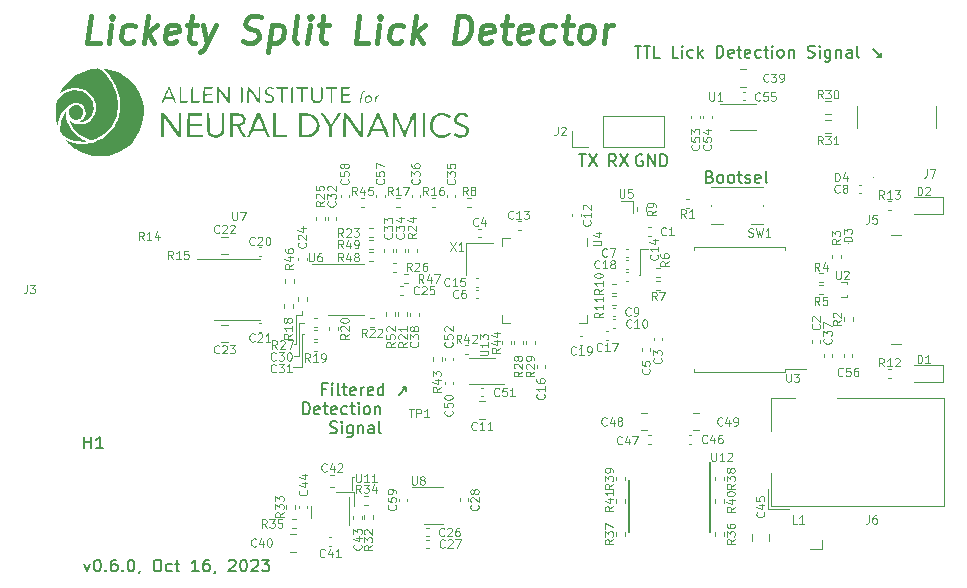
<source format=gto>
G04 #@! TF.GenerationSoftware,KiCad,Pcbnew,7.0.6-7.0.6~ubuntu20.04.1*
G04 #@! TF.CreationDate,2023-10-16T12:06:56-07:00*
G04 #@! TF.ProjectId,harp_lick_detector_capactive,68617270-5f6c-4696-936b-5f6465746563,rev?*
G04 #@! TF.SameCoordinates,PX640a5a0PY7088980*
G04 #@! TF.FileFunction,Legend,Top*
G04 #@! TF.FilePolarity,Positive*
%FSLAX46Y46*%
G04 Gerber Fmt 4.6, Leading zero omitted, Abs format (unit mm)*
G04 Created by KiCad (PCBNEW 7.0.6-7.0.6~ubuntu20.04.1) date 2023-10-16 12:06:56*
%MOMM*%
%LPD*%
G01*
G04 APERTURE LIST*
%ADD10C,0.100000*%
%ADD11C,0.200000*%
%ADD12C,0.150000*%
%ADD13C,0.400000*%
%ADD14C,0.120000*%
G04 APERTURE END LIST*
D10*
X53825000Y26200000D02*
X53925000Y26200000D01*
X24500000Y18400000D02*
X25250000Y18400000D01*
X25250000Y21200000D02*
X25400000Y21200000D01*
X24800000Y20400000D02*
X24600000Y20400000D01*
X24800000Y22800000D02*
X24800000Y20400000D01*
X25050000Y22200000D02*
X25400000Y22200000D01*
X24600000Y19400000D02*
X25050000Y19400000D01*
X29500000Y9100000D02*
X29700000Y9100000D01*
X25300000Y22800000D02*
X24800000Y22800000D01*
X25250000Y18400000D02*
X25250000Y21200000D01*
X53925000Y26200000D02*
X53925000Y28400000D01*
X29500000Y9100000D02*
X29500000Y8000000D01*
X53925000Y28400000D02*
X54600000Y28400000D01*
X25300000Y23200000D02*
X25300000Y22800000D01*
X25050000Y19400000D02*
X25050000Y22200000D01*
D11*
X59803006Y34556591D02*
X59945863Y34508972D01*
X59945863Y34508972D02*
X59993482Y34461353D01*
X59993482Y34461353D02*
X60041101Y34366115D01*
X60041101Y34366115D02*
X60041101Y34223258D01*
X60041101Y34223258D02*
X59993482Y34128020D01*
X59993482Y34128020D02*
X59945863Y34080400D01*
X59945863Y34080400D02*
X59850625Y34032781D01*
X59850625Y34032781D02*
X59469673Y34032781D01*
X59469673Y34032781D02*
X59469673Y35032781D01*
X59469673Y35032781D02*
X59803006Y35032781D01*
X59803006Y35032781D02*
X59898244Y34985162D01*
X59898244Y34985162D02*
X59945863Y34937543D01*
X59945863Y34937543D02*
X59993482Y34842305D01*
X59993482Y34842305D02*
X59993482Y34747067D01*
X59993482Y34747067D02*
X59945863Y34651829D01*
X59945863Y34651829D02*
X59898244Y34604210D01*
X59898244Y34604210D02*
X59803006Y34556591D01*
X59803006Y34556591D02*
X59469673Y34556591D01*
X60612530Y34032781D02*
X60517292Y34080400D01*
X60517292Y34080400D02*
X60469673Y34128020D01*
X60469673Y34128020D02*
X60422054Y34223258D01*
X60422054Y34223258D02*
X60422054Y34508972D01*
X60422054Y34508972D02*
X60469673Y34604210D01*
X60469673Y34604210D02*
X60517292Y34651829D01*
X60517292Y34651829D02*
X60612530Y34699448D01*
X60612530Y34699448D02*
X60755387Y34699448D01*
X60755387Y34699448D02*
X60850625Y34651829D01*
X60850625Y34651829D02*
X60898244Y34604210D01*
X60898244Y34604210D02*
X60945863Y34508972D01*
X60945863Y34508972D02*
X60945863Y34223258D01*
X60945863Y34223258D02*
X60898244Y34128020D01*
X60898244Y34128020D02*
X60850625Y34080400D01*
X60850625Y34080400D02*
X60755387Y34032781D01*
X60755387Y34032781D02*
X60612530Y34032781D01*
X61517292Y34032781D02*
X61422054Y34080400D01*
X61422054Y34080400D02*
X61374435Y34128020D01*
X61374435Y34128020D02*
X61326816Y34223258D01*
X61326816Y34223258D02*
X61326816Y34508972D01*
X61326816Y34508972D02*
X61374435Y34604210D01*
X61374435Y34604210D02*
X61422054Y34651829D01*
X61422054Y34651829D02*
X61517292Y34699448D01*
X61517292Y34699448D02*
X61660149Y34699448D01*
X61660149Y34699448D02*
X61755387Y34651829D01*
X61755387Y34651829D02*
X61803006Y34604210D01*
X61803006Y34604210D02*
X61850625Y34508972D01*
X61850625Y34508972D02*
X61850625Y34223258D01*
X61850625Y34223258D02*
X61803006Y34128020D01*
X61803006Y34128020D02*
X61755387Y34080400D01*
X61755387Y34080400D02*
X61660149Y34032781D01*
X61660149Y34032781D02*
X61517292Y34032781D01*
X62136340Y34699448D02*
X62517292Y34699448D01*
X62279197Y35032781D02*
X62279197Y34175639D01*
X62279197Y34175639D02*
X62326816Y34080400D01*
X62326816Y34080400D02*
X62422054Y34032781D01*
X62422054Y34032781D02*
X62517292Y34032781D01*
X62803007Y34080400D02*
X62898245Y34032781D01*
X62898245Y34032781D02*
X63088721Y34032781D01*
X63088721Y34032781D02*
X63183959Y34080400D01*
X63183959Y34080400D02*
X63231578Y34175639D01*
X63231578Y34175639D02*
X63231578Y34223258D01*
X63231578Y34223258D02*
X63183959Y34318496D01*
X63183959Y34318496D02*
X63088721Y34366115D01*
X63088721Y34366115D02*
X62945864Y34366115D01*
X62945864Y34366115D02*
X62850626Y34413734D01*
X62850626Y34413734D02*
X62803007Y34508972D01*
X62803007Y34508972D02*
X62803007Y34556591D01*
X62803007Y34556591D02*
X62850626Y34651829D01*
X62850626Y34651829D02*
X62945864Y34699448D01*
X62945864Y34699448D02*
X63088721Y34699448D01*
X63088721Y34699448D02*
X63183959Y34651829D01*
X64041102Y34080400D02*
X63945864Y34032781D01*
X63945864Y34032781D02*
X63755388Y34032781D01*
X63755388Y34032781D02*
X63660150Y34080400D01*
X63660150Y34080400D02*
X63612531Y34175639D01*
X63612531Y34175639D02*
X63612531Y34556591D01*
X63612531Y34556591D02*
X63660150Y34651829D01*
X63660150Y34651829D02*
X63755388Y34699448D01*
X63755388Y34699448D02*
X63945864Y34699448D01*
X63945864Y34699448D02*
X64041102Y34651829D01*
X64041102Y34651829D02*
X64088721Y34556591D01*
X64088721Y34556591D02*
X64088721Y34461353D01*
X64088721Y34461353D02*
X63612531Y34366115D01*
X64660150Y34032781D02*
X64564912Y34080400D01*
X64564912Y34080400D02*
X64517293Y34175639D01*
X64517293Y34175639D02*
X64517293Y35032781D01*
D12*
X27306076Y16573991D02*
X26972743Y16573991D01*
X26972743Y16050181D02*
X26972743Y17050181D01*
X26972743Y17050181D02*
X27448933Y17050181D01*
X27829886Y16050181D02*
X27829886Y16716848D01*
X27829886Y17050181D02*
X27782267Y17002562D01*
X27782267Y17002562D02*
X27829886Y16954943D01*
X27829886Y16954943D02*
X27877505Y17002562D01*
X27877505Y17002562D02*
X27829886Y17050181D01*
X27829886Y17050181D02*
X27829886Y16954943D01*
X28448933Y16050181D02*
X28353695Y16097800D01*
X28353695Y16097800D02*
X28306076Y16193039D01*
X28306076Y16193039D02*
X28306076Y17050181D01*
X28687029Y16716848D02*
X29067981Y16716848D01*
X28829886Y17050181D02*
X28829886Y16193039D01*
X28829886Y16193039D02*
X28877505Y16097800D01*
X28877505Y16097800D02*
X28972743Y16050181D01*
X28972743Y16050181D02*
X29067981Y16050181D01*
X29782267Y16097800D02*
X29687029Y16050181D01*
X29687029Y16050181D02*
X29496553Y16050181D01*
X29496553Y16050181D02*
X29401315Y16097800D01*
X29401315Y16097800D02*
X29353696Y16193039D01*
X29353696Y16193039D02*
X29353696Y16573991D01*
X29353696Y16573991D02*
X29401315Y16669229D01*
X29401315Y16669229D02*
X29496553Y16716848D01*
X29496553Y16716848D02*
X29687029Y16716848D01*
X29687029Y16716848D02*
X29782267Y16669229D01*
X29782267Y16669229D02*
X29829886Y16573991D01*
X29829886Y16573991D02*
X29829886Y16478753D01*
X29829886Y16478753D02*
X29353696Y16383515D01*
X30258458Y16050181D02*
X30258458Y16716848D01*
X30258458Y16526372D02*
X30306077Y16621610D01*
X30306077Y16621610D02*
X30353696Y16669229D01*
X30353696Y16669229D02*
X30448934Y16716848D01*
X30448934Y16716848D02*
X30544172Y16716848D01*
X31258458Y16097800D02*
X31163220Y16050181D01*
X31163220Y16050181D02*
X30972744Y16050181D01*
X30972744Y16050181D02*
X30877506Y16097800D01*
X30877506Y16097800D02*
X30829887Y16193039D01*
X30829887Y16193039D02*
X30829887Y16573991D01*
X30829887Y16573991D02*
X30877506Y16669229D01*
X30877506Y16669229D02*
X30972744Y16716848D01*
X30972744Y16716848D02*
X31163220Y16716848D01*
X31163220Y16716848D02*
X31258458Y16669229D01*
X31258458Y16669229D02*
X31306077Y16573991D01*
X31306077Y16573991D02*
X31306077Y16478753D01*
X31306077Y16478753D02*
X30829887Y16383515D01*
X32163220Y16050181D02*
X32163220Y17050181D01*
X32163220Y16097800D02*
X32067982Y16050181D01*
X32067982Y16050181D02*
X31877506Y16050181D01*
X31877506Y16050181D02*
X31782268Y16097800D01*
X31782268Y16097800D02*
X31734649Y16145420D01*
X31734649Y16145420D02*
X31687030Y16240658D01*
X31687030Y16240658D02*
X31687030Y16526372D01*
X31687030Y16526372D02*
X31734649Y16621610D01*
X31734649Y16621610D02*
X31782268Y16669229D01*
X31782268Y16669229D02*
X31877506Y16716848D01*
X31877506Y16716848D02*
X32067982Y16716848D01*
X32067982Y16716848D02*
X32163220Y16669229D01*
X34115601Y16764467D02*
X33448935Y16097800D01*
X33782268Y16764467D02*
X34115601Y16764467D01*
X34115601Y16764467D02*
X34115601Y16431134D01*
X25353695Y14440181D02*
X25353695Y15440181D01*
X25353695Y15440181D02*
X25591790Y15440181D01*
X25591790Y15440181D02*
X25734647Y15392562D01*
X25734647Y15392562D02*
X25829885Y15297324D01*
X25829885Y15297324D02*
X25877504Y15202086D01*
X25877504Y15202086D02*
X25925123Y15011610D01*
X25925123Y15011610D02*
X25925123Y14868753D01*
X25925123Y14868753D02*
X25877504Y14678277D01*
X25877504Y14678277D02*
X25829885Y14583039D01*
X25829885Y14583039D02*
X25734647Y14487800D01*
X25734647Y14487800D02*
X25591790Y14440181D01*
X25591790Y14440181D02*
X25353695Y14440181D01*
X26734647Y14487800D02*
X26639409Y14440181D01*
X26639409Y14440181D02*
X26448933Y14440181D01*
X26448933Y14440181D02*
X26353695Y14487800D01*
X26353695Y14487800D02*
X26306076Y14583039D01*
X26306076Y14583039D02*
X26306076Y14963991D01*
X26306076Y14963991D02*
X26353695Y15059229D01*
X26353695Y15059229D02*
X26448933Y15106848D01*
X26448933Y15106848D02*
X26639409Y15106848D01*
X26639409Y15106848D02*
X26734647Y15059229D01*
X26734647Y15059229D02*
X26782266Y14963991D01*
X26782266Y14963991D02*
X26782266Y14868753D01*
X26782266Y14868753D02*
X26306076Y14773515D01*
X27067981Y15106848D02*
X27448933Y15106848D01*
X27210838Y15440181D02*
X27210838Y14583039D01*
X27210838Y14583039D02*
X27258457Y14487800D01*
X27258457Y14487800D02*
X27353695Y14440181D01*
X27353695Y14440181D02*
X27448933Y14440181D01*
X28163219Y14487800D02*
X28067981Y14440181D01*
X28067981Y14440181D02*
X27877505Y14440181D01*
X27877505Y14440181D02*
X27782267Y14487800D01*
X27782267Y14487800D02*
X27734648Y14583039D01*
X27734648Y14583039D02*
X27734648Y14963991D01*
X27734648Y14963991D02*
X27782267Y15059229D01*
X27782267Y15059229D02*
X27877505Y15106848D01*
X27877505Y15106848D02*
X28067981Y15106848D01*
X28067981Y15106848D02*
X28163219Y15059229D01*
X28163219Y15059229D02*
X28210838Y14963991D01*
X28210838Y14963991D02*
X28210838Y14868753D01*
X28210838Y14868753D02*
X27734648Y14773515D01*
X29067981Y14487800D02*
X28972743Y14440181D01*
X28972743Y14440181D02*
X28782267Y14440181D01*
X28782267Y14440181D02*
X28687029Y14487800D01*
X28687029Y14487800D02*
X28639410Y14535420D01*
X28639410Y14535420D02*
X28591791Y14630658D01*
X28591791Y14630658D02*
X28591791Y14916372D01*
X28591791Y14916372D02*
X28639410Y15011610D01*
X28639410Y15011610D02*
X28687029Y15059229D01*
X28687029Y15059229D02*
X28782267Y15106848D01*
X28782267Y15106848D02*
X28972743Y15106848D01*
X28972743Y15106848D02*
X29067981Y15059229D01*
X29353696Y15106848D02*
X29734648Y15106848D01*
X29496553Y15440181D02*
X29496553Y14583039D01*
X29496553Y14583039D02*
X29544172Y14487800D01*
X29544172Y14487800D02*
X29639410Y14440181D01*
X29639410Y14440181D02*
X29734648Y14440181D01*
X30067982Y14440181D02*
X30067982Y15106848D01*
X30067982Y15440181D02*
X30020363Y15392562D01*
X30020363Y15392562D02*
X30067982Y15344943D01*
X30067982Y15344943D02*
X30115601Y15392562D01*
X30115601Y15392562D02*
X30067982Y15440181D01*
X30067982Y15440181D02*
X30067982Y15344943D01*
X30687029Y14440181D02*
X30591791Y14487800D01*
X30591791Y14487800D02*
X30544172Y14535420D01*
X30544172Y14535420D02*
X30496553Y14630658D01*
X30496553Y14630658D02*
X30496553Y14916372D01*
X30496553Y14916372D02*
X30544172Y15011610D01*
X30544172Y15011610D02*
X30591791Y15059229D01*
X30591791Y15059229D02*
X30687029Y15106848D01*
X30687029Y15106848D02*
X30829886Y15106848D01*
X30829886Y15106848D02*
X30925124Y15059229D01*
X30925124Y15059229D02*
X30972743Y15011610D01*
X30972743Y15011610D02*
X31020362Y14916372D01*
X31020362Y14916372D02*
X31020362Y14630658D01*
X31020362Y14630658D02*
X30972743Y14535420D01*
X30972743Y14535420D02*
X30925124Y14487800D01*
X30925124Y14487800D02*
X30829886Y14440181D01*
X30829886Y14440181D02*
X30687029Y14440181D01*
X31448934Y15106848D02*
X31448934Y14440181D01*
X31448934Y15011610D02*
X31496553Y15059229D01*
X31496553Y15059229D02*
X31591791Y15106848D01*
X31591791Y15106848D02*
X31734648Y15106848D01*
X31734648Y15106848D02*
X31829886Y15059229D01*
X31829886Y15059229D02*
X31877505Y14963991D01*
X31877505Y14963991D02*
X31877505Y14440181D01*
X27639410Y12877800D02*
X27782267Y12830181D01*
X27782267Y12830181D02*
X28020362Y12830181D01*
X28020362Y12830181D02*
X28115600Y12877800D01*
X28115600Y12877800D02*
X28163219Y12925420D01*
X28163219Y12925420D02*
X28210838Y13020658D01*
X28210838Y13020658D02*
X28210838Y13115896D01*
X28210838Y13115896D02*
X28163219Y13211134D01*
X28163219Y13211134D02*
X28115600Y13258753D01*
X28115600Y13258753D02*
X28020362Y13306372D01*
X28020362Y13306372D02*
X27829886Y13353991D01*
X27829886Y13353991D02*
X27734648Y13401610D01*
X27734648Y13401610D02*
X27687029Y13449229D01*
X27687029Y13449229D02*
X27639410Y13544467D01*
X27639410Y13544467D02*
X27639410Y13639705D01*
X27639410Y13639705D02*
X27687029Y13734943D01*
X27687029Y13734943D02*
X27734648Y13782562D01*
X27734648Y13782562D02*
X27829886Y13830181D01*
X27829886Y13830181D02*
X28067981Y13830181D01*
X28067981Y13830181D02*
X28210838Y13782562D01*
X28639410Y12830181D02*
X28639410Y13496848D01*
X28639410Y13830181D02*
X28591791Y13782562D01*
X28591791Y13782562D02*
X28639410Y13734943D01*
X28639410Y13734943D02*
X28687029Y13782562D01*
X28687029Y13782562D02*
X28639410Y13830181D01*
X28639410Y13830181D02*
X28639410Y13734943D01*
X29544171Y13496848D02*
X29544171Y12687324D01*
X29544171Y12687324D02*
X29496552Y12592086D01*
X29496552Y12592086D02*
X29448933Y12544467D01*
X29448933Y12544467D02*
X29353695Y12496848D01*
X29353695Y12496848D02*
X29210838Y12496848D01*
X29210838Y12496848D02*
X29115600Y12544467D01*
X29544171Y12877800D02*
X29448933Y12830181D01*
X29448933Y12830181D02*
X29258457Y12830181D01*
X29258457Y12830181D02*
X29163219Y12877800D01*
X29163219Y12877800D02*
X29115600Y12925420D01*
X29115600Y12925420D02*
X29067981Y13020658D01*
X29067981Y13020658D02*
X29067981Y13306372D01*
X29067981Y13306372D02*
X29115600Y13401610D01*
X29115600Y13401610D02*
X29163219Y13449229D01*
X29163219Y13449229D02*
X29258457Y13496848D01*
X29258457Y13496848D02*
X29448933Y13496848D01*
X29448933Y13496848D02*
X29544171Y13449229D01*
X30020362Y13496848D02*
X30020362Y12830181D01*
X30020362Y13401610D02*
X30067981Y13449229D01*
X30067981Y13449229D02*
X30163219Y13496848D01*
X30163219Y13496848D02*
X30306076Y13496848D01*
X30306076Y13496848D02*
X30401314Y13449229D01*
X30401314Y13449229D02*
X30448933Y13353991D01*
X30448933Y13353991D02*
X30448933Y12830181D01*
X31353695Y12830181D02*
X31353695Y13353991D01*
X31353695Y13353991D02*
X31306076Y13449229D01*
X31306076Y13449229D02*
X31210838Y13496848D01*
X31210838Y13496848D02*
X31020362Y13496848D01*
X31020362Y13496848D02*
X30925124Y13449229D01*
X31353695Y12877800D02*
X31258457Y12830181D01*
X31258457Y12830181D02*
X31020362Y12830181D01*
X31020362Y12830181D02*
X30925124Y12877800D01*
X30925124Y12877800D02*
X30877505Y12973039D01*
X30877505Y12973039D02*
X30877505Y13068277D01*
X30877505Y13068277D02*
X30925124Y13163515D01*
X30925124Y13163515D02*
X31020362Y13211134D01*
X31020362Y13211134D02*
X31258457Y13211134D01*
X31258457Y13211134D02*
X31353695Y13258753D01*
X31972743Y12830181D02*
X31877505Y12877800D01*
X31877505Y12877800D02*
X31829886Y12973039D01*
X31829886Y12973039D02*
X31829886Y13830181D01*
D11*
X48726816Y36432781D02*
X49298244Y36432781D01*
X49012530Y35432781D02*
X49012530Y36432781D01*
X49536340Y36432781D02*
X50203006Y35432781D01*
X50203006Y36432781D02*
X49536340Y35432781D01*
X54093482Y36385162D02*
X53998244Y36432781D01*
X53998244Y36432781D02*
X53855387Y36432781D01*
X53855387Y36432781D02*
X53712530Y36385162D01*
X53712530Y36385162D02*
X53617292Y36289924D01*
X53617292Y36289924D02*
X53569673Y36194686D01*
X53569673Y36194686D02*
X53522054Y36004210D01*
X53522054Y36004210D02*
X53522054Y35861353D01*
X53522054Y35861353D02*
X53569673Y35670877D01*
X53569673Y35670877D02*
X53617292Y35575639D01*
X53617292Y35575639D02*
X53712530Y35480400D01*
X53712530Y35480400D02*
X53855387Y35432781D01*
X53855387Y35432781D02*
X53950625Y35432781D01*
X53950625Y35432781D02*
X54093482Y35480400D01*
X54093482Y35480400D02*
X54141101Y35528020D01*
X54141101Y35528020D02*
X54141101Y35861353D01*
X54141101Y35861353D02*
X53950625Y35861353D01*
X54569673Y35432781D02*
X54569673Y36432781D01*
X54569673Y36432781D02*
X55141101Y35432781D01*
X55141101Y35432781D02*
X55141101Y36432781D01*
X55617292Y35432781D02*
X55617292Y36432781D01*
X55617292Y36432781D02*
X55855387Y36432781D01*
X55855387Y36432781D02*
X55998244Y36385162D01*
X55998244Y36385162D02*
X56093482Y36289924D01*
X56093482Y36289924D02*
X56141101Y36194686D01*
X56141101Y36194686D02*
X56188720Y36004210D01*
X56188720Y36004210D02*
X56188720Y35861353D01*
X56188720Y35861353D02*
X56141101Y35670877D01*
X56141101Y35670877D02*
X56093482Y35575639D01*
X56093482Y35575639D02*
X55998244Y35480400D01*
X55998244Y35480400D02*
X55855387Y35432781D01*
X55855387Y35432781D02*
X55617292Y35432781D01*
X53426816Y45632781D02*
X53998244Y45632781D01*
X53712530Y44632781D02*
X53712530Y45632781D01*
X54188721Y45632781D02*
X54760149Y45632781D01*
X54474435Y44632781D02*
X54474435Y45632781D01*
X55569673Y44632781D02*
X55093483Y44632781D01*
X55093483Y44632781D02*
X55093483Y45632781D01*
X57141102Y44632781D02*
X56664912Y44632781D01*
X56664912Y44632781D02*
X56664912Y45632781D01*
X57474436Y44632781D02*
X57474436Y45299448D01*
X57474436Y45632781D02*
X57426817Y45585162D01*
X57426817Y45585162D02*
X57474436Y45537543D01*
X57474436Y45537543D02*
X57522055Y45585162D01*
X57522055Y45585162D02*
X57474436Y45632781D01*
X57474436Y45632781D02*
X57474436Y45537543D01*
X58379197Y44680400D02*
X58283959Y44632781D01*
X58283959Y44632781D02*
X58093483Y44632781D01*
X58093483Y44632781D02*
X57998245Y44680400D01*
X57998245Y44680400D02*
X57950626Y44728020D01*
X57950626Y44728020D02*
X57903007Y44823258D01*
X57903007Y44823258D02*
X57903007Y45108972D01*
X57903007Y45108972D02*
X57950626Y45204210D01*
X57950626Y45204210D02*
X57998245Y45251829D01*
X57998245Y45251829D02*
X58093483Y45299448D01*
X58093483Y45299448D02*
X58283959Y45299448D01*
X58283959Y45299448D02*
X58379197Y45251829D01*
X58807769Y44632781D02*
X58807769Y45632781D01*
X58903007Y45013734D02*
X59188721Y44632781D01*
X59188721Y45299448D02*
X58807769Y44918496D01*
X60379198Y44632781D02*
X60379198Y45632781D01*
X60379198Y45632781D02*
X60617293Y45632781D01*
X60617293Y45632781D02*
X60760150Y45585162D01*
X60760150Y45585162D02*
X60855388Y45489924D01*
X60855388Y45489924D02*
X60903007Y45394686D01*
X60903007Y45394686D02*
X60950626Y45204210D01*
X60950626Y45204210D02*
X60950626Y45061353D01*
X60950626Y45061353D02*
X60903007Y44870877D01*
X60903007Y44870877D02*
X60855388Y44775639D01*
X60855388Y44775639D02*
X60760150Y44680400D01*
X60760150Y44680400D02*
X60617293Y44632781D01*
X60617293Y44632781D02*
X60379198Y44632781D01*
X61760150Y44680400D02*
X61664912Y44632781D01*
X61664912Y44632781D02*
X61474436Y44632781D01*
X61474436Y44632781D02*
X61379198Y44680400D01*
X61379198Y44680400D02*
X61331579Y44775639D01*
X61331579Y44775639D02*
X61331579Y45156591D01*
X61331579Y45156591D02*
X61379198Y45251829D01*
X61379198Y45251829D02*
X61474436Y45299448D01*
X61474436Y45299448D02*
X61664912Y45299448D01*
X61664912Y45299448D02*
X61760150Y45251829D01*
X61760150Y45251829D02*
X61807769Y45156591D01*
X61807769Y45156591D02*
X61807769Y45061353D01*
X61807769Y45061353D02*
X61331579Y44966115D01*
X62093484Y45299448D02*
X62474436Y45299448D01*
X62236341Y45632781D02*
X62236341Y44775639D01*
X62236341Y44775639D02*
X62283960Y44680400D01*
X62283960Y44680400D02*
X62379198Y44632781D01*
X62379198Y44632781D02*
X62474436Y44632781D01*
X63188722Y44680400D02*
X63093484Y44632781D01*
X63093484Y44632781D02*
X62903008Y44632781D01*
X62903008Y44632781D02*
X62807770Y44680400D01*
X62807770Y44680400D02*
X62760151Y44775639D01*
X62760151Y44775639D02*
X62760151Y45156591D01*
X62760151Y45156591D02*
X62807770Y45251829D01*
X62807770Y45251829D02*
X62903008Y45299448D01*
X62903008Y45299448D02*
X63093484Y45299448D01*
X63093484Y45299448D02*
X63188722Y45251829D01*
X63188722Y45251829D02*
X63236341Y45156591D01*
X63236341Y45156591D02*
X63236341Y45061353D01*
X63236341Y45061353D02*
X62760151Y44966115D01*
X64093484Y44680400D02*
X63998246Y44632781D01*
X63998246Y44632781D02*
X63807770Y44632781D01*
X63807770Y44632781D02*
X63712532Y44680400D01*
X63712532Y44680400D02*
X63664913Y44728020D01*
X63664913Y44728020D02*
X63617294Y44823258D01*
X63617294Y44823258D02*
X63617294Y45108972D01*
X63617294Y45108972D02*
X63664913Y45204210D01*
X63664913Y45204210D02*
X63712532Y45251829D01*
X63712532Y45251829D02*
X63807770Y45299448D01*
X63807770Y45299448D02*
X63998246Y45299448D01*
X63998246Y45299448D02*
X64093484Y45251829D01*
X64379199Y45299448D02*
X64760151Y45299448D01*
X64522056Y45632781D02*
X64522056Y44775639D01*
X64522056Y44775639D02*
X64569675Y44680400D01*
X64569675Y44680400D02*
X64664913Y44632781D01*
X64664913Y44632781D02*
X64760151Y44632781D01*
X65093485Y44632781D02*
X65093485Y45299448D01*
X65093485Y45632781D02*
X65045866Y45585162D01*
X65045866Y45585162D02*
X65093485Y45537543D01*
X65093485Y45537543D02*
X65141104Y45585162D01*
X65141104Y45585162D02*
X65093485Y45632781D01*
X65093485Y45632781D02*
X65093485Y45537543D01*
X65712532Y44632781D02*
X65617294Y44680400D01*
X65617294Y44680400D02*
X65569675Y44728020D01*
X65569675Y44728020D02*
X65522056Y44823258D01*
X65522056Y44823258D02*
X65522056Y45108972D01*
X65522056Y45108972D02*
X65569675Y45204210D01*
X65569675Y45204210D02*
X65617294Y45251829D01*
X65617294Y45251829D02*
X65712532Y45299448D01*
X65712532Y45299448D02*
X65855389Y45299448D01*
X65855389Y45299448D02*
X65950627Y45251829D01*
X65950627Y45251829D02*
X65998246Y45204210D01*
X65998246Y45204210D02*
X66045865Y45108972D01*
X66045865Y45108972D02*
X66045865Y44823258D01*
X66045865Y44823258D02*
X65998246Y44728020D01*
X65998246Y44728020D02*
X65950627Y44680400D01*
X65950627Y44680400D02*
X65855389Y44632781D01*
X65855389Y44632781D02*
X65712532Y44632781D01*
X66474437Y45299448D02*
X66474437Y44632781D01*
X66474437Y45204210D02*
X66522056Y45251829D01*
X66522056Y45251829D02*
X66617294Y45299448D01*
X66617294Y45299448D02*
X66760151Y45299448D01*
X66760151Y45299448D02*
X66855389Y45251829D01*
X66855389Y45251829D02*
X66903008Y45156591D01*
X66903008Y45156591D02*
X66903008Y44632781D01*
X68093485Y44680400D02*
X68236342Y44632781D01*
X68236342Y44632781D02*
X68474437Y44632781D01*
X68474437Y44632781D02*
X68569675Y44680400D01*
X68569675Y44680400D02*
X68617294Y44728020D01*
X68617294Y44728020D02*
X68664913Y44823258D01*
X68664913Y44823258D02*
X68664913Y44918496D01*
X68664913Y44918496D02*
X68617294Y45013734D01*
X68617294Y45013734D02*
X68569675Y45061353D01*
X68569675Y45061353D02*
X68474437Y45108972D01*
X68474437Y45108972D02*
X68283961Y45156591D01*
X68283961Y45156591D02*
X68188723Y45204210D01*
X68188723Y45204210D02*
X68141104Y45251829D01*
X68141104Y45251829D02*
X68093485Y45347067D01*
X68093485Y45347067D02*
X68093485Y45442305D01*
X68093485Y45442305D02*
X68141104Y45537543D01*
X68141104Y45537543D02*
X68188723Y45585162D01*
X68188723Y45585162D02*
X68283961Y45632781D01*
X68283961Y45632781D02*
X68522056Y45632781D01*
X68522056Y45632781D02*
X68664913Y45585162D01*
X69093485Y44632781D02*
X69093485Y45299448D01*
X69093485Y45632781D02*
X69045866Y45585162D01*
X69045866Y45585162D02*
X69093485Y45537543D01*
X69093485Y45537543D02*
X69141104Y45585162D01*
X69141104Y45585162D02*
X69093485Y45632781D01*
X69093485Y45632781D02*
X69093485Y45537543D01*
X69998246Y45299448D02*
X69998246Y44489924D01*
X69998246Y44489924D02*
X69950627Y44394686D01*
X69950627Y44394686D02*
X69903008Y44347067D01*
X69903008Y44347067D02*
X69807770Y44299448D01*
X69807770Y44299448D02*
X69664913Y44299448D01*
X69664913Y44299448D02*
X69569675Y44347067D01*
X69998246Y44680400D02*
X69903008Y44632781D01*
X69903008Y44632781D02*
X69712532Y44632781D01*
X69712532Y44632781D02*
X69617294Y44680400D01*
X69617294Y44680400D02*
X69569675Y44728020D01*
X69569675Y44728020D02*
X69522056Y44823258D01*
X69522056Y44823258D02*
X69522056Y45108972D01*
X69522056Y45108972D02*
X69569675Y45204210D01*
X69569675Y45204210D02*
X69617294Y45251829D01*
X69617294Y45251829D02*
X69712532Y45299448D01*
X69712532Y45299448D02*
X69903008Y45299448D01*
X69903008Y45299448D02*
X69998246Y45251829D01*
X70474437Y45299448D02*
X70474437Y44632781D01*
X70474437Y45204210D02*
X70522056Y45251829D01*
X70522056Y45251829D02*
X70617294Y45299448D01*
X70617294Y45299448D02*
X70760151Y45299448D01*
X70760151Y45299448D02*
X70855389Y45251829D01*
X70855389Y45251829D02*
X70903008Y45156591D01*
X70903008Y45156591D02*
X70903008Y44632781D01*
X71807770Y44632781D02*
X71807770Y45156591D01*
X71807770Y45156591D02*
X71760151Y45251829D01*
X71760151Y45251829D02*
X71664913Y45299448D01*
X71664913Y45299448D02*
X71474437Y45299448D01*
X71474437Y45299448D02*
X71379199Y45251829D01*
X71807770Y44680400D02*
X71712532Y44632781D01*
X71712532Y44632781D02*
X71474437Y44632781D01*
X71474437Y44632781D02*
X71379199Y44680400D01*
X71379199Y44680400D02*
X71331580Y44775639D01*
X71331580Y44775639D02*
X71331580Y44870877D01*
X71331580Y44870877D02*
X71379199Y44966115D01*
X71379199Y44966115D02*
X71474437Y45013734D01*
X71474437Y45013734D02*
X71712532Y45013734D01*
X71712532Y45013734D02*
X71807770Y45061353D01*
X72426818Y44632781D02*
X72331580Y44680400D01*
X72331580Y44680400D02*
X72283961Y44775639D01*
X72283961Y44775639D02*
X72283961Y45632781D01*
X74283961Y44680400D02*
X73617295Y45347067D01*
X73950628Y44680400D02*
X74283961Y44680400D01*
X74283961Y44680400D02*
X74283961Y45013734D01*
D13*
X8156907Y45896158D02*
X7085478Y45896158D01*
X7085478Y45896158D02*
X7366728Y48146158D01*
X8906907Y45896158D02*
X9094407Y47396158D01*
X9188157Y48146158D02*
X9067621Y48039015D01*
X9067621Y48039015D02*
X9161371Y47931872D01*
X9161371Y47931872D02*
X9281907Y48039015D01*
X9281907Y48039015D02*
X9188157Y48146158D01*
X9188157Y48146158D02*
X9161371Y47931872D01*
X10956015Y46003300D02*
X10728336Y45896158D01*
X10728336Y45896158D02*
X10299765Y45896158D01*
X10299765Y45896158D02*
X10098872Y46003300D01*
X10098872Y46003300D02*
X10005122Y46110443D01*
X10005122Y46110443D02*
X9924765Y46324729D01*
X9924765Y46324729D02*
X10005122Y46967586D01*
X10005122Y46967586D02*
X10139050Y47181872D01*
X10139050Y47181872D02*
X10259586Y47289015D01*
X10259586Y47289015D02*
X10487265Y47396158D01*
X10487265Y47396158D02*
X10915836Y47396158D01*
X10915836Y47396158D02*
X11116729Y47289015D01*
X11906907Y45896158D02*
X12188157Y48146158D01*
X12228336Y46753300D02*
X12764050Y45896158D01*
X12951550Y47396158D02*
X11987264Y46539015D01*
X14598872Y46003300D02*
X14371193Y45896158D01*
X14371193Y45896158D02*
X13942622Y45896158D01*
X13942622Y45896158D02*
X13741729Y46003300D01*
X13741729Y46003300D02*
X13661372Y46217586D01*
X13661372Y46217586D02*
X13768515Y47074729D01*
X13768515Y47074729D02*
X13902443Y47289015D01*
X13902443Y47289015D02*
X14130122Y47396158D01*
X14130122Y47396158D02*
X14558693Y47396158D01*
X14558693Y47396158D02*
X14759586Y47289015D01*
X14759586Y47289015D02*
X14839943Y47074729D01*
X14839943Y47074729D02*
X14813157Y46860443D01*
X14813157Y46860443D02*
X13714943Y46646158D01*
X15522978Y47396158D02*
X16380121Y47396158D01*
X15938157Y48146158D02*
X15697086Y46217586D01*
X15697086Y46217586D02*
X15777443Y46003300D01*
X15777443Y46003300D02*
X15978336Y45896158D01*
X15978336Y45896158D02*
X16192621Y45896158D01*
X16915835Y47396158D02*
X17264050Y45896158D01*
X17987264Y47396158D02*
X17264050Y45896158D01*
X17264050Y45896158D02*
X16982800Y45360443D01*
X16982800Y45360443D02*
X16862264Y45253300D01*
X16862264Y45253300D02*
X16634585Y45146158D01*
X20277443Y46003300D02*
X20585479Y45896158D01*
X20585479Y45896158D02*
X21121193Y45896158D01*
X21121193Y45896158D02*
X21348872Y46003300D01*
X21348872Y46003300D02*
X21469407Y46110443D01*
X21469407Y46110443D02*
X21603336Y46324729D01*
X21603336Y46324729D02*
X21630122Y46539015D01*
X21630122Y46539015D02*
X21549764Y46753300D01*
X21549764Y46753300D02*
X21456014Y46860443D01*
X21456014Y46860443D02*
X21255122Y46967586D01*
X21255122Y46967586D02*
X20839943Y47074729D01*
X20839943Y47074729D02*
X20639050Y47181872D01*
X20639050Y47181872D02*
X20545300Y47289015D01*
X20545300Y47289015D02*
X20464943Y47503300D01*
X20464943Y47503300D02*
X20491729Y47717586D01*
X20491729Y47717586D02*
X20625657Y47931872D01*
X20625657Y47931872D02*
X20746193Y48039015D01*
X20746193Y48039015D02*
X20973872Y48146158D01*
X20973872Y48146158D02*
X21509586Y48146158D01*
X21509586Y48146158D02*
X21817622Y48039015D01*
X22701550Y47396158D02*
X22420300Y45146158D01*
X22688157Y47289015D02*
X22915836Y47396158D01*
X22915836Y47396158D02*
X23344407Y47396158D01*
X23344407Y47396158D02*
X23545300Y47289015D01*
X23545300Y47289015D02*
X23639050Y47181872D01*
X23639050Y47181872D02*
X23719407Y46967586D01*
X23719407Y46967586D02*
X23639050Y46324729D01*
X23639050Y46324729D02*
X23505121Y46110443D01*
X23505121Y46110443D02*
X23384586Y46003300D01*
X23384586Y46003300D02*
X23156907Y45896158D01*
X23156907Y45896158D02*
X22728336Y45896158D01*
X22728336Y45896158D02*
X22527443Y46003300D01*
X24871193Y45896158D02*
X24670300Y46003300D01*
X24670300Y46003300D02*
X24589943Y46217586D01*
X24589943Y46217586D02*
X24831014Y48146158D01*
X25728335Y45896158D02*
X25915835Y47396158D01*
X26009585Y48146158D02*
X25889049Y48039015D01*
X25889049Y48039015D02*
X25982799Y47931872D01*
X25982799Y47931872D02*
X26103335Y48039015D01*
X26103335Y48039015D02*
X26009585Y48146158D01*
X26009585Y48146158D02*
X25982799Y47931872D01*
X26665835Y47396158D02*
X27522978Y47396158D01*
X27081014Y48146158D02*
X26839943Y46217586D01*
X26839943Y46217586D02*
X26920300Y46003300D01*
X26920300Y46003300D02*
X27121193Y45896158D01*
X27121193Y45896158D02*
X27335478Y45896158D01*
X30871193Y45896158D02*
X29799764Y45896158D01*
X29799764Y45896158D02*
X30081014Y48146158D01*
X31621193Y45896158D02*
X31808693Y47396158D01*
X31902443Y48146158D02*
X31781907Y48039015D01*
X31781907Y48039015D02*
X31875657Y47931872D01*
X31875657Y47931872D02*
X31996193Y48039015D01*
X31996193Y48039015D02*
X31902443Y48146158D01*
X31902443Y48146158D02*
X31875657Y47931872D01*
X33670301Y46003300D02*
X33442622Y45896158D01*
X33442622Y45896158D02*
X33014051Y45896158D01*
X33014051Y45896158D02*
X32813158Y46003300D01*
X32813158Y46003300D02*
X32719408Y46110443D01*
X32719408Y46110443D02*
X32639051Y46324729D01*
X32639051Y46324729D02*
X32719408Y46967586D01*
X32719408Y46967586D02*
X32853336Y47181872D01*
X32853336Y47181872D02*
X32973872Y47289015D01*
X32973872Y47289015D02*
X33201551Y47396158D01*
X33201551Y47396158D02*
X33630122Y47396158D01*
X33630122Y47396158D02*
X33831015Y47289015D01*
X34621193Y45896158D02*
X34902443Y48146158D01*
X34942622Y46753300D02*
X35478336Y45896158D01*
X35665836Y47396158D02*
X34701550Y46539015D01*
X38156908Y45896158D02*
X38438158Y48146158D01*
X38438158Y48146158D02*
X38973872Y48146158D01*
X38973872Y48146158D02*
X39281908Y48039015D01*
X39281908Y48039015D02*
X39469408Y47824729D01*
X39469408Y47824729D02*
X39549765Y47610443D01*
X39549765Y47610443D02*
X39603337Y47181872D01*
X39603337Y47181872D02*
X39563158Y46860443D01*
X39563158Y46860443D02*
X39402444Y46431872D01*
X39402444Y46431872D02*
X39268515Y46217586D01*
X39268515Y46217586D02*
X39027444Y46003300D01*
X39027444Y46003300D02*
X38692622Y45896158D01*
X38692622Y45896158D02*
X38156908Y45896158D01*
X41277444Y46003300D02*
X41049765Y45896158D01*
X41049765Y45896158D02*
X40621194Y45896158D01*
X40621194Y45896158D02*
X40420301Y46003300D01*
X40420301Y46003300D02*
X40339944Y46217586D01*
X40339944Y46217586D02*
X40447087Y47074729D01*
X40447087Y47074729D02*
X40581015Y47289015D01*
X40581015Y47289015D02*
X40808694Y47396158D01*
X40808694Y47396158D02*
X41237265Y47396158D01*
X41237265Y47396158D02*
X41438158Y47289015D01*
X41438158Y47289015D02*
X41518515Y47074729D01*
X41518515Y47074729D02*
X41491729Y46860443D01*
X41491729Y46860443D02*
X40393515Y46646158D01*
X42201550Y47396158D02*
X43058693Y47396158D01*
X42616729Y48146158D02*
X42375658Y46217586D01*
X42375658Y46217586D02*
X42456015Y46003300D01*
X42456015Y46003300D02*
X42656908Y45896158D01*
X42656908Y45896158D02*
X42871193Y45896158D01*
X44491729Y46003300D02*
X44264050Y45896158D01*
X44264050Y45896158D02*
X43835479Y45896158D01*
X43835479Y45896158D02*
X43634586Y46003300D01*
X43634586Y46003300D02*
X43554229Y46217586D01*
X43554229Y46217586D02*
X43661372Y47074729D01*
X43661372Y47074729D02*
X43795300Y47289015D01*
X43795300Y47289015D02*
X44022979Y47396158D01*
X44022979Y47396158D02*
X44451550Y47396158D01*
X44451550Y47396158D02*
X44652443Y47289015D01*
X44652443Y47289015D02*
X44732800Y47074729D01*
X44732800Y47074729D02*
X44706014Y46860443D01*
X44706014Y46860443D02*
X43607800Y46646158D01*
X46527443Y46003300D02*
X46299764Y45896158D01*
X46299764Y45896158D02*
X45871193Y45896158D01*
X45871193Y45896158D02*
X45670300Y46003300D01*
X45670300Y46003300D02*
X45576550Y46110443D01*
X45576550Y46110443D02*
X45496193Y46324729D01*
X45496193Y46324729D02*
X45576550Y46967586D01*
X45576550Y46967586D02*
X45710478Y47181872D01*
X45710478Y47181872D02*
X45831014Y47289015D01*
X45831014Y47289015D02*
X46058693Y47396158D01*
X46058693Y47396158D02*
X46487264Y47396158D01*
X46487264Y47396158D02*
X46688157Y47289015D01*
X47344406Y47396158D02*
X48201549Y47396158D01*
X47759585Y48146158D02*
X47518514Y46217586D01*
X47518514Y46217586D02*
X47598871Y46003300D01*
X47598871Y46003300D02*
X47799764Y45896158D01*
X47799764Y45896158D02*
X48014049Y45896158D01*
X49085478Y45896158D02*
X48884585Y46003300D01*
X48884585Y46003300D02*
X48790835Y46110443D01*
X48790835Y46110443D02*
X48710478Y46324729D01*
X48710478Y46324729D02*
X48790835Y46967586D01*
X48790835Y46967586D02*
X48924763Y47181872D01*
X48924763Y47181872D02*
X49045299Y47289015D01*
X49045299Y47289015D02*
X49272978Y47396158D01*
X49272978Y47396158D02*
X49594406Y47396158D01*
X49594406Y47396158D02*
X49795299Y47289015D01*
X49795299Y47289015D02*
X49889049Y47181872D01*
X49889049Y47181872D02*
X49969406Y46967586D01*
X49969406Y46967586D02*
X49889049Y46324729D01*
X49889049Y46324729D02*
X49755120Y46110443D01*
X49755120Y46110443D02*
X49634585Y46003300D01*
X49634585Y46003300D02*
X49406906Y45896158D01*
X49406906Y45896158D02*
X49085478Y45896158D01*
X50799763Y45896158D02*
X50987263Y47396158D01*
X50933692Y46967586D02*
X51067620Y47181872D01*
X51067620Y47181872D02*
X51188156Y47289015D01*
X51188156Y47289015D02*
X51415834Y47396158D01*
X51415834Y47396158D02*
X51630120Y47396158D01*
D12*
X6841541Y1796848D02*
X7079636Y1130181D01*
X7079636Y1130181D02*
X7317731Y1796848D01*
X7889160Y2130181D02*
X7984398Y2130181D01*
X7984398Y2130181D02*
X8079636Y2082562D01*
X8079636Y2082562D02*
X8127255Y2034943D01*
X8127255Y2034943D02*
X8174874Y1939705D01*
X8174874Y1939705D02*
X8222493Y1749229D01*
X8222493Y1749229D02*
X8222493Y1511134D01*
X8222493Y1511134D02*
X8174874Y1320658D01*
X8174874Y1320658D02*
X8127255Y1225420D01*
X8127255Y1225420D02*
X8079636Y1177800D01*
X8079636Y1177800D02*
X7984398Y1130181D01*
X7984398Y1130181D02*
X7889160Y1130181D01*
X7889160Y1130181D02*
X7793922Y1177800D01*
X7793922Y1177800D02*
X7746303Y1225420D01*
X7746303Y1225420D02*
X7698684Y1320658D01*
X7698684Y1320658D02*
X7651065Y1511134D01*
X7651065Y1511134D02*
X7651065Y1749229D01*
X7651065Y1749229D02*
X7698684Y1939705D01*
X7698684Y1939705D02*
X7746303Y2034943D01*
X7746303Y2034943D02*
X7793922Y2082562D01*
X7793922Y2082562D02*
X7889160Y2130181D01*
X8651065Y1225420D02*
X8698684Y1177800D01*
X8698684Y1177800D02*
X8651065Y1130181D01*
X8651065Y1130181D02*
X8603446Y1177800D01*
X8603446Y1177800D02*
X8651065Y1225420D01*
X8651065Y1225420D02*
X8651065Y1130181D01*
X9555826Y2130181D02*
X9365350Y2130181D01*
X9365350Y2130181D02*
X9270112Y2082562D01*
X9270112Y2082562D02*
X9222493Y2034943D01*
X9222493Y2034943D02*
X9127255Y1892086D01*
X9127255Y1892086D02*
X9079636Y1701610D01*
X9079636Y1701610D02*
X9079636Y1320658D01*
X9079636Y1320658D02*
X9127255Y1225420D01*
X9127255Y1225420D02*
X9174874Y1177800D01*
X9174874Y1177800D02*
X9270112Y1130181D01*
X9270112Y1130181D02*
X9460588Y1130181D01*
X9460588Y1130181D02*
X9555826Y1177800D01*
X9555826Y1177800D02*
X9603445Y1225420D01*
X9603445Y1225420D02*
X9651064Y1320658D01*
X9651064Y1320658D02*
X9651064Y1558753D01*
X9651064Y1558753D02*
X9603445Y1653991D01*
X9603445Y1653991D02*
X9555826Y1701610D01*
X9555826Y1701610D02*
X9460588Y1749229D01*
X9460588Y1749229D02*
X9270112Y1749229D01*
X9270112Y1749229D02*
X9174874Y1701610D01*
X9174874Y1701610D02*
X9127255Y1653991D01*
X9127255Y1653991D02*
X9079636Y1558753D01*
X10079636Y1225420D02*
X10127255Y1177800D01*
X10127255Y1177800D02*
X10079636Y1130181D01*
X10079636Y1130181D02*
X10032017Y1177800D01*
X10032017Y1177800D02*
X10079636Y1225420D01*
X10079636Y1225420D02*
X10079636Y1130181D01*
X10746302Y2130181D02*
X10841540Y2130181D01*
X10841540Y2130181D02*
X10936778Y2082562D01*
X10936778Y2082562D02*
X10984397Y2034943D01*
X10984397Y2034943D02*
X11032016Y1939705D01*
X11032016Y1939705D02*
X11079635Y1749229D01*
X11079635Y1749229D02*
X11079635Y1511134D01*
X11079635Y1511134D02*
X11032016Y1320658D01*
X11032016Y1320658D02*
X10984397Y1225420D01*
X10984397Y1225420D02*
X10936778Y1177800D01*
X10936778Y1177800D02*
X10841540Y1130181D01*
X10841540Y1130181D02*
X10746302Y1130181D01*
X10746302Y1130181D02*
X10651064Y1177800D01*
X10651064Y1177800D02*
X10603445Y1225420D01*
X10603445Y1225420D02*
X10555826Y1320658D01*
X10555826Y1320658D02*
X10508207Y1511134D01*
X10508207Y1511134D02*
X10508207Y1749229D01*
X10508207Y1749229D02*
X10555826Y1939705D01*
X10555826Y1939705D02*
X10603445Y2034943D01*
X10603445Y2034943D02*
X10651064Y2082562D01*
X10651064Y2082562D02*
X10746302Y2130181D01*
X11555826Y1177800D02*
X11555826Y1130181D01*
X11555826Y1130181D02*
X11508207Y1034943D01*
X11508207Y1034943D02*
X11460588Y987324D01*
X12936778Y2130181D02*
X13127254Y2130181D01*
X13127254Y2130181D02*
X13222492Y2082562D01*
X13222492Y2082562D02*
X13317730Y1987324D01*
X13317730Y1987324D02*
X13365349Y1796848D01*
X13365349Y1796848D02*
X13365349Y1463515D01*
X13365349Y1463515D02*
X13317730Y1273039D01*
X13317730Y1273039D02*
X13222492Y1177800D01*
X13222492Y1177800D02*
X13127254Y1130181D01*
X13127254Y1130181D02*
X12936778Y1130181D01*
X12936778Y1130181D02*
X12841540Y1177800D01*
X12841540Y1177800D02*
X12746302Y1273039D01*
X12746302Y1273039D02*
X12698683Y1463515D01*
X12698683Y1463515D02*
X12698683Y1796848D01*
X12698683Y1796848D02*
X12746302Y1987324D01*
X12746302Y1987324D02*
X12841540Y2082562D01*
X12841540Y2082562D02*
X12936778Y2130181D01*
X14222492Y1177800D02*
X14127254Y1130181D01*
X14127254Y1130181D02*
X13936778Y1130181D01*
X13936778Y1130181D02*
X13841540Y1177800D01*
X13841540Y1177800D02*
X13793921Y1225420D01*
X13793921Y1225420D02*
X13746302Y1320658D01*
X13746302Y1320658D02*
X13746302Y1606372D01*
X13746302Y1606372D02*
X13793921Y1701610D01*
X13793921Y1701610D02*
X13841540Y1749229D01*
X13841540Y1749229D02*
X13936778Y1796848D01*
X13936778Y1796848D02*
X14127254Y1796848D01*
X14127254Y1796848D02*
X14222492Y1749229D01*
X14508207Y1796848D02*
X14889159Y1796848D01*
X14651064Y2130181D02*
X14651064Y1273039D01*
X14651064Y1273039D02*
X14698683Y1177800D01*
X14698683Y1177800D02*
X14793921Y1130181D01*
X14793921Y1130181D02*
X14889159Y1130181D01*
X16508207Y1130181D02*
X15936779Y1130181D01*
X16222493Y1130181D02*
X16222493Y2130181D01*
X16222493Y2130181D02*
X16127255Y1987324D01*
X16127255Y1987324D02*
X16032017Y1892086D01*
X16032017Y1892086D02*
X15936779Y1844467D01*
X17365350Y2130181D02*
X17174874Y2130181D01*
X17174874Y2130181D02*
X17079636Y2082562D01*
X17079636Y2082562D02*
X17032017Y2034943D01*
X17032017Y2034943D02*
X16936779Y1892086D01*
X16936779Y1892086D02*
X16889160Y1701610D01*
X16889160Y1701610D02*
X16889160Y1320658D01*
X16889160Y1320658D02*
X16936779Y1225420D01*
X16936779Y1225420D02*
X16984398Y1177800D01*
X16984398Y1177800D02*
X17079636Y1130181D01*
X17079636Y1130181D02*
X17270112Y1130181D01*
X17270112Y1130181D02*
X17365350Y1177800D01*
X17365350Y1177800D02*
X17412969Y1225420D01*
X17412969Y1225420D02*
X17460588Y1320658D01*
X17460588Y1320658D02*
X17460588Y1558753D01*
X17460588Y1558753D02*
X17412969Y1653991D01*
X17412969Y1653991D02*
X17365350Y1701610D01*
X17365350Y1701610D02*
X17270112Y1749229D01*
X17270112Y1749229D02*
X17079636Y1749229D01*
X17079636Y1749229D02*
X16984398Y1701610D01*
X16984398Y1701610D02*
X16936779Y1653991D01*
X16936779Y1653991D02*
X16889160Y1558753D01*
X17936779Y1177800D02*
X17936779Y1130181D01*
X17936779Y1130181D02*
X17889160Y1034943D01*
X17889160Y1034943D02*
X17841541Y987324D01*
X19079636Y2034943D02*
X19127255Y2082562D01*
X19127255Y2082562D02*
X19222493Y2130181D01*
X19222493Y2130181D02*
X19460588Y2130181D01*
X19460588Y2130181D02*
X19555826Y2082562D01*
X19555826Y2082562D02*
X19603445Y2034943D01*
X19603445Y2034943D02*
X19651064Y1939705D01*
X19651064Y1939705D02*
X19651064Y1844467D01*
X19651064Y1844467D02*
X19603445Y1701610D01*
X19603445Y1701610D02*
X19032017Y1130181D01*
X19032017Y1130181D02*
X19651064Y1130181D01*
X20270112Y2130181D02*
X20365350Y2130181D01*
X20365350Y2130181D02*
X20460588Y2082562D01*
X20460588Y2082562D02*
X20508207Y2034943D01*
X20508207Y2034943D02*
X20555826Y1939705D01*
X20555826Y1939705D02*
X20603445Y1749229D01*
X20603445Y1749229D02*
X20603445Y1511134D01*
X20603445Y1511134D02*
X20555826Y1320658D01*
X20555826Y1320658D02*
X20508207Y1225420D01*
X20508207Y1225420D02*
X20460588Y1177800D01*
X20460588Y1177800D02*
X20365350Y1130181D01*
X20365350Y1130181D02*
X20270112Y1130181D01*
X20270112Y1130181D02*
X20174874Y1177800D01*
X20174874Y1177800D02*
X20127255Y1225420D01*
X20127255Y1225420D02*
X20079636Y1320658D01*
X20079636Y1320658D02*
X20032017Y1511134D01*
X20032017Y1511134D02*
X20032017Y1749229D01*
X20032017Y1749229D02*
X20079636Y1939705D01*
X20079636Y1939705D02*
X20127255Y2034943D01*
X20127255Y2034943D02*
X20174874Y2082562D01*
X20174874Y2082562D02*
X20270112Y2130181D01*
X20984398Y2034943D02*
X21032017Y2082562D01*
X21032017Y2082562D02*
X21127255Y2130181D01*
X21127255Y2130181D02*
X21365350Y2130181D01*
X21365350Y2130181D02*
X21460588Y2082562D01*
X21460588Y2082562D02*
X21508207Y2034943D01*
X21508207Y2034943D02*
X21555826Y1939705D01*
X21555826Y1939705D02*
X21555826Y1844467D01*
X21555826Y1844467D02*
X21508207Y1701610D01*
X21508207Y1701610D02*
X20936779Y1130181D01*
X20936779Y1130181D02*
X21555826Y1130181D01*
X21889160Y2130181D02*
X22508207Y2130181D01*
X22508207Y2130181D02*
X22174874Y1749229D01*
X22174874Y1749229D02*
X22317731Y1749229D01*
X22317731Y1749229D02*
X22412969Y1701610D01*
X22412969Y1701610D02*
X22460588Y1653991D01*
X22460588Y1653991D02*
X22508207Y1558753D01*
X22508207Y1558753D02*
X22508207Y1320658D01*
X22508207Y1320658D02*
X22460588Y1225420D01*
X22460588Y1225420D02*
X22412969Y1177800D01*
X22412969Y1177800D02*
X22317731Y1130181D01*
X22317731Y1130181D02*
X22032017Y1130181D01*
X22032017Y1130181D02*
X21936779Y1177800D01*
X21936779Y1177800D02*
X21889160Y1225420D01*
D11*
X51841101Y35432781D02*
X51507768Y35908972D01*
X51269673Y35432781D02*
X51269673Y36432781D01*
X51269673Y36432781D02*
X51650625Y36432781D01*
X51650625Y36432781D02*
X51745863Y36385162D01*
X51745863Y36385162D02*
X51793482Y36337543D01*
X51793482Y36337543D02*
X51841101Y36242305D01*
X51841101Y36242305D02*
X51841101Y36099448D01*
X51841101Y36099448D02*
X51793482Y36004210D01*
X51793482Y36004210D02*
X51745863Y35956591D01*
X51745863Y35956591D02*
X51650625Y35908972D01*
X51650625Y35908972D02*
X51269673Y35908972D01*
X52174435Y36432781D02*
X52841101Y35432781D01*
X52841101Y36432781D02*
X52174435Y35432781D01*
D10*
X1966666Y25381367D02*
X1966666Y24881367D01*
X1966666Y24881367D02*
X1933333Y24781367D01*
X1933333Y24781367D02*
X1866666Y24714700D01*
X1866666Y24714700D02*
X1766666Y24681367D01*
X1766666Y24681367D02*
X1700000Y24681367D01*
X2233333Y25381367D02*
X2666666Y25381367D01*
X2666666Y25381367D02*
X2433333Y25114700D01*
X2433333Y25114700D02*
X2533333Y25114700D01*
X2533333Y25114700D02*
X2599999Y25081367D01*
X2599999Y25081367D02*
X2633333Y25048034D01*
X2633333Y25048034D02*
X2666666Y24981367D01*
X2666666Y24981367D02*
X2666666Y24814700D01*
X2666666Y24814700D02*
X2633333Y24748034D01*
X2633333Y24748034D02*
X2599999Y24714700D01*
X2599999Y24714700D02*
X2533333Y24681367D01*
X2533333Y24681367D02*
X2333333Y24681367D01*
X2333333Y24681367D02*
X2266666Y24714700D01*
X2266666Y24714700D02*
X2233333Y24748034D01*
X38483333Y24348034D02*
X38450000Y24314700D01*
X38450000Y24314700D02*
X38350000Y24281367D01*
X38350000Y24281367D02*
X38283333Y24281367D01*
X38283333Y24281367D02*
X38183333Y24314700D01*
X38183333Y24314700D02*
X38116667Y24381367D01*
X38116667Y24381367D02*
X38083333Y24448034D01*
X38083333Y24448034D02*
X38050000Y24581367D01*
X38050000Y24581367D02*
X38050000Y24681367D01*
X38050000Y24681367D02*
X38083333Y24814700D01*
X38083333Y24814700D02*
X38116667Y24881367D01*
X38116667Y24881367D02*
X38183333Y24948034D01*
X38183333Y24948034D02*
X38283333Y24981367D01*
X38283333Y24981367D02*
X38350000Y24981367D01*
X38350000Y24981367D02*
X38450000Y24948034D01*
X38450000Y24948034D02*
X38483333Y24914700D01*
X39083333Y24981367D02*
X38950000Y24981367D01*
X38950000Y24981367D02*
X38883333Y24948034D01*
X38883333Y24948034D02*
X38850000Y24914700D01*
X38850000Y24914700D02*
X38783333Y24814700D01*
X38783333Y24814700D02*
X38750000Y24681367D01*
X38750000Y24681367D02*
X38750000Y24414700D01*
X38750000Y24414700D02*
X38783333Y24348034D01*
X38783333Y24348034D02*
X38816667Y24314700D01*
X38816667Y24314700D02*
X38883333Y24281367D01*
X38883333Y24281367D02*
X39016667Y24281367D01*
X39016667Y24281367D02*
X39083333Y24314700D01*
X39083333Y24314700D02*
X39116667Y24348034D01*
X39116667Y24348034D02*
X39150000Y24414700D01*
X39150000Y24414700D02*
X39150000Y24581367D01*
X39150000Y24581367D02*
X39116667Y24648034D01*
X39116667Y24648034D02*
X39083333Y24681367D01*
X39083333Y24681367D02*
X39016667Y24714700D01*
X39016667Y24714700D02*
X38883333Y24714700D01*
X38883333Y24714700D02*
X38816667Y24681367D01*
X38816667Y24681367D02*
X38783333Y24648034D01*
X38783333Y24648034D02*
X38750000Y24581367D01*
X23049999Y19048034D02*
X23016666Y19014700D01*
X23016666Y19014700D02*
X22916666Y18981367D01*
X22916666Y18981367D02*
X22849999Y18981367D01*
X22849999Y18981367D02*
X22749999Y19014700D01*
X22749999Y19014700D02*
X22683333Y19081367D01*
X22683333Y19081367D02*
X22649999Y19148034D01*
X22649999Y19148034D02*
X22616666Y19281367D01*
X22616666Y19281367D02*
X22616666Y19381367D01*
X22616666Y19381367D02*
X22649999Y19514700D01*
X22649999Y19514700D02*
X22683333Y19581367D01*
X22683333Y19581367D02*
X22749999Y19648034D01*
X22749999Y19648034D02*
X22849999Y19681367D01*
X22849999Y19681367D02*
X22916666Y19681367D01*
X22916666Y19681367D02*
X23016666Y19648034D01*
X23016666Y19648034D02*
X23049999Y19614700D01*
X23283333Y19681367D02*
X23716666Y19681367D01*
X23716666Y19681367D02*
X23483333Y19414700D01*
X23483333Y19414700D02*
X23583333Y19414700D01*
X23583333Y19414700D02*
X23649999Y19381367D01*
X23649999Y19381367D02*
X23683333Y19348034D01*
X23683333Y19348034D02*
X23716666Y19281367D01*
X23716666Y19281367D02*
X23716666Y19114700D01*
X23716666Y19114700D02*
X23683333Y19048034D01*
X23683333Y19048034D02*
X23649999Y19014700D01*
X23649999Y19014700D02*
X23583333Y18981367D01*
X23583333Y18981367D02*
X23383333Y18981367D01*
X23383333Y18981367D02*
X23316666Y19014700D01*
X23316666Y19014700D02*
X23283333Y19048034D01*
X24150000Y19681367D02*
X24216666Y19681367D01*
X24216666Y19681367D02*
X24283333Y19648034D01*
X24283333Y19648034D02*
X24316666Y19614700D01*
X24316666Y19614700D02*
X24350000Y19548034D01*
X24350000Y19548034D02*
X24383333Y19414700D01*
X24383333Y19414700D02*
X24383333Y19248034D01*
X24383333Y19248034D02*
X24350000Y19114700D01*
X24350000Y19114700D02*
X24316666Y19048034D01*
X24316666Y19048034D02*
X24283333Y19014700D01*
X24283333Y19014700D02*
X24216666Y18981367D01*
X24216666Y18981367D02*
X24150000Y18981367D01*
X24150000Y18981367D02*
X24083333Y19014700D01*
X24083333Y19014700D02*
X24050000Y19048034D01*
X24050000Y19048034D02*
X24016666Y19114700D01*
X24016666Y19114700D02*
X23983333Y19248034D01*
X23983333Y19248034D02*
X23983333Y19414700D01*
X23983333Y19414700D02*
X24016666Y19548034D01*
X24016666Y19548034D02*
X24050000Y19614700D01*
X24050000Y19614700D02*
X24083333Y19648034D01*
X24083333Y19648034D02*
X24150000Y19681367D01*
X43918633Y18050000D02*
X43585300Y17816667D01*
X43918633Y17650000D02*
X43218633Y17650000D01*
X43218633Y17650000D02*
X43218633Y17916667D01*
X43218633Y17916667D02*
X43251966Y17983333D01*
X43251966Y17983333D02*
X43285300Y18016667D01*
X43285300Y18016667D02*
X43351966Y18050000D01*
X43351966Y18050000D02*
X43451966Y18050000D01*
X43451966Y18050000D02*
X43518633Y18016667D01*
X43518633Y18016667D02*
X43551966Y17983333D01*
X43551966Y17983333D02*
X43585300Y17916667D01*
X43585300Y17916667D02*
X43585300Y17650000D01*
X43285300Y18316667D02*
X43251966Y18350000D01*
X43251966Y18350000D02*
X43218633Y18416667D01*
X43218633Y18416667D02*
X43218633Y18583333D01*
X43218633Y18583333D02*
X43251966Y18650000D01*
X43251966Y18650000D02*
X43285300Y18683333D01*
X43285300Y18683333D02*
X43351966Y18716667D01*
X43351966Y18716667D02*
X43418633Y18716667D01*
X43418633Y18716667D02*
X43518633Y18683333D01*
X43518633Y18683333D02*
X43918633Y18283333D01*
X43918633Y18283333D02*
X43918633Y18716667D01*
X43518633Y19116667D02*
X43485300Y19050000D01*
X43485300Y19050000D02*
X43451966Y19016667D01*
X43451966Y19016667D02*
X43385300Y18983334D01*
X43385300Y18983334D02*
X43351966Y18983334D01*
X43351966Y18983334D02*
X43285300Y19016667D01*
X43285300Y19016667D02*
X43251966Y19050000D01*
X43251966Y19050000D02*
X43218633Y19116667D01*
X43218633Y19116667D02*
X43218633Y19250000D01*
X43218633Y19250000D02*
X43251966Y19316667D01*
X43251966Y19316667D02*
X43285300Y19350000D01*
X43285300Y19350000D02*
X43351966Y19383334D01*
X43351966Y19383334D02*
X43385300Y19383334D01*
X43385300Y19383334D02*
X43451966Y19350000D01*
X43451966Y19350000D02*
X43485300Y19316667D01*
X43485300Y19316667D02*
X43518633Y19250000D01*
X43518633Y19250000D02*
X43518633Y19116667D01*
X43518633Y19116667D02*
X43551966Y19050000D01*
X43551966Y19050000D02*
X43585300Y19016667D01*
X43585300Y19016667D02*
X43651966Y18983334D01*
X43651966Y18983334D02*
X43785300Y18983334D01*
X43785300Y18983334D02*
X43851966Y19016667D01*
X43851966Y19016667D02*
X43885300Y19050000D01*
X43885300Y19050000D02*
X43918633Y19116667D01*
X43918633Y19116667D02*
X43918633Y19250000D01*
X43918633Y19250000D02*
X43885300Y19316667D01*
X43885300Y19316667D02*
X43851966Y19350000D01*
X43851966Y19350000D02*
X43785300Y19383334D01*
X43785300Y19383334D02*
X43651966Y19383334D01*
X43651966Y19383334D02*
X43585300Y19350000D01*
X43585300Y19350000D02*
X43551966Y19316667D01*
X43551966Y19316667D02*
X43518633Y19250000D01*
X34918633Y29750000D02*
X34585300Y29516667D01*
X34918633Y29350000D02*
X34218633Y29350000D01*
X34218633Y29350000D02*
X34218633Y29616667D01*
X34218633Y29616667D02*
X34251966Y29683333D01*
X34251966Y29683333D02*
X34285300Y29716667D01*
X34285300Y29716667D02*
X34351966Y29750000D01*
X34351966Y29750000D02*
X34451966Y29750000D01*
X34451966Y29750000D02*
X34518633Y29716667D01*
X34518633Y29716667D02*
X34551966Y29683333D01*
X34551966Y29683333D02*
X34585300Y29616667D01*
X34585300Y29616667D02*
X34585300Y29350000D01*
X34285300Y30016667D02*
X34251966Y30050000D01*
X34251966Y30050000D02*
X34218633Y30116667D01*
X34218633Y30116667D02*
X34218633Y30283333D01*
X34218633Y30283333D02*
X34251966Y30350000D01*
X34251966Y30350000D02*
X34285300Y30383333D01*
X34285300Y30383333D02*
X34351966Y30416667D01*
X34351966Y30416667D02*
X34418633Y30416667D01*
X34418633Y30416667D02*
X34518633Y30383333D01*
X34518633Y30383333D02*
X34918633Y29983333D01*
X34918633Y29983333D02*
X34918633Y30416667D01*
X34451966Y31016667D02*
X34918633Y31016667D01*
X34185300Y30850000D02*
X34685300Y30683334D01*
X34685300Y30683334D02*
X34685300Y31116667D01*
X77383333Y18781367D02*
X77383333Y19481367D01*
X77383333Y19481367D02*
X77550000Y19481367D01*
X77550000Y19481367D02*
X77650000Y19448034D01*
X77650000Y19448034D02*
X77716667Y19381367D01*
X77716667Y19381367D02*
X77750000Y19314700D01*
X77750000Y19314700D02*
X77783333Y19181367D01*
X77783333Y19181367D02*
X77783333Y19081367D01*
X77783333Y19081367D02*
X77750000Y18948034D01*
X77750000Y18948034D02*
X77716667Y18881367D01*
X77716667Y18881367D02*
X77650000Y18814700D01*
X77650000Y18814700D02*
X77550000Y18781367D01*
X77550000Y18781367D02*
X77383333Y18781367D01*
X78450000Y18781367D02*
X78050000Y18781367D01*
X78250000Y18781367D02*
X78250000Y19481367D01*
X78250000Y19481367D02*
X78183333Y19381367D01*
X78183333Y19381367D02*
X78116667Y19314700D01*
X78116667Y19314700D02*
X78050000Y19281367D01*
X21249999Y20648034D02*
X21216666Y20614700D01*
X21216666Y20614700D02*
X21116666Y20581367D01*
X21116666Y20581367D02*
X21049999Y20581367D01*
X21049999Y20581367D02*
X20949999Y20614700D01*
X20949999Y20614700D02*
X20883333Y20681367D01*
X20883333Y20681367D02*
X20849999Y20748034D01*
X20849999Y20748034D02*
X20816666Y20881367D01*
X20816666Y20881367D02*
X20816666Y20981367D01*
X20816666Y20981367D02*
X20849999Y21114700D01*
X20849999Y21114700D02*
X20883333Y21181367D01*
X20883333Y21181367D02*
X20949999Y21248034D01*
X20949999Y21248034D02*
X21049999Y21281367D01*
X21049999Y21281367D02*
X21116666Y21281367D01*
X21116666Y21281367D02*
X21216666Y21248034D01*
X21216666Y21248034D02*
X21249999Y21214700D01*
X21516666Y21214700D02*
X21549999Y21248034D01*
X21549999Y21248034D02*
X21616666Y21281367D01*
X21616666Y21281367D02*
X21783333Y21281367D01*
X21783333Y21281367D02*
X21849999Y21248034D01*
X21849999Y21248034D02*
X21883333Y21214700D01*
X21883333Y21214700D02*
X21916666Y21148034D01*
X21916666Y21148034D02*
X21916666Y21081367D01*
X21916666Y21081367D02*
X21883333Y20981367D01*
X21883333Y20981367D02*
X21483333Y20581367D01*
X21483333Y20581367D02*
X21916666Y20581367D01*
X22583333Y20581367D02*
X22183333Y20581367D01*
X22383333Y20581367D02*
X22383333Y21281367D01*
X22383333Y21281367D02*
X22316666Y21181367D01*
X22316666Y21181367D02*
X22250000Y21114700D01*
X22250000Y21114700D02*
X22183333Y21081367D01*
X48449999Y19548034D02*
X48416666Y19514700D01*
X48416666Y19514700D02*
X48316666Y19481367D01*
X48316666Y19481367D02*
X48249999Y19481367D01*
X48249999Y19481367D02*
X48149999Y19514700D01*
X48149999Y19514700D02*
X48083333Y19581367D01*
X48083333Y19581367D02*
X48049999Y19648034D01*
X48049999Y19648034D02*
X48016666Y19781367D01*
X48016666Y19781367D02*
X48016666Y19881367D01*
X48016666Y19881367D02*
X48049999Y20014700D01*
X48049999Y20014700D02*
X48083333Y20081367D01*
X48083333Y20081367D02*
X48149999Y20148034D01*
X48149999Y20148034D02*
X48249999Y20181367D01*
X48249999Y20181367D02*
X48316666Y20181367D01*
X48316666Y20181367D02*
X48416666Y20148034D01*
X48416666Y20148034D02*
X48449999Y20114700D01*
X49116666Y19481367D02*
X48716666Y19481367D01*
X48916666Y19481367D02*
X48916666Y20181367D01*
X48916666Y20181367D02*
X48849999Y20081367D01*
X48849999Y20081367D02*
X48783333Y20014700D01*
X48783333Y20014700D02*
X48716666Y19981367D01*
X49450000Y19481367D02*
X49583333Y19481367D01*
X49583333Y19481367D02*
X49650000Y19514700D01*
X49650000Y19514700D02*
X49683333Y19548034D01*
X49683333Y19548034D02*
X49750000Y19648034D01*
X49750000Y19648034D02*
X49783333Y19781367D01*
X49783333Y19781367D02*
X49783333Y20048034D01*
X49783333Y20048034D02*
X49750000Y20114700D01*
X49750000Y20114700D02*
X49716666Y20148034D01*
X49716666Y20148034D02*
X49650000Y20181367D01*
X49650000Y20181367D02*
X49516666Y20181367D01*
X49516666Y20181367D02*
X49450000Y20148034D01*
X49450000Y20148034D02*
X49416666Y20114700D01*
X49416666Y20114700D02*
X49383333Y20048034D01*
X49383333Y20048034D02*
X49383333Y19881367D01*
X49383333Y19881367D02*
X49416666Y19814700D01*
X49416666Y19814700D02*
X49450000Y19781367D01*
X49450000Y19781367D02*
X49516666Y19748034D01*
X49516666Y19748034D02*
X49650000Y19748034D01*
X49650000Y19748034D02*
X49716666Y19781367D01*
X49716666Y19781367D02*
X49750000Y19814700D01*
X49750000Y19814700D02*
X49783333Y19881367D01*
X61918633Y6587500D02*
X61585300Y6354167D01*
X61918633Y6187500D02*
X61218633Y6187500D01*
X61218633Y6187500D02*
X61218633Y6454167D01*
X61218633Y6454167D02*
X61251966Y6520833D01*
X61251966Y6520833D02*
X61285300Y6554167D01*
X61285300Y6554167D02*
X61351966Y6587500D01*
X61351966Y6587500D02*
X61451966Y6587500D01*
X61451966Y6587500D02*
X61518633Y6554167D01*
X61518633Y6554167D02*
X61551966Y6520833D01*
X61551966Y6520833D02*
X61585300Y6454167D01*
X61585300Y6454167D02*
X61585300Y6187500D01*
X61451966Y7187500D02*
X61918633Y7187500D01*
X61185300Y7020833D02*
X61685300Y6854167D01*
X61685300Y6854167D02*
X61685300Y7287500D01*
X61218633Y7687500D02*
X61218633Y7754167D01*
X61218633Y7754167D02*
X61251966Y7820834D01*
X61251966Y7820834D02*
X61285300Y7854167D01*
X61285300Y7854167D02*
X61351966Y7887500D01*
X61351966Y7887500D02*
X61485300Y7920834D01*
X61485300Y7920834D02*
X61651966Y7920834D01*
X61651966Y7920834D02*
X61785300Y7887500D01*
X61785300Y7887500D02*
X61851966Y7854167D01*
X61851966Y7854167D02*
X61885300Y7820834D01*
X61885300Y7820834D02*
X61918633Y7754167D01*
X61918633Y7754167D02*
X61918633Y7687500D01*
X61918633Y7687500D02*
X61885300Y7620834D01*
X61885300Y7620834D02*
X61851966Y7587500D01*
X61851966Y7587500D02*
X61785300Y7554167D01*
X61785300Y7554167D02*
X61651966Y7520834D01*
X61651966Y7520834D02*
X61485300Y7520834D01*
X61485300Y7520834D02*
X61351966Y7554167D01*
X61351966Y7554167D02*
X61285300Y7587500D01*
X61285300Y7587500D02*
X61251966Y7620834D01*
X61251966Y7620834D02*
X61218633Y7687500D01*
X42018633Y20050000D02*
X41685300Y19816667D01*
X42018633Y19650000D02*
X41318633Y19650000D01*
X41318633Y19650000D02*
X41318633Y19916667D01*
X41318633Y19916667D02*
X41351966Y19983333D01*
X41351966Y19983333D02*
X41385300Y20016667D01*
X41385300Y20016667D02*
X41451966Y20050000D01*
X41451966Y20050000D02*
X41551966Y20050000D01*
X41551966Y20050000D02*
X41618633Y20016667D01*
X41618633Y20016667D02*
X41651966Y19983333D01*
X41651966Y19983333D02*
X41685300Y19916667D01*
X41685300Y19916667D02*
X41685300Y19650000D01*
X41551966Y20650000D02*
X42018633Y20650000D01*
X41285300Y20483333D02*
X41785300Y20316667D01*
X41785300Y20316667D02*
X41785300Y20750000D01*
X41551966Y21316667D02*
X42018633Y21316667D01*
X41285300Y21150000D02*
X41785300Y20983334D01*
X41785300Y20983334D02*
X41785300Y21416667D01*
X53083333Y22848034D02*
X53050000Y22814700D01*
X53050000Y22814700D02*
X52950000Y22781367D01*
X52950000Y22781367D02*
X52883333Y22781367D01*
X52883333Y22781367D02*
X52783333Y22814700D01*
X52783333Y22814700D02*
X52716667Y22881367D01*
X52716667Y22881367D02*
X52683333Y22948034D01*
X52683333Y22948034D02*
X52650000Y23081367D01*
X52650000Y23081367D02*
X52650000Y23181367D01*
X52650000Y23181367D02*
X52683333Y23314700D01*
X52683333Y23314700D02*
X52716667Y23381367D01*
X52716667Y23381367D02*
X52783333Y23448034D01*
X52783333Y23448034D02*
X52883333Y23481367D01*
X52883333Y23481367D02*
X52950000Y23481367D01*
X52950000Y23481367D02*
X53050000Y23448034D01*
X53050000Y23448034D02*
X53083333Y23414700D01*
X53416667Y22781367D02*
X53550000Y22781367D01*
X53550000Y22781367D02*
X53616667Y22814700D01*
X53616667Y22814700D02*
X53650000Y22848034D01*
X53650000Y22848034D02*
X53716667Y22948034D01*
X53716667Y22948034D02*
X53750000Y23081367D01*
X53750000Y23081367D02*
X53750000Y23348034D01*
X53750000Y23348034D02*
X53716667Y23414700D01*
X53716667Y23414700D02*
X53683333Y23448034D01*
X53683333Y23448034D02*
X53616667Y23481367D01*
X53616667Y23481367D02*
X53483333Y23481367D01*
X53483333Y23481367D02*
X53416667Y23448034D01*
X53416667Y23448034D02*
X53383333Y23414700D01*
X53383333Y23414700D02*
X53350000Y23348034D01*
X53350000Y23348034D02*
X53350000Y23181367D01*
X53350000Y23181367D02*
X53383333Y23114700D01*
X53383333Y23114700D02*
X53416667Y23081367D01*
X53416667Y23081367D02*
X53483333Y23048034D01*
X53483333Y23048034D02*
X53616667Y23048034D01*
X53616667Y23048034D02*
X53683333Y23081367D01*
X53683333Y23081367D02*
X53716667Y23114700D01*
X53716667Y23114700D02*
X53750000Y23181367D01*
X73266666Y5881367D02*
X73266666Y5381367D01*
X73266666Y5381367D02*
X73233333Y5281367D01*
X73233333Y5281367D02*
X73166666Y5214700D01*
X73166666Y5214700D02*
X73066666Y5181367D01*
X73066666Y5181367D02*
X73000000Y5181367D01*
X73899999Y5881367D02*
X73766666Y5881367D01*
X73766666Y5881367D02*
X73699999Y5848034D01*
X73699999Y5848034D02*
X73666666Y5814700D01*
X73666666Y5814700D02*
X73599999Y5714700D01*
X73599999Y5714700D02*
X73566666Y5581367D01*
X73566666Y5581367D02*
X73566666Y5314700D01*
X73566666Y5314700D02*
X73599999Y5248034D01*
X73599999Y5248034D02*
X73633333Y5214700D01*
X73633333Y5214700D02*
X73699999Y5181367D01*
X73699999Y5181367D02*
X73833333Y5181367D01*
X73833333Y5181367D02*
X73899999Y5214700D01*
X73899999Y5214700D02*
X73933333Y5248034D01*
X73933333Y5248034D02*
X73966666Y5314700D01*
X73966666Y5314700D02*
X73966666Y5481367D01*
X73966666Y5481367D02*
X73933333Y5548034D01*
X73933333Y5548034D02*
X73899999Y5581367D01*
X73899999Y5581367D02*
X73833333Y5614700D01*
X73833333Y5614700D02*
X73699999Y5614700D01*
X73699999Y5614700D02*
X73633333Y5581367D01*
X73633333Y5581367D02*
X73599999Y5548034D01*
X73599999Y5548034D02*
X73566666Y5481367D01*
X37349999Y3203034D02*
X37316666Y3169700D01*
X37316666Y3169700D02*
X37216666Y3136367D01*
X37216666Y3136367D02*
X37149999Y3136367D01*
X37149999Y3136367D02*
X37049999Y3169700D01*
X37049999Y3169700D02*
X36983333Y3236367D01*
X36983333Y3236367D02*
X36949999Y3303034D01*
X36949999Y3303034D02*
X36916666Y3436367D01*
X36916666Y3436367D02*
X36916666Y3536367D01*
X36916666Y3536367D02*
X36949999Y3669700D01*
X36949999Y3669700D02*
X36983333Y3736367D01*
X36983333Y3736367D02*
X37049999Y3803034D01*
X37049999Y3803034D02*
X37149999Y3836367D01*
X37149999Y3836367D02*
X37216666Y3836367D01*
X37216666Y3836367D02*
X37316666Y3803034D01*
X37316666Y3803034D02*
X37349999Y3769700D01*
X37616666Y3769700D02*
X37649999Y3803034D01*
X37649999Y3803034D02*
X37716666Y3836367D01*
X37716666Y3836367D02*
X37883333Y3836367D01*
X37883333Y3836367D02*
X37949999Y3803034D01*
X37949999Y3803034D02*
X37983333Y3769700D01*
X37983333Y3769700D02*
X38016666Y3703034D01*
X38016666Y3703034D02*
X38016666Y3636367D01*
X38016666Y3636367D02*
X37983333Y3536367D01*
X37983333Y3536367D02*
X37583333Y3136367D01*
X37583333Y3136367D02*
X38016666Y3136367D01*
X38250000Y3836367D02*
X38716666Y3836367D01*
X38716666Y3836367D02*
X38416666Y3136367D01*
X35051966Y20550000D02*
X35085300Y20516667D01*
X35085300Y20516667D02*
X35118633Y20416667D01*
X35118633Y20416667D02*
X35118633Y20350000D01*
X35118633Y20350000D02*
X35085300Y20250000D01*
X35085300Y20250000D02*
X35018633Y20183333D01*
X35018633Y20183333D02*
X34951966Y20150000D01*
X34951966Y20150000D02*
X34818633Y20116667D01*
X34818633Y20116667D02*
X34718633Y20116667D01*
X34718633Y20116667D02*
X34585300Y20150000D01*
X34585300Y20150000D02*
X34518633Y20183333D01*
X34518633Y20183333D02*
X34451966Y20250000D01*
X34451966Y20250000D02*
X34418633Y20350000D01*
X34418633Y20350000D02*
X34418633Y20416667D01*
X34418633Y20416667D02*
X34451966Y20516667D01*
X34451966Y20516667D02*
X34485300Y20550000D01*
X34418633Y20783333D02*
X34418633Y21216667D01*
X34418633Y21216667D02*
X34685300Y20983333D01*
X34685300Y20983333D02*
X34685300Y21083333D01*
X34685300Y21083333D02*
X34718633Y21150000D01*
X34718633Y21150000D02*
X34751966Y21183333D01*
X34751966Y21183333D02*
X34818633Y21216667D01*
X34818633Y21216667D02*
X34985300Y21216667D01*
X34985300Y21216667D02*
X35051966Y21183333D01*
X35051966Y21183333D02*
X35085300Y21150000D01*
X35085300Y21150000D02*
X35118633Y21083333D01*
X35118633Y21083333D02*
X35118633Y20883333D01*
X35118633Y20883333D02*
X35085300Y20816667D01*
X35085300Y20816667D02*
X35051966Y20783333D01*
X34718633Y21616667D02*
X34685300Y21550000D01*
X34685300Y21550000D02*
X34651966Y21516667D01*
X34651966Y21516667D02*
X34585300Y21483334D01*
X34585300Y21483334D02*
X34551966Y21483334D01*
X34551966Y21483334D02*
X34485300Y21516667D01*
X34485300Y21516667D02*
X34451966Y21550000D01*
X34451966Y21550000D02*
X34418633Y21616667D01*
X34418633Y21616667D02*
X34418633Y21750000D01*
X34418633Y21750000D02*
X34451966Y21816667D01*
X34451966Y21816667D02*
X34485300Y21850000D01*
X34485300Y21850000D02*
X34551966Y21883334D01*
X34551966Y21883334D02*
X34585300Y21883334D01*
X34585300Y21883334D02*
X34651966Y21850000D01*
X34651966Y21850000D02*
X34685300Y21816667D01*
X34685300Y21816667D02*
X34718633Y21750000D01*
X34718633Y21750000D02*
X34718633Y21616667D01*
X34718633Y21616667D02*
X34751966Y21550000D01*
X34751966Y21550000D02*
X34785300Y21516667D01*
X34785300Y21516667D02*
X34851966Y21483334D01*
X34851966Y21483334D02*
X34985300Y21483334D01*
X34985300Y21483334D02*
X35051966Y21516667D01*
X35051966Y21516667D02*
X35085300Y21550000D01*
X35085300Y21550000D02*
X35118633Y21616667D01*
X35118633Y21616667D02*
X35118633Y21750000D01*
X35118633Y21750000D02*
X35085300Y21816667D01*
X35085300Y21816667D02*
X35051966Y21850000D01*
X35051966Y21850000D02*
X34985300Y21883334D01*
X34985300Y21883334D02*
X34851966Y21883334D01*
X34851966Y21883334D02*
X34785300Y21850000D01*
X34785300Y21850000D02*
X34751966Y21816667D01*
X34751966Y21816667D02*
X34718633Y21750000D01*
X64351966Y6150000D02*
X64385300Y6116667D01*
X64385300Y6116667D02*
X64418633Y6016667D01*
X64418633Y6016667D02*
X64418633Y5950000D01*
X64418633Y5950000D02*
X64385300Y5850000D01*
X64385300Y5850000D02*
X64318633Y5783333D01*
X64318633Y5783333D02*
X64251966Y5750000D01*
X64251966Y5750000D02*
X64118633Y5716667D01*
X64118633Y5716667D02*
X64018633Y5716667D01*
X64018633Y5716667D02*
X63885300Y5750000D01*
X63885300Y5750000D02*
X63818633Y5783333D01*
X63818633Y5783333D02*
X63751966Y5850000D01*
X63751966Y5850000D02*
X63718633Y5950000D01*
X63718633Y5950000D02*
X63718633Y6016667D01*
X63718633Y6016667D02*
X63751966Y6116667D01*
X63751966Y6116667D02*
X63785300Y6150000D01*
X63951966Y6750000D02*
X64418633Y6750000D01*
X63685300Y6583333D02*
X64185300Y6416667D01*
X64185300Y6416667D02*
X64185300Y6850000D01*
X63718633Y7450000D02*
X63718633Y7116667D01*
X63718633Y7116667D02*
X64051966Y7083334D01*
X64051966Y7083334D02*
X64018633Y7116667D01*
X64018633Y7116667D02*
X63985300Y7183334D01*
X63985300Y7183334D02*
X63985300Y7350000D01*
X63985300Y7350000D02*
X64018633Y7416667D01*
X64018633Y7416667D02*
X64051966Y7450000D01*
X64051966Y7450000D02*
X64118633Y7483334D01*
X64118633Y7483334D02*
X64285300Y7483334D01*
X64285300Y7483334D02*
X64351966Y7450000D01*
X64351966Y7450000D02*
X64385300Y7416667D01*
X64385300Y7416667D02*
X64418633Y7350000D01*
X64418633Y7350000D02*
X64418633Y7183334D01*
X64418633Y7183334D02*
X64385300Y7116667D01*
X64385300Y7116667D02*
X64351966Y7083334D01*
X34549999Y26581367D02*
X34316666Y26914700D01*
X34149999Y26581367D02*
X34149999Y27281367D01*
X34149999Y27281367D02*
X34416666Y27281367D01*
X34416666Y27281367D02*
X34483333Y27248034D01*
X34483333Y27248034D02*
X34516666Y27214700D01*
X34516666Y27214700D02*
X34549999Y27148034D01*
X34549999Y27148034D02*
X34549999Y27048034D01*
X34549999Y27048034D02*
X34516666Y26981367D01*
X34516666Y26981367D02*
X34483333Y26948034D01*
X34483333Y26948034D02*
X34416666Y26914700D01*
X34416666Y26914700D02*
X34149999Y26914700D01*
X34816666Y27214700D02*
X34849999Y27248034D01*
X34849999Y27248034D02*
X34916666Y27281367D01*
X34916666Y27281367D02*
X35083333Y27281367D01*
X35083333Y27281367D02*
X35149999Y27248034D01*
X35149999Y27248034D02*
X35183333Y27214700D01*
X35183333Y27214700D02*
X35216666Y27148034D01*
X35216666Y27148034D02*
X35216666Y27081367D01*
X35216666Y27081367D02*
X35183333Y26981367D01*
X35183333Y26981367D02*
X34783333Y26581367D01*
X34783333Y26581367D02*
X35216666Y26581367D01*
X35816666Y27281367D02*
X35683333Y27281367D01*
X35683333Y27281367D02*
X35616666Y27248034D01*
X35616666Y27248034D02*
X35583333Y27214700D01*
X35583333Y27214700D02*
X35516666Y27114700D01*
X35516666Y27114700D02*
X35483333Y26981367D01*
X35483333Y26981367D02*
X35483333Y26714700D01*
X35483333Y26714700D02*
X35516666Y26648034D01*
X35516666Y26648034D02*
X35550000Y26614700D01*
X35550000Y26614700D02*
X35616666Y26581367D01*
X35616666Y26581367D02*
X35750000Y26581367D01*
X35750000Y26581367D02*
X35816666Y26614700D01*
X35816666Y26614700D02*
X35850000Y26648034D01*
X35850000Y26648034D02*
X35883333Y26714700D01*
X35883333Y26714700D02*
X35883333Y26881367D01*
X35883333Y26881367D02*
X35850000Y26948034D01*
X35850000Y26948034D02*
X35816666Y26981367D01*
X35816666Y26981367D02*
X35750000Y27014700D01*
X35750000Y27014700D02*
X35616666Y27014700D01*
X35616666Y27014700D02*
X35550000Y26981367D01*
X35550000Y26981367D02*
X35516666Y26948034D01*
X35516666Y26948034D02*
X35483333Y26881367D01*
X61918633Y8550000D02*
X61585300Y8316667D01*
X61918633Y8150000D02*
X61218633Y8150000D01*
X61218633Y8150000D02*
X61218633Y8416667D01*
X61218633Y8416667D02*
X61251966Y8483333D01*
X61251966Y8483333D02*
X61285300Y8516667D01*
X61285300Y8516667D02*
X61351966Y8550000D01*
X61351966Y8550000D02*
X61451966Y8550000D01*
X61451966Y8550000D02*
X61518633Y8516667D01*
X61518633Y8516667D02*
X61551966Y8483333D01*
X61551966Y8483333D02*
X61585300Y8416667D01*
X61585300Y8416667D02*
X61585300Y8150000D01*
X61218633Y8783333D02*
X61218633Y9216667D01*
X61218633Y9216667D02*
X61485300Y8983333D01*
X61485300Y8983333D02*
X61485300Y9083333D01*
X61485300Y9083333D02*
X61518633Y9150000D01*
X61518633Y9150000D02*
X61551966Y9183333D01*
X61551966Y9183333D02*
X61618633Y9216667D01*
X61618633Y9216667D02*
X61785300Y9216667D01*
X61785300Y9216667D02*
X61851966Y9183333D01*
X61851966Y9183333D02*
X61885300Y9150000D01*
X61885300Y9150000D02*
X61918633Y9083333D01*
X61918633Y9083333D02*
X61918633Y8883333D01*
X61918633Y8883333D02*
X61885300Y8816667D01*
X61885300Y8816667D02*
X61851966Y8783333D01*
X61518633Y9616667D02*
X61485300Y9550000D01*
X61485300Y9550000D02*
X61451966Y9516667D01*
X61451966Y9516667D02*
X61385300Y9483334D01*
X61385300Y9483334D02*
X61351966Y9483334D01*
X61351966Y9483334D02*
X61285300Y9516667D01*
X61285300Y9516667D02*
X61251966Y9550000D01*
X61251966Y9550000D02*
X61218633Y9616667D01*
X61218633Y9616667D02*
X61218633Y9750000D01*
X61218633Y9750000D02*
X61251966Y9816667D01*
X61251966Y9816667D02*
X61285300Y9850000D01*
X61285300Y9850000D02*
X61351966Y9883334D01*
X61351966Y9883334D02*
X61385300Y9883334D01*
X61385300Y9883334D02*
X61451966Y9850000D01*
X61451966Y9850000D02*
X61485300Y9816667D01*
X61485300Y9816667D02*
X61518633Y9750000D01*
X61518633Y9750000D02*
X61518633Y9616667D01*
X61518633Y9616667D02*
X61551966Y9550000D01*
X61551966Y9550000D02*
X61585300Y9516667D01*
X61585300Y9516667D02*
X61651966Y9483334D01*
X61651966Y9483334D02*
X61785300Y9483334D01*
X61785300Y9483334D02*
X61851966Y9516667D01*
X61851966Y9516667D02*
X61885300Y9550000D01*
X61885300Y9550000D02*
X61918633Y9616667D01*
X61918633Y9616667D02*
X61918633Y9750000D01*
X61918633Y9750000D02*
X61885300Y9816667D01*
X61885300Y9816667D02*
X61851966Y9850000D01*
X61851966Y9850000D02*
X61785300Y9883334D01*
X61785300Y9883334D02*
X61651966Y9883334D01*
X61651966Y9883334D02*
X61585300Y9850000D01*
X61585300Y9850000D02*
X61551966Y9816667D01*
X61551966Y9816667D02*
X61518633Y9750000D01*
X34118633Y20550000D02*
X33785300Y20316667D01*
X34118633Y20150000D02*
X33418633Y20150000D01*
X33418633Y20150000D02*
X33418633Y20416667D01*
X33418633Y20416667D02*
X33451966Y20483333D01*
X33451966Y20483333D02*
X33485300Y20516667D01*
X33485300Y20516667D02*
X33551966Y20550000D01*
X33551966Y20550000D02*
X33651966Y20550000D01*
X33651966Y20550000D02*
X33718633Y20516667D01*
X33718633Y20516667D02*
X33751966Y20483333D01*
X33751966Y20483333D02*
X33785300Y20416667D01*
X33785300Y20416667D02*
X33785300Y20150000D01*
X33485300Y20816667D02*
X33451966Y20850000D01*
X33451966Y20850000D02*
X33418633Y20916667D01*
X33418633Y20916667D02*
X33418633Y21083333D01*
X33418633Y21083333D02*
X33451966Y21150000D01*
X33451966Y21150000D02*
X33485300Y21183333D01*
X33485300Y21183333D02*
X33551966Y21216667D01*
X33551966Y21216667D02*
X33618633Y21216667D01*
X33618633Y21216667D02*
X33718633Y21183333D01*
X33718633Y21183333D02*
X34118633Y20783333D01*
X34118633Y20783333D02*
X34118633Y21216667D01*
X34118633Y21883334D02*
X34118633Y21483334D01*
X34118633Y21683334D02*
X33418633Y21683334D01*
X33418633Y21683334D02*
X33518633Y21616667D01*
X33518633Y21616667D02*
X33585300Y21550000D01*
X33585300Y21550000D02*
X33618633Y21483334D01*
X43149999Y31048034D02*
X43116666Y31014700D01*
X43116666Y31014700D02*
X43016666Y30981367D01*
X43016666Y30981367D02*
X42949999Y30981367D01*
X42949999Y30981367D02*
X42849999Y31014700D01*
X42849999Y31014700D02*
X42783333Y31081367D01*
X42783333Y31081367D02*
X42749999Y31148034D01*
X42749999Y31148034D02*
X42716666Y31281367D01*
X42716666Y31281367D02*
X42716666Y31381367D01*
X42716666Y31381367D02*
X42749999Y31514700D01*
X42749999Y31514700D02*
X42783333Y31581367D01*
X42783333Y31581367D02*
X42849999Y31648034D01*
X42849999Y31648034D02*
X42949999Y31681367D01*
X42949999Y31681367D02*
X43016666Y31681367D01*
X43016666Y31681367D02*
X43116666Y31648034D01*
X43116666Y31648034D02*
X43149999Y31614700D01*
X43816666Y30981367D02*
X43416666Y30981367D01*
X43616666Y30981367D02*
X43616666Y31681367D01*
X43616666Y31681367D02*
X43549999Y31581367D01*
X43549999Y31581367D02*
X43483333Y31514700D01*
X43483333Y31514700D02*
X43416666Y31481367D01*
X44050000Y31681367D02*
X44483333Y31681367D01*
X44483333Y31681367D02*
X44250000Y31414700D01*
X44250000Y31414700D02*
X44350000Y31414700D01*
X44350000Y31414700D02*
X44416666Y31381367D01*
X44416666Y31381367D02*
X44450000Y31348034D01*
X44450000Y31348034D02*
X44483333Y31281367D01*
X44483333Y31281367D02*
X44483333Y31114700D01*
X44483333Y31114700D02*
X44450000Y31048034D01*
X44450000Y31048034D02*
X44416666Y31014700D01*
X44416666Y31014700D02*
X44350000Y30981367D01*
X44350000Y30981367D02*
X44150000Y30981367D01*
X44150000Y30981367D02*
X44083333Y31014700D01*
X44083333Y31014700D02*
X44050000Y31048034D01*
X50718633Y23050000D02*
X50385300Y22816667D01*
X50718633Y22650000D02*
X50018633Y22650000D01*
X50018633Y22650000D02*
X50018633Y22916667D01*
X50018633Y22916667D02*
X50051966Y22983333D01*
X50051966Y22983333D02*
X50085300Y23016667D01*
X50085300Y23016667D02*
X50151966Y23050000D01*
X50151966Y23050000D02*
X50251966Y23050000D01*
X50251966Y23050000D02*
X50318633Y23016667D01*
X50318633Y23016667D02*
X50351966Y22983333D01*
X50351966Y22983333D02*
X50385300Y22916667D01*
X50385300Y22916667D02*
X50385300Y22650000D01*
X50718633Y23716667D02*
X50718633Y23316667D01*
X50718633Y23516667D02*
X50018633Y23516667D01*
X50018633Y23516667D02*
X50118633Y23450000D01*
X50118633Y23450000D02*
X50185300Y23383333D01*
X50185300Y23383333D02*
X50218633Y23316667D01*
X50718633Y24383334D02*
X50718633Y23983334D01*
X50718633Y24183334D02*
X50018633Y24183334D01*
X50018633Y24183334D02*
X50118633Y24116667D01*
X50118633Y24116667D02*
X50185300Y24050000D01*
X50185300Y24050000D02*
X50218633Y23983334D01*
X70783333Y33248034D02*
X70750000Y33214700D01*
X70750000Y33214700D02*
X70650000Y33181367D01*
X70650000Y33181367D02*
X70583333Y33181367D01*
X70583333Y33181367D02*
X70483333Y33214700D01*
X70483333Y33214700D02*
X70416667Y33281367D01*
X70416667Y33281367D02*
X70383333Y33348034D01*
X70383333Y33348034D02*
X70350000Y33481367D01*
X70350000Y33481367D02*
X70350000Y33581367D01*
X70350000Y33581367D02*
X70383333Y33714700D01*
X70383333Y33714700D02*
X70416667Y33781367D01*
X70416667Y33781367D02*
X70483333Y33848034D01*
X70483333Y33848034D02*
X70583333Y33881367D01*
X70583333Y33881367D02*
X70650000Y33881367D01*
X70650000Y33881367D02*
X70750000Y33848034D01*
X70750000Y33848034D02*
X70783333Y33814700D01*
X71183333Y33581367D02*
X71116667Y33614700D01*
X71116667Y33614700D02*
X71083333Y33648034D01*
X71083333Y33648034D02*
X71050000Y33714700D01*
X71050000Y33714700D02*
X71050000Y33748034D01*
X71050000Y33748034D02*
X71083333Y33814700D01*
X71083333Y33814700D02*
X71116667Y33848034D01*
X71116667Y33848034D02*
X71183333Y33881367D01*
X71183333Y33881367D02*
X71316667Y33881367D01*
X71316667Y33881367D02*
X71383333Y33848034D01*
X71383333Y33848034D02*
X71416667Y33814700D01*
X71416667Y33814700D02*
X71450000Y33748034D01*
X71450000Y33748034D02*
X71450000Y33714700D01*
X71450000Y33714700D02*
X71416667Y33648034D01*
X71416667Y33648034D02*
X71383333Y33614700D01*
X71383333Y33614700D02*
X71316667Y33581367D01*
X71316667Y33581367D02*
X71183333Y33581367D01*
X71183333Y33581367D02*
X71116667Y33548034D01*
X71116667Y33548034D02*
X71083333Y33514700D01*
X71083333Y33514700D02*
X71050000Y33448034D01*
X71050000Y33448034D02*
X71050000Y33314700D01*
X71050000Y33314700D02*
X71083333Y33248034D01*
X71083333Y33248034D02*
X71116667Y33214700D01*
X71116667Y33214700D02*
X71183333Y33181367D01*
X71183333Y33181367D02*
X71316667Y33181367D01*
X71316667Y33181367D02*
X71383333Y33214700D01*
X71383333Y33214700D02*
X71416667Y33248034D01*
X71416667Y33248034D02*
X71450000Y33314700D01*
X71450000Y33314700D02*
X71450000Y33448034D01*
X71450000Y33448034D02*
X71416667Y33514700D01*
X71416667Y33514700D02*
X71383333Y33548034D01*
X71383333Y33548034D02*
X71316667Y33581367D01*
X70466666Y26581367D02*
X70466666Y26014700D01*
X70466666Y26014700D02*
X70500000Y25948034D01*
X70500000Y25948034D02*
X70533333Y25914700D01*
X70533333Y25914700D02*
X70600000Y25881367D01*
X70600000Y25881367D02*
X70733333Y25881367D01*
X70733333Y25881367D02*
X70800000Y25914700D01*
X70800000Y25914700D02*
X70833333Y25948034D01*
X70833333Y25948034D02*
X70866666Y26014700D01*
X70866666Y26014700D02*
X70866666Y26581367D01*
X71166666Y26514700D02*
X71199999Y26548034D01*
X71199999Y26548034D02*
X71266666Y26581367D01*
X71266666Y26581367D02*
X71433333Y26581367D01*
X71433333Y26581367D02*
X71499999Y26548034D01*
X71499999Y26548034D02*
X71533333Y26514700D01*
X71533333Y26514700D02*
X71566666Y26448034D01*
X71566666Y26448034D02*
X71566666Y26381367D01*
X71566666Y26381367D02*
X71533333Y26281367D01*
X71533333Y26281367D02*
X71133333Y25881367D01*
X71133333Y25881367D02*
X71566666Y25881367D01*
X27199999Y2398034D02*
X27166666Y2364700D01*
X27166666Y2364700D02*
X27066666Y2331367D01*
X27066666Y2331367D02*
X26999999Y2331367D01*
X26999999Y2331367D02*
X26899999Y2364700D01*
X26899999Y2364700D02*
X26833333Y2431367D01*
X26833333Y2431367D02*
X26799999Y2498034D01*
X26799999Y2498034D02*
X26766666Y2631367D01*
X26766666Y2631367D02*
X26766666Y2731367D01*
X26766666Y2731367D02*
X26799999Y2864700D01*
X26799999Y2864700D02*
X26833333Y2931367D01*
X26833333Y2931367D02*
X26899999Y2998034D01*
X26899999Y2998034D02*
X26999999Y3031367D01*
X26999999Y3031367D02*
X27066666Y3031367D01*
X27066666Y3031367D02*
X27166666Y2998034D01*
X27166666Y2998034D02*
X27199999Y2964700D01*
X27799999Y2798034D02*
X27799999Y2331367D01*
X27633333Y3064700D02*
X27466666Y2564700D01*
X27466666Y2564700D02*
X27899999Y2564700D01*
X28533333Y2331367D02*
X28133333Y2331367D01*
X28333333Y2331367D02*
X28333333Y3031367D01*
X28333333Y3031367D02*
X28266666Y2931367D01*
X28266666Y2931367D02*
X28200000Y2864700D01*
X28200000Y2864700D02*
X28133333Y2831367D01*
X44918633Y18040000D02*
X44585300Y17806667D01*
X44918633Y17640000D02*
X44218633Y17640000D01*
X44218633Y17640000D02*
X44218633Y17906667D01*
X44218633Y17906667D02*
X44251966Y17973333D01*
X44251966Y17973333D02*
X44285300Y18006667D01*
X44285300Y18006667D02*
X44351966Y18040000D01*
X44351966Y18040000D02*
X44451966Y18040000D01*
X44451966Y18040000D02*
X44518633Y18006667D01*
X44518633Y18006667D02*
X44551966Y17973333D01*
X44551966Y17973333D02*
X44585300Y17906667D01*
X44585300Y17906667D02*
X44585300Y17640000D01*
X44285300Y18306667D02*
X44251966Y18340000D01*
X44251966Y18340000D02*
X44218633Y18406667D01*
X44218633Y18406667D02*
X44218633Y18573333D01*
X44218633Y18573333D02*
X44251966Y18640000D01*
X44251966Y18640000D02*
X44285300Y18673333D01*
X44285300Y18673333D02*
X44351966Y18706667D01*
X44351966Y18706667D02*
X44418633Y18706667D01*
X44418633Y18706667D02*
X44518633Y18673333D01*
X44518633Y18673333D02*
X44918633Y18273333D01*
X44918633Y18273333D02*
X44918633Y18706667D01*
X44918633Y19040000D02*
X44918633Y19173334D01*
X44918633Y19173334D02*
X44885300Y19240000D01*
X44885300Y19240000D02*
X44851966Y19273334D01*
X44851966Y19273334D02*
X44751966Y19340000D01*
X44751966Y19340000D02*
X44618633Y19373334D01*
X44618633Y19373334D02*
X44351966Y19373334D01*
X44351966Y19373334D02*
X44285300Y19340000D01*
X44285300Y19340000D02*
X44251966Y19306667D01*
X44251966Y19306667D02*
X44218633Y19240000D01*
X44218633Y19240000D02*
X44218633Y19106667D01*
X44218633Y19106667D02*
X44251966Y19040000D01*
X44251966Y19040000D02*
X44285300Y19006667D01*
X44285300Y19006667D02*
X44351966Y18973334D01*
X44351966Y18973334D02*
X44518633Y18973334D01*
X44518633Y18973334D02*
X44585300Y19006667D01*
X44585300Y19006667D02*
X44618633Y19040000D01*
X44618633Y19040000D02*
X44651966Y19106667D01*
X44651966Y19106667D02*
X44651966Y19240000D01*
X44651966Y19240000D02*
X44618633Y19306667D01*
X44618633Y19306667D02*
X44585300Y19340000D01*
X44585300Y19340000D02*
X44518633Y19373334D01*
X51618633Y8550000D02*
X51285300Y8316667D01*
X51618633Y8150000D02*
X50918633Y8150000D01*
X50918633Y8150000D02*
X50918633Y8416667D01*
X50918633Y8416667D02*
X50951966Y8483333D01*
X50951966Y8483333D02*
X50985300Y8516667D01*
X50985300Y8516667D02*
X51051966Y8550000D01*
X51051966Y8550000D02*
X51151966Y8550000D01*
X51151966Y8550000D02*
X51218633Y8516667D01*
X51218633Y8516667D02*
X51251966Y8483333D01*
X51251966Y8483333D02*
X51285300Y8416667D01*
X51285300Y8416667D02*
X51285300Y8150000D01*
X50918633Y8783333D02*
X50918633Y9216667D01*
X50918633Y9216667D02*
X51185300Y8983333D01*
X51185300Y8983333D02*
X51185300Y9083333D01*
X51185300Y9083333D02*
X51218633Y9150000D01*
X51218633Y9150000D02*
X51251966Y9183333D01*
X51251966Y9183333D02*
X51318633Y9216667D01*
X51318633Y9216667D02*
X51485300Y9216667D01*
X51485300Y9216667D02*
X51551966Y9183333D01*
X51551966Y9183333D02*
X51585300Y9150000D01*
X51585300Y9150000D02*
X51618633Y9083333D01*
X51618633Y9083333D02*
X51618633Y8883333D01*
X51618633Y8883333D02*
X51585300Y8816667D01*
X51585300Y8816667D02*
X51551966Y8783333D01*
X51618633Y9550000D02*
X51618633Y9683334D01*
X51618633Y9683334D02*
X51585300Y9750000D01*
X51585300Y9750000D02*
X51551966Y9783334D01*
X51551966Y9783334D02*
X51451966Y9850000D01*
X51451966Y9850000D02*
X51318633Y9883334D01*
X51318633Y9883334D02*
X51051966Y9883334D01*
X51051966Y9883334D02*
X50985300Y9850000D01*
X50985300Y9850000D02*
X50951966Y9816667D01*
X50951966Y9816667D02*
X50918633Y9750000D01*
X50918633Y9750000D02*
X50918633Y9616667D01*
X50918633Y9616667D02*
X50951966Y9550000D01*
X50951966Y9550000D02*
X50985300Y9516667D01*
X50985300Y9516667D02*
X51051966Y9483334D01*
X51051966Y9483334D02*
X51218633Y9483334D01*
X51218633Y9483334D02*
X51285300Y9516667D01*
X51285300Y9516667D02*
X51318633Y9550000D01*
X51318633Y9550000D02*
X51351966Y9616667D01*
X51351966Y9616667D02*
X51351966Y9750000D01*
X51351966Y9750000D02*
X51318633Y9816667D01*
X51318633Y9816667D02*
X51285300Y9850000D01*
X51285300Y9850000D02*
X51218633Y9883334D01*
X11849999Y29181367D02*
X11616666Y29514700D01*
X11449999Y29181367D02*
X11449999Y29881367D01*
X11449999Y29881367D02*
X11716666Y29881367D01*
X11716666Y29881367D02*
X11783333Y29848034D01*
X11783333Y29848034D02*
X11816666Y29814700D01*
X11816666Y29814700D02*
X11849999Y29748034D01*
X11849999Y29748034D02*
X11849999Y29648034D01*
X11849999Y29648034D02*
X11816666Y29581367D01*
X11816666Y29581367D02*
X11783333Y29548034D01*
X11783333Y29548034D02*
X11716666Y29514700D01*
X11716666Y29514700D02*
X11449999Y29514700D01*
X12516666Y29181367D02*
X12116666Y29181367D01*
X12316666Y29181367D02*
X12316666Y29881367D01*
X12316666Y29881367D02*
X12249999Y29781367D01*
X12249999Y29781367D02*
X12183333Y29714700D01*
X12183333Y29714700D02*
X12116666Y29681367D01*
X13116666Y29648034D02*
X13116666Y29181367D01*
X12950000Y29914700D02*
X12783333Y29414700D01*
X12783333Y29414700D02*
X13216666Y29414700D01*
X40151966Y6750000D02*
X40185300Y6716667D01*
X40185300Y6716667D02*
X40218633Y6616667D01*
X40218633Y6616667D02*
X40218633Y6550000D01*
X40218633Y6550000D02*
X40185300Y6450000D01*
X40185300Y6450000D02*
X40118633Y6383333D01*
X40118633Y6383333D02*
X40051966Y6350000D01*
X40051966Y6350000D02*
X39918633Y6316667D01*
X39918633Y6316667D02*
X39818633Y6316667D01*
X39818633Y6316667D02*
X39685300Y6350000D01*
X39685300Y6350000D02*
X39618633Y6383333D01*
X39618633Y6383333D02*
X39551966Y6450000D01*
X39551966Y6450000D02*
X39518633Y6550000D01*
X39518633Y6550000D02*
X39518633Y6616667D01*
X39518633Y6616667D02*
X39551966Y6716667D01*
X39551966Y6716667D02*
X39585300Y6750000D01*
X39585300Y7016667D02*
X39551966Y7050000D01*
X39551966Y7050000D02*
X39518633Y7116667D01*
X39518633Y7116667D02*
X39518633Y7283333D01*
X39518633Y7283333D02*
X39551966Y7350000D01*
X39551966Y7350000D02*
X39585300Y7383333D01*
X39585300Y7383333D02*
X39651966Y7416667D01*
X39651966Y7416667D02*
X39718633Y7416667D01*
X39718633Y7416667D02*
X39818633Y7383333D01*
X39818633Y7383333D02*
X40218633Y6983333D01*
X40218633Y6983333D02*
X40218633Y7416667D01*
X39818633Y7816667D02*
X39785300Y7750000D01*
X39785300Y7750000D02*
X39751966Y7716667D01*
X39751966Y7716667D02*
X39685300Y7683334D01*
X39685300Y7683334D02*
X39651966Y7683334D01*
X39651966Y7683334D02*
X39585300Y7716667D01*
X39585300Y7716667D02*
X39551966Y7750000D01*
X39551966Y7750000D02*
X39518633Y7816667D01*
X39518633Y7816667D02*
X39518633Y7950000D01*
X39518633Y7950000D02*
X39551966Y8016667D01*
X39551966Y8016667D02*
X39585300Y8050000D01*
X39585300Y8050000D02*
X39651966Y8083334D01*
X39651966Y8083334D02*
X39685300Y8083334D01*
X39685300Y8083334D02*
X39751966Y8050000D01*
X39751966Y8050000D02*
X39785300Y8016667D01*
X39785300Y8016667D02*
X39818633Y7950000D01*
X39818633Y7950000D02*
X39818633Y7816667D01*
X39818633Y7816667D02*
X39851966Y7750000D01*
X39851966Y7750000D02*
X39885300Y7716667D01*
X39885300Y7716667D02*
X39951966Y7683334D01*
X39951966Y7683334D02*
X40085300Y7683334D01*
X40085300Y7683334D02*
X40151966Y7716667D01*
X40151966Y7716667D02*
X40185300Y7750000D01*
X40185300Y7750000D02*
X40218633Y7816667D01*
X40218633Y7816667D02*
X40218633Y7950000D01*
X40218633Y7950000D02*
X40185300Y8016667D01*
X40185300Y8016667D02*
X40151966Y8050000D01*
X40151966Y8050000D02*
X40085300Y8083334D01*
X40085300Y8083334D02*
X39951966Y8083334D01*
X39951966Y8083334D02*
X39885300Y8050000D01*
X39885300Y8050000D02*
X39851966Y8016667D01*
X39851966Y8016667D02*
X39818633Y7950000D01*
X71049999Y17748034D02*
X71016666Y17714700D01*
X71016666Y17714700D02*
X70916666Y17681367D01*
X70916666Y17681367D02*
X70849999Y17681367D01*
X70849999Y17681367D02*
X70749999Y17714700D01*
X70749999Y17714700D02*
X70683333Y17781367D01*
X70683333Y17781367D02*
X70649999Y17848034D01*
X70649999Y17848034D02*
X70616666Y17981367D01*
X70616666Y17981367D02*
X70616666Y18081367D01*
X70616666Y18081367D02*
X70649999Y18214700D01*
X70649999Y18214700D02*
X70683333Y18281367D01*
X70683333Y18281367D02*
X70749999Y18348034D01*
X70749999Y18348034D02*
X70849999Y18381367D01*
X70849999Y18381367D02*
X70916666Y18381367D01*
X70916666Y18381367D02*
X71016666Y18348034D01*
X71016666Y18348034D02*
X71049999Y18314700D01*
X71683333Y18381367D02*
X71349999Y18381367D01*
X71349999Y18381367D02*
X71316666Y18048034D01*
X71316666Y18048034D02*
X71349999Y18081367D01*
X71349999Y18081367D02*
X71416666Y18114700D01*
X71416666Y18114700D02*
X71583333Y18114700D01*
X71583333Y18114700D02*
X71649999Y18081367D01*
X71649999Y18081367D02*
X71683333Y18048034D01*
X71683333Y18048034D02*
X71716666Y17981367D01*
X71716666Y17981367D02*
X71716666Y17814700D01*
X71716666Y17814700D02*
X71683333Y17748034D01*
X71683333Y17748034D02*
X71649999Y17714700D01*
X71649999Y17714700D02*
X71583333Y17681367D01*
X71583333Y17681367D02*
X71416666Y17681367D01*
X71416666Y17681367D02*
X71349999Y17714700D01*
X71349999Y17714700D02*
X71316666Y17748034D01*
X72316666Y18381367D02*
X72183333Y18381367D01*
X72183333Y18381367D02*
X72116666Y18348034D01*
X72116666Y18348034D02*
X72083333Y18314700D01*
X72083333Y18314700D02*
X72016666Y18214700D01*
X72016666Y18214700D02*
X71983333Y18081367D01*
X71983333Y18081367D02*
X71983333Y17814700D01*
X71983333Y17814700D02*
X72016666Y17748034D01*
X72016666Y17748034D02*
X72050000Y17714700D01*
X72050000Y17714700D02*
X72116666Y17681367D01*
X72116666Y17681367D02*
X72250000Y17681367D01*
X72250000Y17681367D02*
X72316666Y17714700D01*
X72316666Y17714700D02*
X72350000Y17748034D01*
X72350000Y17748034D02*
X72383333Y17814700D01*
X72383333Y17814700D02*
X72383333Y17981367D01*
X72383333Y17981367D02*
X72350000Y18048034D01*
X72350000Y18048034D02*
X72316666Y18081367D01*
X72316666Y18081367D02*
X72250000Y18114700D01*
X72250000Y18114700D02*
X72116666Y18114700D01*
X72116666Y18114700D02*
X72050000Y18081367D01*
X72050000Y18081367D02*
X72016666Y18048034D01*
X72016666Y18048034D02*
X71983333Y17981367D01*
X29833333Y9381367D02*
X29833333Y8814700D01*
X29833333Y8814700D02*
X29866667Y8748034D01*
X29866667Y8748034D02*
X29900000Y8714700D01*
X29900000Y8714700D02*
X29966667Y8681367D01*
X29966667Y8681367D02*
X30100000Y8681367D01*
X30100000Y8681367D02*
X30166667Y8714700D01*
X30166667Y8714700D02*
X30200000Y8748034D01*
X30200000Y8748034D02*
X30233333Y8814700D01*
X30233333Y8814700D02*
X30233333Y9381367D01*
X30933333Y8681367D02*
X30533333Y8681367D01*
X30733333Y8681367D02*
X30733333Y9381367D01*
X30733333Y9381367D02*
X30666666Y9281367D01*
X30666666Y9281367D02*
X30600000Y9214700D01*
X30600000Y9214700D02*
X30533333Y9181367D01*
X31600000Y8681367D02*
X31200000Y8681367D01*
X31400000Y8681367D02*
X31400000Y9381367D01*
X31400000Y9381367D02*
X31333333Y9281367D01*
X31333333Y9281367D02*
X31266667Y9214700D01*
X31266667Y9214700D02*
X31200000Y9181367D01*
X18249999Y29848034D02*
X18216666Y29814700D01*
X18216666Y29814700D02*
X18116666Y29781367D01*
X18116666Y29781367D02*
X18049999Y29781367D01*
X18049999Y29781367D02*
X17949999Y29814700D01*
X17949999Y29814700D02*
X17883333Y29881367D01*
X17883333Y29881367D02*
X17849999Y29948034D01*
X17849999Y29948034D02*
X17816666Y30081367D01*
X17816666Y30081367D02*
X17816666Y30181367D01*
X17816666Y30181367D02*
X17849999Y30314700D01*
X17849999Y30314700D02*
X17883333Y30381367D01*
X17883333Y30381367D02*
X17949999Y30448034D01*
X17949999Y30448034D02*
X18049999Y30481367D01*
X18049999Y30481367D02*
X18116666Y30481367D01*
X18116666Y30481367D02*
X18216666Y30448034D01*
X18216666Y30448034D02*
X18249999Y30414700D01*
X18516666Y30414700D02*
X18549999Y30448034D01*
X18549999Y30448034D02*
X18616666Y30481367D01*
X18616666Y30481367D02*
X18783333Y30481367D01*
X18783333Y30481367D02*
X18849999Y30448034D01*
X18849999Y30448034D02*
X18883333Y30414700D01*
X18883333Y30414700D02*
X18916666Y30348034D01*
X18916666Y30348034D02*
X18916666Y30281367D01*
X18916666Y30281367D02*
X18883333Y30181367D01*
X18883333Y30181367D02*
X18483333Y29781367D01*
X18483333Y29781367D02*
X18916666Y29781367D01*
X19183333Y30414700D02*
X19216666Y30448034D01*
X19216666Y30448034D02*
X19283333Y30481367D01*
X19283333Y30481367D02*
X19450000Y30481367D01*
X19450000Y30481367D02*
X19516666Y30448034D01*
X19516666Y30448034D02*
X19550000Y30414700D01*
X19550000Y30414700D02*
X19583333Y30348034D01*
X19583333Y30348034D02*
X19583333Y30281367D01*
X19583333Y30281367D02*
X19550000Y30181367D01*
X19550000Y30181367D02*
X19150000Y29781367D01*
X19150000Y29781367D02*
X19583333Y29781367D01*
X21379999Y3298034D02*
X21346666Y3264700D01*
X21346666Y3264700D02*
X21246666Y3231367D01*
X21246666Y3231367D02*
X21179999Y3231367D01*
X21179999Y3231367D02*
X21079999Y3264700D01*
X21079999Y3264700D02*
X21013333Y3331367D01*
X21013333Y3331367D02*
X20979999Y3398034D01*
X20979999Y3398034D02*
X20946666Y3531367D01*
X20946666Y3531367D02*
X20946666Y3631367D01*
X20946666Y3631367D02*
X20979999Y3764700D01*
X20979999Y3764700D02*
X21013333Y3831367D01*
X21013333Y3831367D02*
X21079999Y3898034D01*
X21079999Y3898034D02*
X21179999Y3931367D01*
X21179999Y3931367D02*
X21246666Y3931367D01*
X21246666Y3931367D02*
X21346666Y3898034D01*
X21346666Y3898034D02*
X21379999Y3864700D01*
X21979999Y3698034D02*
X21979999Y3231367D01*
X21813333Y3964700D02*
X21646666Y3464700D01*
X21646666Y3464700D02*
X22079999Y3464700D01*
X22480000Y3931367D02*
X22546666Y3931367D01*
X22546666Y3931367D02*
X22613333Y3898034D01*
X22613333Y3898034D02*
X22646666Y3864700D01*
X22646666Y3864700D02*
X22680000Y3798034D01*
X22680000Y3798034D02*
X22713333Y3664700D01*
X22713333Y3664700D02*
X22713333Y3498034D01*
X22713333Y3498034D02*
X22680000Y3364700D01*
X22680000Y3364700D02*
X22646666Y3298034D01*
X22646666Y3298034D02*
X22613333Y3264700D01*
X22613333Y3264700D02*
X22546666Y3231367D01*
X22546666Y3231367D02*
X22480000Y3231367D01*
X22480000Y3231367D02*
X22413333Y3264700D01*
X22413333Y3264700D02*
X22380000Y3298034D01*
X22380000Y3298034D02*
X22346666Y3364700D01*
X22346666Y3364700D02*
X22313333Y3498034D01*
X22313333Y3498034D02*
X22313333Y3664700D01*
X22313333Y3664700D02*
X22346666Y3798034D01*
X22346666Y3798034D02*
X22380000Y3864700D01*
X22380000Y3864700D02*
X22413333Y3898034D01*
X22413333Y3898034D02*
X22480000Y3931367D01*
X59851966Y37250000D02*
X59885300Y37216667D01*
X59885300Y37216667D02*
X59918633Y37116667D01*
X59918633Y37116667D02*
X59918633Y37050000D01*
X59918633Y37050000D02*
X59885300Y36950000D01*
X59885300Y36950000D02*
X59818633Y36883333D01*
X59818633Y36883333D02*
X59751966Y36850000D01*
X59751966Y36850000D02*
X59618633Y36816667D01*
X59618633Y36816667D02*
X59518633Y36816667D01*
X59518633Y36816667D02*
X59385300Y36850000D01*
X59385300Y36850000D02*
X59318633Y36883333D01*
X59318633Y36883333D02*
X59251966Y36950000D01*
X59251966Y36950000D02*
X59218633Y37050000D01*
X59218633Y37050000D02*
X59218633Y37116667D01*
X59218633Y37116667D02*
X59251966Y37216667D01*
X59251966Y37216667D02*
X59285300Y37250000D01*
X59218633Y37883333D02*
X59218633Y37550000D01*
X59218633Y37550000D02*
X59551966Y37516667D01*
X59551966Y37516667D02*
X59518633Y37550000D01*
X59518633Y37550000D02*
X59485300Y37616667D01*
X59485300Y37616667D02*
X59485300Y37783333D01*
X59485300Y37783333D02*
X59518633Y37850000D01*
X59518633Y37850000D02*
X59551966Y37883333D01*
X59551966Y37883333D02*
X59618633Y37916667D01*
X59618633Y37916667D02*
X59785300Y37916667D01*
X59785300Y37916667D02*
X59851966Y37883333D01*
X59851966Y37883333D02*
X59885300Y37850000D01*
X59885300Y37850000D02*
X59918633Y37783333D01*
X59918633Y37783333D02*
X59918633Y37616667D01*
X59918633Y37616667D02*
X59885300Y37550000D01*
X59885300Y37550000D02*
X59851966Y37516667D01*
X59451966Y38516667D02*
X59918633Y38516667D01*
X59185300Y38350000D02*
X59685300Y38183334D01*
X59685300Y38183334D02*
X59685300Y38616667D01*
X70818633Y29283334D02*
X70485300Y29050001D01*
X70818633Y28883334D02*
X70118633Y28883334D01*
X70118633Y28883334D02*
X70118633Y29150001D01*
X70118633Y29150001D02*
X70151966Y29216667D01*
X70151966Y29216667D02*
X70185300Y29250001D01*
X70185300Y29250001D02*
X70251966Y29283334D01*
X70251966Y29283334D02*
X70351966Y29283334D01*
X70351966Y29283334D02*
X70418633Y29250001D01*
X70418633Y29250001D02*
X70451966Y29216667D01*
X70451966Y29216667D02*
X70485300Y29150001D01*
X70485300Y29150001D02*
X70485300Y28883334D01*
X70118633Y29516667D02*
X70118633Y29950001D01*
X70118633Y29950001D02*
X70385300Y29716667D01*
X70385300Y29716667D02*
X70385300Y29816667D01*
X70385300Y29816667D02*
X70418633Y29883334D01*
X70418633Y29883334D02*
X70451966Y29916667D01*
X70451966Y29916667D02*
X70518633Y29950001D01*
X70518633Y29950001D02*
X70685300Y29950001D01*
X70685300Y29950001D02*
X70751966Y29916667D01*
X70751966Y29916667D02*
X70785300Y29883334D01*
X70785300Y29883334D02*
X70818633Y29816667D01*
X70818633Y29816667D02*
X70818633Y29616667D01*
X70818633Y29616667D02*
X70785300Y29550001D01*
X70785300Y29550001D02*
X70751966Y29516667D01*
X25551966Y28975000D02*
X25585300Y28941667D01*
X25585300Y28941667D02*
X25618633Y28841667D01*
X25618633Y28841667D02*
X25618633Y28775000D01*
X25618633Y28775000D02*
X25585300Y28675000D01*
X25585300Y28675000D02*
X25518633Y28608333D01*
X25518633Y28608333D02*
X25451966Y28575000D01*
X25451966Y28575000D02*
X25318633Y28541667D01*
X25318633Y28541667D02*
X25218633Y28541667D01*
X25218633Y28541667D02*
X25085300Y28575000D01*
X25085300Y28575000D02*
X25018633Y28608333D01*
X25018633Y28608333D02*
X24951966Y28675000D01*
X24951966Y28675000D02*
X24918633Y28775000D01*
X24918633Y28775000D02*
X24918633Y28841667D01*
X24918633Y28841667D02*
X24951966Y28941667D01*
X24951966Y28941667D02*
X24985300Y28975000D01*
X24985300Y29241667D02*
X24951966Y29275000D01*
X24951966Y29275000D02*
X24918633Y29341667D01*
X24918633Y29341667D02*
X24918633Y29508333D01*
X24918633Y29508333D02*
X24951966Y29575000D01*
X24951966Y29575000D02*
X24985300Y29608333D01*
X24985300Y29608333D02*
X25051966Y29641667D01*
X25051966Y29641667D02*
X25118633Y29641667D01*
X25118633Y29641667D02*
X25218633Y29608333D01*
X25218633Y29608333D02*
X25618633Y29208333D01*
X25618633Y29208333D02*
X25618633Y29641667D01*
X25151966Y30241667D02*
X25618633Y30241667D01*
X24885300Y30075000D02*
X25385300Y29908334D01*
X25385300Y29908334D02*
X25385300Y30341667D01*
X19366666Y31581367D02*
X19366666Y31014700D01*
X19366666Y31014700D02*
X19400000Y30948034D01*
X19400000Y30948034D02*
X19433333Y30914700D01*
X19433333Y30914700D02*
X19500000Y30881367D01*
X19500000Y30881367D02*
X19633333Y30881367D01*
X19633333Y30881367D02*
X19700000Y30914700D01*
X19700000Y30914700D02*
X19733333Y30948034D01*
X19733333Y30948034D02*
X19766666Y31014700D01*
X19766666Y31014700D02*
X19766666Y31581367D01*
X20033333Y31581367D02*
X20499999Y31581367D01*
X20499999Y31581367D02*
X20199999Y30881367D01*
X59766666Y41681367D02*
X59766666Y41114700D01*
X59766666Y41114700D02*
X59800000Y41048034D01*
X59800000Y41048034D02*
X59833333Y41014700D01*
X59833333Y41014700D02*
X59900000Y40981367D01*
X59900000Y40981367D02*
X60033333Y40981367D01*
X60033333Y40981367D02*
X60100000Y41014700D01*
X60100000Y41014700D02*
X60133333Y41048034D01*
X60133333Y41048034D02*
X60166666Y41114700D01*
X60166666Y41114700D02*
X60166666Y41681367D01*
X60866666Y40981367D02*
X60466666Y40981367D01*
X60666666Y40981367D02*
X60666666Y41681367D01*
X60666666Y41681367D02*
X60599999Y41581367D01*
X60599999Y41581367D02*
X60533333Y41514700D01*
X60533333Y41514700D02*
X60466666Y41481367D01*
X35549999Y25581367D02*
X35316666Y25914700D01*
X35149999Y25581367D02*
X35149999Y26281367D01*
X35149999Y26281367D02*
X35416666Y26281367D01*
X35416666Y26281367D02*
X35483333Y26248034D01*
X35483333Y26248034D02*
X35516666Y26214700D01*
X35516666Y26214700D02*
X35549999Y26148034D01*
X35549999Y26148034D02*
X35549999Y26048034D01*
X35549999Y26048034D02*
X35516666Y25981367D01*
X35516666Y25981367D02*
X35483333Y25948034D01*
X35483333Y25948034D02*
X35416666Y25914700D01*
X35416666Y25914700D02*
X35149999Y25914700D01*
X36149999Y26048034D02*
X36149999Y25581367D01*
X35983333Y26314700D02*
X35816666Y25814700D01*
X35816666Y25814700D02*
X36249999Y25814700D01*
X36450000Y26281367D02*
X36916666Y26281367D01*
X36916666Y26281367D02*
X36616666Y25581367D01*
X24518633Y27150000D02*
X24185300Y26916667D01*
X24518633Y26750000D02*
X23818633Y26750000D01*
X23818633Y26750000D02*
X23818633Y27016667D01*
X23818633Y27016667D02*
X23851966Y27083333D01*
X23851966Y27083333D02*
X23885300Y27116667D01*
X23885300Y27116667D02*
X23951966Y27150000D01*
X23951966Y27150000D02*
X24051966Y27150000D01*
X24051966Y27150000D02*
X24118633Y27116667D01*
X24118633Y27116667D02*
X24151966Y27083333D01*
X24151966Y27083333D02*
X24185300Y27016667D01*
X24185300Y27016667D02*
X24185300Y26750000D01*
X24051966Y27750000D02*
X24518633Y27750000D01*
X23785300Y27583333D02*
X24285300Y27416667D01*
X24285300Y27416667D02*
X24285300Y27850000D01*
X23818633Y28416667D02*
X23818633Y28283334D01*
X23818633Y28283334D02*
X23851966Y28216667D01*
X23851966Y28216667D02*
X23885300Y28183334D01*
X23885300Y28183334D02*
X23985300Y28116667D01*
X23985300Y28116667D02*
X24118633Y28083334D01*
X24118633Y28083334D02*
X24385300Y28083334D01*
X24385300Y28083334D02*
X24451966Y28116667D01*
X24451966Y28116667D02*
X24485300Y28150000D01*
X24485300Y28150000D02*
X24518633Y28216667D01*
X24518633Y28216667D02*
X24518633Y28350000D01*
X24518633Y28350000D02*
X24485300Y28416667D01*
X24485300Y28416667D02*
X24451966Y28450000D01*
X24451966Y28450000D02*
X24385300Y28483334D01*
X24385300Y28483334D02*
X24218633Y28483334D01*
X24218633Y28483334D02*
X24151966Y28450000D01*
X24151966Y28450000D02*
X24118633Y28416667D01*
X24118633Y28416667D02*
X24085300Y28350000D01*
X24085300Y28350000D02*
X24085300Y28216667D01*
X24085300Y28216667D02*
X24118633Y28150000D01*
X24118633Y28150000D02*
X24151966Y28116667D01*
X24151966Y28116667D02*
X24218633Y28083334D01*
X49918633Y28729167D02*
X50485300Y28729167D01*
X50485300Y28729167D02*
X50551966Y28762500D01*
X50551966Y28762500D02*
X50585300Y28795834D01*
X50585300Y28795834D02*
X50618633Y28862500D01*
X50618633Y28862500D02*
X50618633Y28995834D01*
X50618633Y28995834D02*
X50585300Y29062500D01*
X50585300Y29062500D02*
X50551966Y29095834D01*
X50551966Y29095834D02*
X50485300Y29129167D01*
X50485300Y29129167D02*
X49918633Y29129167D01*
X50151966Y29762500D02*
X50618633Y29762500D01*
X49885300Y29595833D02*
X50385300Y29429167D01*
X50385300Y29429167D02*
X50385300Y29862500D01*
X55651966Y19183334D02*
X55685300Y19150001D01*
X55685300Y19150001D02*
X55718633Y19050001D01*
X55718633Y19050001D02*
X55718633Y18983334D01*
X55718633Y18983334D02*
X55685300Y18883334D01*
X55685300Y18883334D02*
X55618633Y18816667D01*
X55618633Y18816667D02*
X55551966Y18783334D01*
X55551966Y18783334D02*
X55418633Y18750001D01*
X55418633Y18750001D02*
X55318633Y18750001D01*
X55318633Y18750001D02*
X55185300Y18783334D01*
X55185300Y18783334D02*
X55118633Y18816667D01*
X55118633Y18816667D02*
X55051966Y18883334D01*
X55051966Y18883334D02*
X55018633Y18983334D01*
X55018633Y18983334D02*
X55018633Y19050001D01*
X55018633Y19050001D02*
X55051966Y19150001D01*
X55051966Y19150001D02*
X55085300Y19183334D01*
X55018633Y19416667D02*
X55018633Y19850001D01*
X55018633Y19850001D02*
X55285300Y19616667D01*
X55285300Y19616667D02*
X55285300Y19716667D01*
X55285300Y19716667D02*
X55318633Y19783334D01*
X55318633Y19783334D02*
X55351966Y19816667D01*
X55351966Y19816667D02*
X55418633Y19850001D01*
X55418633Y19850001D02*
X55585300Y19850001D01*
X55585300Y19850001D02*
X55651966Y19816667D01*
X55651966Y19816667D02*
X55685300Y19783334D01*
X55685300Y19783334D02*
X55718633Y19716667D01*
X55718633Y19716667D02*
X55718633Y19516667D01*
X55718633Y19516667D02*
X55685300Y19450001D01*
X55685300Y19450001D02*
X55651966Y19416667D01*
X69349999Y41181367D02*
X69116666Y41514700D01*
X68949999Y41181367D02*
X68949999Y41881367D01*
X68949999Y41881367D02*
X69216666Y41881367D01*
X69216666Y41881367D02*
X69283333Y41848034D01*
X69283333Y41848034D02*
X69316666Y41814700D01*
X69316666Y41814700D02*
X69349999Y41748034D01*
X69349999Y41748034D02*
X69349999Y41648034D01*
X69349999Y41648034D02*
X69316666Y41581367D01*
X69316666Y41581367D02*
X69283333Y41548034D01*
X69283333Y41548034D02*
X69216666Y41514700D01*
X69216666Y41514700D02*
X68949999Y41514700D01*
X69583333Y41881367D02*
X70016666Y41881367D01*
X70016666Y41881367D02*
X69783333Y41614700D01*
X69783333Y41614700D02*
X69883333Y41614700D01*
X69883333Y41614700D02*
X69949999Y41581367D01*
X69949999Y41581367D02*
X69983333Y41548034D01*
X69983333Y41548034D02*
X70016666Y41481367D01*
X70016666Y41481367D02*
X70016666Y41314700D01*
X70016666Y41314700D02*
X69983333Y41248034D01*
X69983333Y41248034D02*
X69949999Y41214700D01*
X69949999Y41214700D02*
X69883333Y41181367D01*
X69883333Y41181367D02*
X69683333Y41181367D01*
X69683333Y41181367D02*
X69616666Y41214700D01*
X69616666Y41214700D02*
X69583333Y41248034D01*
X70450000Y41881367D02*
X70516666Y41881367D01*
X70516666Y41881367D02*
X70583333Y41848034D01*
X70583333Y41848034D02*
X70616666Y41814700D01*
X70616666Y41814700D02*
X70650000Y41748034D01*
X70650000Y41748034D02*
X70683333Y41614700D01*
X70683333Y41614700D02*
X70683333Y41448034D01*
X70683333Y41448034D02*
X70650000Y41314700D01*
X70650000Y41314700D02*
X70616666Y41248034D01*
X70616666Y41248034D02*
X70583333Y41214700D01*
X70583333Y41214700D02*
X70516666Y41181367D01*
X70516666Y41181367D02*
X70450000Y41181367D01*
X70450000Y41181367D02*
X70383333Y41214700D01*
X70383333Y41214700D02*
X70350000Y41248034D01*
X70350000Y41248034D02*
X70316666Y41314700D01*
X70316666Y41314700D02*
X70283333Y41448034D01*
X70283333Y41448034D02*
X70283333Y41614700D01*
X70283333Y41614700D02*
X70316666Y41748034D01*
X70316666Y41748034D02*
X70350000Y41814700D01*
X70350000Y41814700D02*
X70383333Y41848034D01*
X70383333Y41848034D02*
X70450000Y41881367D01*
X73266666Y31281367D02*
X73266666Y30781367D01*
X73266666Y30781367D02*
X73233333Y30681367D01*
X73233333Y30681367D02*
X73166666Y30614700D01*
X73166666Y30614700D02*
X73066666Y30581367D01*
X73066666Y30581367D02*
X73000000Y30581367D01*
X73933333Y31281367D02*
X73599999Y31281367D01*
X73599999Y31281367D02*
X73566666Y30948034D01*
X73566666Y30948034D02*
X73599999Y30981367D01*
X73599999Y30981367D02*
X73666666Y31014700D01*
X73666666Y31014700D02*
X73833333Y31014700D01*
X73833333Y31014700D02*
X73899999Y30981367D01*
X73899999Y30981367D02*
X73933333Y30948034D01*
X73933333Y30948034D02*
X73966666Y30881367D01*
X73966666Y30881367D02*
X73966666Y30714700D01*
X73966666Y30714700D02*
X73933333Y30648034D01*
X73933333Y30648034D02*
X73899999Y30614700D01*
X73899999Y30614700D02*
X73833333Y30581367D01*
X73833333Y30581367D02*
X73666666Y30581367D01*
X73666666Y30581367D02*
X73599999Y30614700D01*
X73599999Y30614700D02*
X73566666Y30648034D01*
X30749999Y20981367D02*
X30516666Y21314700D01*
X30349999Y20981367D02*
X30349999Y21681367D01*
X30349999Y21681367D02*
X30616666Y21681367D01*
X30616666Y21681367D02*
X30683333Y21648034D01*
X30683333Y21648034D02*
X30716666Y21614700D01*
X30716666Y21614700D02*
X30749999Y21548034D01*
X30749999Y21548034D02*
X30749999Y21448034D01*
X30749999Y21448034D02*
X30716666Y21381367D01*
X30716666Y21381367D02*
X30683333Y21348034D01*
X30683333Y21348034D02*
X30616666Y21314700D01*
X30616666Y21314700D02*
X30349999Y21314700D01*
X31016666Y21614700D02*
X31049999Y21648034D01*
X31049999Y21648034D02*
X31116666Y21681367D01*
X31116666Y21681367D02*
X31283333Y21681367D01*
X31283333Y21681367D02*
X31349999Y21648034D01*
X31349999Y21648034D02*
X31383333Y21614700D01*
X31383333Y21614700D02*
X31416666Y21548034D01*
X31416666Y21548034D02*
X31416666Y21481367D01*
X31416666Y21481367D02*
X31383333Y21381367D01*
X31383333Y21381367D02*
X30983333Y20981367D01*
X30983333Y20981367D02*
X31416666Y20981367D01*
X31683333Y21614700D02*
X31716666Y21648034D01*
X31716666Y21648034D02*
X31783333Y21681367D01*
X31783333Y21681367D02*
X31950000Y21681367D01*
X31950000Y21681367D02*
X32016666Y21648034D01*
X32016666Y21648034D02*
X32050000Y21614700D01*
X32050000Y21614700D02*
X32083333Y21548034D01*
X32083333Y21548034D02*
X32083333Y21481367D01*
X32083333Y21481367D02*
X32050000Y21381367D01*
X32050000Y21381367D02*
X31650000Y20981367D01*
X31650000Y20981367D02*
X32083333Y20981367D01*
X18249999Y19648034D02*
X18216666Y19614700D01*
X18216666Y19614700D02*
X18116666Y19581367D01*
X18116666Y19581367D02*
X18049999Y19581367D01*
X18049999Y19581367D02*
X17949999Y19614700D01*
X17949999Y19614700D02*
X17883333Y19681367D01*
X17883333Y19681367D02*
X17849999Y19748034D01*
X17849999Y19748034D02*
X17816666Y19881367D01*
X17816666Y19881367D02*
X17816666Y19981367D01*
X17816666Y19981367D02*
X17849999Y20114700D01*
X17849999Y20114700D02*
X17883333Y20181367D01*
X17883333Y20181367D02*
X17949999Y20248034D01*
X17949999Y20248034D02*
X18049999Y20281367D01*
X18049999Y20281367D02*
X18116666Y20281367D01*
X18116666Y20281367D02*
X18216666Y20248034D01*
X18216666Y20248034D02*
X18249999Y20214700D01*
X18516666Y20214700D02*
X18549999Y20248034D01*
X18549999Y20248034D02*
X18616666Y20281367D01*
X18616666Y20281367D02*
X18783333Y20281367D01*
X18783333Y20281367D02*
X18849999Y20248034D01*
X18849999Y20248034D02*
X18883333Y20214700D01*
X18883333Y20214700D02*
X18916666Y20148034D01*
X18916666Y20148034D02*
X18916666Y20081367D01*
X18916666Y20081367D02*
X18883333Y19981367D01*
X18883333Y19981367D02*
X18483333Y19581367D01*
X18483333Y19581367D02*
X18916666Y19581367D01*
X19150000Y20281367D02*
X19583333Y20281367D01*
X19583333Y20281367D02*
X19350000Y20014700D01*
X19350000Y20014700D02*
X19450000Y20014700D01*
X19450000Y20014700D02*
X19516666Y19981367D01*
X19516666Y19981367D02*
X19550000Y19948034D01*
X19550000Y19948034D02*
X19583333Y19881367D01*
X19583333Y19881367D02*
X19583333Y19714700D01*
X19583333Y19714700D02*
X19550000Y19648034D01*
X19550000Y19648034D02*
X19516666Y19614700D01*
X19516666Y19614700D02*
X19450000Y19581367D01*
X19450000Y19581367D02*
X19250000Y19581367D01*
X19250000Y19581367D02*
X19183333Y19614700D01*
X19183333Y19614700D02*
X19150000Y19648034D01*
X55283333Y24081367D02*
X55050000Y24414700D01*
X54883333Y24081367D02*
X54883333Y24781367D01*
X54883333Y24781367D02*
X55150000Y24781367D01*
X55150000Y24781367D02*
X55216667Y24748034D01*
X55216667Y24748034D02*
X55250000Y24714700D01*
X55250000Y24714700D02*
X55283333Y24648034D01*
X55283333Y24648034D02*
X55283333Y24548034D01*
X55283333Y24548034D02*
X55250000Y24481367D01*
X55250000Y24481367D02*
X55216667Y24448034D01*
X55216667Y24448034D02*
X55150000Y24414700D01*
X55150000Y24414700D02*
X54883333Y24414700D01*
X55516667Y24781367D02*
X55983333Y24781367D01*
X55983333Y24781367D02*
X55683333Y24081367D01*
X63066666Y29514700D02*
X63166666Y29481367D01*
X63166666Y29481367D02*
X63333333Y29481367D01*
X63333333Y29481367D02*
X63399999Y29514700D01*
X63399999Y29514700D02*
X63433333Y29548034D01*
X63433333Y29548034D02*
X63466666Y29614700D01*
X63466666Y29614700D02*
X63466666Y29681367D01*
X63466666Y29681367D02*
X63433333Y29748034D01*
X63433333Y29748034D02*
X63399999Y29781367D01*
X63399999Y29781367D02*
X63333333Y29814700D01*
X63333333Y29814700D02*
X63199999Y29848034D01*
X63199999Y29848034D02*
X63133333Y29881367D01*
X63133333Y29881367D02*
X63099999Y29914700D01*
X63099999Y29914700D02*
X63066666Y29981367D01*
X63066666Y29981367D02*
X63066666Y30048034D01*
X63066666Y30048034D02*
X63099999Y30114700D01*
X63099999Y30114700D02*
X63133333Y30148034D01*
X63133333Y30148034D02*
X63199999Y30181367D01*
X63199999Y30181367D02*
X63366666Y30181367D01*
X63366666Y30181367D02*
X63466666Y30148034D01*
X63700000Y30181367D02*
X63866666Y29481367D01*
X63866666Y29481367D02*
X64000000Y29981367D01*
X64000000Y29981367D02*
X64133333Y29481367D01*
X64133333Y29481367D02*
X64300000Y30181367D01*
X64933333Y29481367D02*
X64533333Y29481367D01*
X64733333Y29481367D02*
X64733333Y30181367D01*
X64733333Y30181367D02*
X64666666Y30081367D01*
X64666666Y30081367D02*
X64600000Y30014700D01*
X64600000Y30014700D02*
X64533333Y29981367D01*
X69051966Y22050834D02*
X69085300Y22017501D01*
X69085300Y22017501D02*
X69118633Y21917501D01*
X69118633Y21917501D02*
X69118633Y21850834D01*
X69118633Y21850834D02*
X69085300Y21750834D01*
X69085300Y21750834D02*
X69018633Y21684167D01*
X69018633Y21684167D02*
X68951966Y21650834D01*
X68951966Y21650834D02*
X68818633Y21617501D01*
X68818633Y21617501D02*
X68718633Y21617501D01*
X68718633Y21617501D02*
X68585300Y21650834D01*
X68585300Y21650834D02*
X68518633Y21684167D01*
X68518633Y21684167D02*
X68451966Y21750834D01*
X68451966Y21750834D02*
X68418633Y21850834D01*
X68418633Y21850834D02*
X68418633Y21917501D01*
X68418633Y21917501D02*
X68451966Y22017501D01*
X68451966Y22017501D02*
X68485300Y22050834D01*
X68485300Y22317501D02*
X68451966Y22350834D01*
X68451966Y22350834D02*
X68418633Y22417501D01*
X68418633Y22417501D02*
X68418633Y22584167D01*
X68418633Y22584167D02*
X68451966Y22650834D01*
X68451966Y22650834D02*
X68485300Y22684167D01*
X68485300Y22684167D02*
X68551966Y22717501D01*
X68551966Y22717501D02*
X68618633Y22717501D01*
X68618633Y22717501D02*
X68718633Y22684167D01*
X68718633Y22684167D02*
X69118633Y22284167D01*
X69118633Y22284167D02*
X69118633Y22717501D01*
X32949999Y32981367D02*
X32716666Y33314700D01*
X32549999Y32981367D02*
X32549999Y33681367D01*
X32549999Y33681367D02*
X32816666Y33681367D01*
X32816666Y33681367D02*
X32883333Y33648034D01*
X32883333Y33648034D02*
X32916666Y33614700D01*
X32916666Y33614700D02*
X32949999Y33548034D01*
X32949999Y33548034D02*
X32949999Y33448034D01*
X32949999Y33448034D02*
X32916666Y33381367D01*
X32916666Y33381367D02*
X32883333Y33348034D01*
X32883333Y33348034D02*
X32816666Y33314700D01*
X32816666Y33314700D02*
X32549999Y33314700D01*
X33616666Y32981367D02*
X33216666Y32981367D01*
X33416666Y32981367D02*
X33416666Y33681367D01*
X33416666Y33681367D02*
X33349999Y33581367D01*
X33349999Y33581367D02*
X33283333Y33514700D01*
X33283333Y33514700D02*
X33216666Y33481367D01*
X33850000Y33681367D02*
X34316666Y33681367D01*
X34316666Y33681367D02*
X34016666Y32981367D01*
X25866666Y28081367D02*
X25866666Y27514700D01*
X25866666Y27514700D02*
X25900000Y27448034D01*
X25900000Y27448034D02*
X25933333Y27414700D01*
X25933333Y27414700D02*
X26000000Y27381367D01*
X26000000Y27381367D02*
X26133333Y27381367D01*
X26133333Y27381367D02*
X26200000Y27414700D01*
X26200000Y27414700D02*
X26233333Y27448034D01*
X26233333Y27448034D02*
X26266666Y27514700D01*
X26266666Y27514700D02*
X26266666Y28081367D01*
X26899999Y28081367D02*
X26766666Y28081367D01*
X26766666Y28081367D02*
X26699999Y28048034D01*
X26699999Y28048034D02*
X26666666Y28014700D01*
X26666666Y28014700D02*
X26599999Y27914700D01*
X26599999Y27914700D02*
X26566666Y27781367D01*
X26566666Y27781367D02*
X26566666Y27514700D01*
X26566666Y27514700D02*
X26599999Y27448034D01*
X26599999Y27448034D02*
X26633333Y27414700D01*
X26633333Y27414700D02*
X26699999Y27381367D01*
X26699999Y27381367D02*
X26833333Y27381367D01*
X26833333Y27381367D02*
X26899999Y27414700D01*
X26899999Y27414700D02*
X26933333Y27448034D01*
X26933333Y27448034D02*
X26966666Y27514700D01*
X26966666Y27514700D02*
X26966666Y27681367D01*
X26966666Y27681367D02*
X26933333Y27748034D01*
X26933333Y27748034D02*
X26899999Y27781367D01*
X26899999Y27781367D02*
X26833333Y27814700D01*
X26833333Y27814700D02*
X26699999Y27814700D01*
X26699999Y27814700D02*
X26633333Y27781367D01*
X26633333Y27781367D02*
X26599999Y27748034D01*
X26599999Y27748034D02*
X26566666Y27681367D01*
X31218633Y3350000D02*
X30885300Y3116667D01*
X31218633Y2950000D02*
X30518633Y2950000D01*
X30518633Y2950000D02*
X30518633Y3216667D01*
X30518633Y3216667D02*
X30551966Y3283333D01*
X30551966Y3283333D02*
X30585300Y3316667D01*
X30585300Y3316667D02*
X30651966Y3350000D01*
X30651966Y3350000D02*
X30751966Y3350000D01*
X30751966Y3350000D02*
X30818633Y3316667D01*
X30818633Y3316667D02*
X30851966Y3283333D01*
X30851966Y3283333D02*
X30885300Y3216667D01*
X30885300Y3216667D02*
X30885300Y2950000D01*
X30518633Y3583333D02*
X30518633Y4016667D01*
X30518633Y4016667D02*
X30785300Y3783333D01*
X30785300Y3783333D02*
X30785300Y3883333D01*
X30785300Y3883333D02*
X30818633Y3950000D01*
X30818633Y3950000D02*
X30851966Y3983333D01*
X30851966Y3983333D02*
X30918633Y4016667D01*
X30918633Y4016667D02*
X31085300Y4016667D01*
X31085300Y4016667D02*
X31151966Y3983333D01*
X31151966Y3983333D02*
X31185300Y3950000D01*
X31185300Y3950000D02*
X31218633Y3883333D01*
X31218633Y3883333D02*
X31218633Y3683333D01*
X31218633Y3683333D02*
X31185300Y3616667D01*
X31185300Y3616667D02*
X31151966Y3583333D01*
X30585300Y4283334D02*
X30551966Y4316667D01*
X30551966Y4316667D02*
X30518633Y4383334D01*
X30518633Y4383334D02*
X30518633Y4550000D01*
X30518633Y4550000D02*
X30551966Y4616667D01*
X30551966Y4616667D02*
X30585300Y4650000D01*
X30585300Y4650000D02*
X30651966Y4683334D01*
X30651966Y4683334D02*
X30718633Y4683334D01*
X30718633Y4683334D02*
X30818633Y4650000D01*
X30818633Y4650000D02*
X31218633Y4250000D01*
X31218633Y4250000D02*
X31218633Y4683334D01*
X37833333Y28981367D02*
X38299999Y28281367D01*
X38299999Y28981367D02*
X37833333Y28281367D01*
X38933333Y28281367D02*
X38533333Y28281367D01*
X38733333Y28281367D02*
X38733333Y28981367D01*
X38733333Y28981367D02*
X38666666Y28881367D01*
X38666666Y28881367D02*
X38600000Y28814700D01*
X38600000Y28814700D02*
X38533333Y28781367D01*
X37951966Y20550000D02*
X37985300Y20516667D01*
X37985300Y20516667D02*
X38018633Y20416667D01*
X38018633Y20416667D02*
X38018633Y20350000D01*
X38018633Y20350000D02*
X37985300Y20250000D01*
X37985300Y20250000D02*
X37918633Y20183333D01*
X37918633Y20183333D02*
X37851966Y20150000D01*
X37851966Y20150000D02*
X37718633Y20116667D01*
X37718633Y20116667D02*
X37618633Y20116667D01*
X37618633Y20116667D02*
X37485300Y20150000D01*
X37485300Y20150000D02*
X37418633Y20183333D01*
X37418633Y20183333D02*
X37351966Y20250000D01*
X37351966Y20250000D02*
X37318633Y20350000D01*
X37318633Y20350000D02*
X37318633Y20416667D01*
X37318633Y20416667D02*
X37351966Y20516667D01*
X37351966Y20516667D02*
X37385300Y20550000D01*
X37318633Y21183333D02*
X37318633Y20850000D01*
X37318633Y20850000D02*
X37651966Y20816667D01*
X37651966Y20816667D02*
X37618633Y20850000D01*
X37618633Y20850000D02*
X37585300Y20916667D01*
X37585300Y20916667D02*
X37585300Y21083333D01*
X37585300Y21083333D02*
X37618633Y21150000D01*
X37618633Y21150000D02*
X37651966Y21183333D01*
X37651966Y21183333D02*
X37718633Y21216667D01*
X37718633Y21216667D02*
X37885300Y21216667D01*
X37885300Y21216667D02*
X37951966Y21183333D01*
X37951966Y21183333D02*
X37985300Y21150000D01*
X37985300Y21150000D02*
X38018633Y21083333D01*
X38018633Y21083333D02*
X38018633Y20916667D01*
X38018633Y20916667D02*
X37985300Y20850000D01*
X37985300Y20850000D02*
X37951966Y20816667D01*
X37385300Y21483334D02*
X37351966Y21516667D01*
X37351966Y21516667D02*
X37318633Y21583334D01*
X37318633Y21583334D02*
X37318633Y21750000D01*
X37318633Y21750000D02*
X37351966Y21816667D01*
X37351966Y21816667D02*
X37385300Y21850000D01*
X37385300Y21850000D02*
X37451966Y21883334D01*
X37451966Y21883334D02*
X37518633Y21883334D01*
X37518633Y21883334D02*
X37618633Y21850000D01*
X37618633Y21850000D02*
X38018633Y21450000D01*
X38018633Y21450000D02*
X38018633Y21883334D01*
X56318633Y27383334D02*
X55985300Y27150001D01*
X56318633Y26983334D02*
X55618633Y26983334D01*
X55618633Y26983334D02*
X55618633Y27250001D01*
X55618633Y27250001D02*
X55651966Y27316667D01*
X55651966Y27316667D02*
X55685300Y27350001D01*
X55685300Y27350001D02*
X55751966Y27383334D01*
X55751966Y27383334D02*
X55851966Y27383334D01*
X55851966Y27383334D02*
X55918633Y27350001D01*
X55918633Y27350001D02*
X55951966Y27316667D01*
X55951966Y27316667D02*
X55985300Y27250001D01*
X55985300Y27250001D02*
X55985300Y26983334D01*
X55618633Y27983334D02*
X55618633Y27850001D01*
X55618633Y27850001D02*
X55651966Y27783334D01*
X55651966Y27783334D02*
X55685300Y27750001D01*
X55685300Y27750001D02*
X55785300Y27683334D01*
X55785300Y27683334D02*
X55918633Y27650001D01*
X55918633Y27650001D02*
X56185300Y27650001D01*
X56185300Y27650001D02*
X56251966Y27683334D01*
X56251966Y27683334D02*
X56285300Y27716667D01*
X56285300Y27716667D02*
X56318633Y27783334D01*
X56318633Y27783334D02*
X56318633Y27916667D01*
X56318633Y27916667D02*
X56285300Y27983334D01*
X56285300Y27983334D02*
X56251966Y28016667D01*
X56251966Y28016667D02*
X56185300Y28050001D01*
X56185300Y28050001D02*
X56018633Y28050001D01*
X56018633Y28050001D02*
X55951966Y28016667D01*
X55951966Y28016667D02*
X55918633Y27983334D01*
X55918633Y27983334D02*
X55885300Y27916667D01*
X55885300Y27916667D02*
X55885300Y27783334D01*
X55885300Y27783334D02*
X55918633Y27716667D01*
X55918633Y27716667D02*
X55951966Y27683334D01*
X55951966Y27683334D02*
X56018633Y27650001D01*
X74549999Y18481367D02*
X74316666Y18814700D01*
X74149999Y18481367D02*
X74149999Y19181367D01*
X74149999Y19181367D02*
X74416666Y19181367D01*
X74416666Y19181367D02*
X74483333Y19148034D01*
X74483333Y19148034D02*
X74516666Y19114700D01*
X74516666Y19114700D02*
X74549999Y19048034D01*
X74549999Y19048034D02*
X74549999Y18948034D01*
X74549999Y18948034D02*
X74516666Y18881367D01*
X74516666Y18881367D02*
X74483333Y18848034D01*
X74483333Y18848034D02*
X74416666Y18814700D01*
X74416666Y18814700D02*
X74149999Y18814700D01*
X75216666Y18481367D02*
X74816666Y18481367D01*
X75016666Y18481367D02*
X75016666Y19181367D01*
X75016666Y19181367D02*
X74949999Y19081367D01*
X74949999Y19081367D02*
X74883333Y19014700D01*
X74883333Y19014700D02*
X74816666Y18981367D01*
X75483333Y19114700D02*
X75516666Y19148034D01*
X75516666Y19148034D02*
X75583333Y19181367D01*
X75583333Y19181367D02*
X75750000Y19181367D01*
X75750000Y19181367D02*
X75816666Y19148034D01*
X75816666Y19148034D02*
X75850000Y19114700D01*
X75850000Y19114700D02*
X75883333Y19048034D01*
X75883333Y19048034D02*
X75883333Y18981367D01*
X75883333Y18981367D02*
X75850000Y18881367D01*
X75850000Y18881367D02*
X75450000Y18481367D01*
X75450000Y18481367D02*
X75883333Y18481367D01*
X37951966Y14750000D02*
X37985300Y14716667D01*
X37985300Y14716667D02*
X38018633Y14616667D01*
X38018633Y14616667D02*
X38018633Y14550000D01*
X38018633Y14550000D02*
X37985300Y14450000D01*
X37985300Y14450000D02*
X37918633Y14383333D01*
X37918633Y14383333D02*
X37851966Y14350000D01*
X37851966Y14350000D02*
X37718633Y14316667D01*
X37718633Y14316667D02*
X37618633Y14316667D01*
X37618633Y14316667D02*
X37485300Y14350000D01*
X37485300Y14350000D02*
X37418633Y14383333D01*
X37418633Y14383333D02*
X37351966Y14450000D01*
X37351966Y14450000D02*
X37318633Y14550000D01*
X37318633Y14550000D02*
X37318633Y14616667D01*
X37318633Y14616667D02*
X37351966Y14716667D01*
X37351966Y14716667D02*
X37385300Y14750000D01*
X37318633Y15383333D02*
X37318633Y15050000D01*
X37318633Y15050000D02*
X37651966Y15016667D01*
X37651966Y15016667D02*
X37618633Y15050000D01*
X37618633Y15050000D02*
X37585300Y15116667D01*
X37585300Y15116667D02*
X37585300Y15283333D01*
X37585300Y15283333D02*
X37618633Y15350000D01*
X37618633Y15350000D02*
X37651966Y15383333D01*
X37651966Y15383333D02*
X37718633Y15416667D01*
X37718633Y15416667D02*
X37885300Y15416667D01*
X37885300Y15416667D02*
X37951966Y15383333D01*
X37951966Y15383333D02*
X37985300Y15350000D01*
X37985300Y15350000D02*
X38018633Y15283333D01*
X38018633Y15283333D02*
X38018633Y15116667D01*
X38018633Y15116667D02*
X37985300Y15050000D01*
X37985300Y15050000D02*
X37951966Y15016667D01*
X37318633Y15850000D02*
X37318633Y15916667D01*
X37318633Y15916667D02*
X37351966Y15983334D01*
X37351966Y15983334D02*
X37385300Y16016667D01*
X37385300Y16016667D02*
X37451966Y16050000D01*
X37451966Y16050000D02*
X37585300Y16083334D01*
X37585300Y16083334D02*
X37751966Y16083334D01*
X37751966Y16083334D02*
X37885300Y16050000D01*
X37885300Y16050000D02*
X37951966Y16016667D01*
X37951966Y16016667D02*
X37985300Y15983334D01*
X37985300Y15983334D02*
X38018633Y15916667D01*
X38018633Y15916667D02*
X38018633Y15850000D01*
X38018633Y15850000D02*
X37985300Y15783334D01*
X37985300Y15783334D02*
X37951966Y15750000D01*
X37951966Y15750000D02*
X37885300Y15716667D01*
X37885300Y15716667D02*
X37751966Y15683334D01*
X37751966Y15683334D02*
X37585300Y15683334D01*
X37585300Y15683334D02*
X37451966Y15716667D01*
X37451966Y15716667D02*
X37385300Y15750000D01*
X37385300Y15750000D02*
X37351966Y15783334D01*
X37351966Y15783334D02*
X37318633Y15850000D01*
X71818633Y29083334D02*
X71118633Y29083334D01*
X71118633Y29083334D02*
X71118633Y29250001D01*
X71118633Y29250001D02*
X71151966Y29350001D01*
X71151966Y29350001D02*
X71218633Y29416667D01*
X71218633Y29416667D02*
X71285300Y29450001D01*
X71285300Y29450001D02*
X71418633Y29483334D01*
X71418633Y29483334D02*
X71518633Y29483334D01*
X71518633Y29483334D02*
X71651966Y29450001D01*
X71651966Y29450001D02*
X71718633Y29416667D01*
X71718633Y29416667D02*
X71785300Y29350001D01*
X71785300Y29350001D02*
X71818633Y29250001D01*
X71818633Y29250001D02*
X71818633Y29083334D01*
X71118633Y29716667D02*
X71118633Y30150001D01*
X71118633Y30150001D02*
X71385300Y29916667D01*
X71385300Y29916667D02*
X71385300Y30016667D01*
X71385300Y30016667D02*
X71418633Y30083334D01*
X71418633Y30083334D02*
X71451966Y30116667D01*
X71451966Y30116667D02*
X71518633Y30150001D01*
X71518633Y30150001D02*
X71685300Y30150001D01*
X71685300Y30150001D02*
X71751966Y30116667D01*
X71751966Y30116667D02*
X71785300Y30083334D01*
X71785300Y30083334D02*
X71818633Y30016667D01*
X71818633Y30016667D02*
X71818633Y29816667D01*
X71818633Y29816667D02*
X71785300Y29750001D01*
X71785300Y29750001D02*
X71751966Y29716667D01*
X55351966Y27950000D02*
X55385300Y27916667D01*
X55385300Y27916667D02*
X55418633Y27816667D01*
X55418633Y27816667D02*
X55418633Y27750000D01*
X55418633Y27750000D02*
X55385300Y27650000D01*
X55385300Y27650000D02*
X55318633Y27583333D01*
X55318633Y27583333D02*
X55251966Y27550000D01*
X55251966Y27550000D02*
X55118633Y27516667D01*
X55118633Y27516667D02*
X55018633Y27516667D01*
X55018633Y27516667D02*
X54885300Y27550000D01*
X54885300Y27550000D02*
X54818633Y27583333D01*
X54818633Y27583333D02*
X54751966Y27650000D01*
X54751966Y27650000D02*
X54718633Y27750000D01*
X54718633Y27750000D02*
X54718633Y27816667D01*
X54718633Y27816667D02*
X54751966Y27916667D01*
X54751966Y27916667D02*
X54785300Y27950000D01*
X55418633Y28616667D02*
X55418633Y28216667D01*
X55418633Y28416667D02*
X54718633Y28416667D01*
X54718633Y28416667D02*
X54818633Y28350000D01*
X54818633Y28350000D02*
X54885300Y28283333D01*
X54885300Y28283333D02*
X54918633Y28216667D01*
X54951966Y29216667D02*
X55418633Y29216667D01*
X54685300Y29050000D02*
X55185300Y28883334D01*
X55185300Y28883334D02*
X55185300Y29316667D01*
X25651966Y8000000D02*
X25685300Y7966667D01*
X25685300Y7966667D02*
X25718633Y7866667D01*
X25718633Y7866667D02*
X25718633Y7800000D01*
X25718633Y7800000D02*
X25685300Y7700000D01*
X25685300Y7700000D02*
X25618633Y7633333D01*
X25618633Y7633333D02*
X25551966Y7600000D01*
X25551966Y7600000D02*
X25418633Y7566667D01*
X25418633Y7566667D02*
X25318633Y7566667D01*
X25318633Y7566667D02*
X25185300Y7600000D01*
X25185300Y7600000D02*
X25118633Y7633333D01*
X25118633Y7633333D02*
X25051966Y7700000D01*
X25051966Y7700000D02*
X25018633Y7800000D01*
X25018633Y7800000D02*
X25018633Y7866667D01*
X25018633Y7866667D02*
X25051966Y7966667D01*
X25051966Y7966667D02*
X25085300Y8000000D01*
X25251966Y8600000D02*
X25718633Y8600000D01*
X24985300Y8433333D02*
X25485300Y8266667D01*
X25485300Y8266667D02*
X25485300Y8700000D01*
X25251966Y9266667D02*
X25718633Y9266667D01*
X24985300Y9100000D02*
X25485300Y8933334D01*
X25485300Y8933334D02*
X25485300Y9366667D01*
X33118633Y20550000D02*
X32785300Y20316667D01*
X33118633Y20150000D02*
X32418633Y20150000D01*
X32418633Y20150000D02*
X32418633Y20416667D01*
X32418633Y20416667D02*
X32451966Y20483333D01*
X32451966Y20483333D02*
X32485300Y20516667D01*
X32485300Y20516667D02*
X32551966Y20550000D01*
X32551966Y20550000D02*
X32651966Y20550000D01*
X32651966Y20550000D02*
X32718633Y20516667D01*
X32718633Y20516667D02*
X32751966Y20483333D01*
X32751966Y20483333D02*
X32785300Y20416667D01*
X32785300Y20416667D02*
X32785300Y20150000D01*
X32418633Y21183333D02*
X32418633Y20850000D01*
X32418633Y20850000D02*
X32751966Y20816667D01*
X32751966Y20816667D02*
X32718633Y20850000D01*
X32718633Y20850000D02*
X32685300Y20916667D01*
X32685300Y20916667D02*
X32685300Y21083333D01*
X32685300Y21083333D02*
X32718633Y21150000D01*
X32718633Y21150000D02*
X32751966Y21183333D01*
X32751966Y21183333D02*
X32818633Y21216667D01*
X32818633Y21216667D02*
X32985300Y21216667D01*
X32985300Y21216667D02*
X33051966Y21183333D01*
X33051966Y21183333D02*
X33085300Y21150000D01*
X33085300Y21150000D02*
X33118633Y21083333D01*
X33118633Y21083333D02*
X33118633Y20916667D01*
X33118633Y20916667D02*
X33085300Y20850000D01*
X33085300Y20850000D02*
X33051966Y20816667D01*
X32485300Y21483334D02*
X32451966Y21516667D01*
X32451966Y21516667D02*
X32418633Y21583334D01*
X32418633Y21583334D02*
X32418633Y21750000D01*
X32418633Y21750000D02*
X32451966Y21816667D01*
X32451966Y21816667D02*
X32485300Y21850000D01*
X32485300Y21850000D02*
X32551966Y21883334D01*
X32551966Y21883334D02*
X32618633Y21883334D01*
X32618633Y21883334D02*
X32718633Y21850000D01*
X32718633Y21850000D02*
X33118633Y21450000D01*
X33118633Y21450000D02*
X33118633Y21883334D01*
X69083333Y26581367D02*
X68850000Y26914700D01*
X68683333Y26581367D02*
X68683333Y27281367D01*
X68683333Y27281367D02*
X68950000Y27281367D01*
X68950000Y27281367D02*
X69016667Y27248034D01*
X69016667Y27248034D02*
X69050000Y27214700D01*
X69050000Y27214700D02*
X69083333Y27148034D01*
X69083333Y27148034D02*
X69083333Y27048034D01*
X69083333Y27048034D02*
X69050000Y26981367D01*
X69050000Y26981367D02*
X69016667Y26948034D01*
X69016667Y26948034D02*
X68950000Y26914700D01*
X68950000Y26914700D02*
X68683333Y26914700D01*
X69683333Y27048034D02*
X69683333Y26581367D01*
X69516667Y27314700D02*
X69350000Y26814700D01*
X69350000Y26814700D02*
X69783333Y26814700D01*
X77383333Y32981367D02*
X77383333Y33681367D01*
X77383333Y33681367D02*
X77550000Y33681367D01*
X77550000Y33681367D02*
X77650000Y33648034D01*
X77650000Y33648034D02*
X77716667Y33581367D01*
X77716667Y33581367D02*
X77750000Y33514700D01*
X77750000Y33514700D02*
X77783333Y33381367D01*
X77783333Y33381367D02*
X77783333Y33281367D01*
X77783333Y33281367D02*
X77750000Y33148034D01*
X77750000Y33148034D02*
X77716667Y33081367D01*
X77716667Y33081367D02*
X77650000Y33014700D01*
X77650000Y33014700D02*
X77550000Y32981367D01*
X77550000Y32981367D02*
X77383333Y32981367D01*
X78050000Y33614700D02*
X78083333Y33648034D01*
X78083333Y33648034D02*
X78150000Y33681367D01*
X78150000Y33681367D02*
X78316667Y33681367D01*
X78316667Y33681367D02*
X78383333Y33648034D01*
X78383333Y33648034D02*
X78416667Y33614700D01*
X78416667Y33614700D02*
X78450000Y33548034D01*
X78450000Y33548034D02*
X78450000Y33481367D01*
X78450000Y33481367D02*
X78416667Y33381367D01*
X78416667Y33381367D02*
X78016667Y32981367D01*
X78016667Y32981367D02*
X78450000Y32981367D01*
X50449999Y26848034D02*
X50416666Y26814700D01*
X50416666Y26814700D02*
X50316666Y26781367D01*
X50316666Y26781367D02*
X50249999Y26781367D01*
X50249999Y26781367D02*
X50149999Y26814700D01*
X50149999Y26814700D02*
X50083333Y26881367D01*
X50083333Y26881367D02*
X50049999Y26948034D01*
X50049999Y26948034D02*
X50016666Y27081367D01*
X50016666Y27081367D02*
X50016666Y27181367D01*
X50016666Y27181367D02*
X50049999Y27314700D01*
X50049999Y27314700D02*
X50083333Y27381367D01*
X50083333Y27381367D02*
X50149999Y27448034D01*
X50149999Y27448034D02*
X50249999Y27481367D01*
X50249999Y27481367D02*
X50316666Y27481367D01*
X50316666Y27481367D02*
X50416666Y27448034D01*
X50416666Y27448034D02*
X50449999Y27414700D01*
X51116666Y26781367D02*
X50716666Y26781367D01*
X50916666Y26781367D02*
X50916666Y27481367D01*
X50916666Y27481367D02*
X50849999Y27381367D01*
X50849999Y27381367D02*
X50783333Y27314700D01*
X50783333Y27314700D02*
X50716666Y27281367D01*
X51516666Y27181367D02*
X51450000Y27214700D01*
X51450000Y27214700D02*
X51416666Y27248034D01*
X51416666Y27248034D02*
X51383333Y27314700D01*
X51383333Y27314700D02*
X51383333Y27348034D01*
X51383333Y27348034D02*
X51416666Y27414700D01*
X51416666Y27414700D02*
X51450000Y27448034D01*
X51450000Y27448034D02*
X51516666Y27481367D01*
X51516666Y27481367D02*
X51650000Y27481367D01*
X51650000Y27481367D02*
X51716666Y27448034D01*
X51716666Y27448034D02*
X51750000Y27414700D01*
X51750000Y27414700D02*
X51783333Y27348034D01*
X51783333Y27348034D02*
X51783333Y27314700D01*
X51783333Y27314700D02*
X51750000Y27248034D01*
X51750000Y27248034D02*
X51716666Y27214700D01*
X51716666Y27214700D02*
X51650000Y27181367D01*
X51650000Y27181367D02*
X51516666Y27181367D01*
X51516666Y27181367D02*
X51450000Y27148034D01*
X51450000Y27148034D02*
X51416666Y27114700D01*
X51416666Y27114700D02*
X51383333Y27048034D01*
X51383333Y27048034D02*
X51383333Y26914700D01*
X51383333Y26914700D02*
X51416666Y26848034D01*
X51416666Y26848034D02*
X51450000Y26814700D01*
X51450000Y26814700D02*
X51516666Y26781367D01*
X51516666Y26781367D02*
X51650000Y26781367D01*
X51650000Y26781367D02*
X51716666Y26814700D01*
X51716666Y26814700D02*
X51750000Y26848034D01*
X51750000Y26848034D02*
X51783333Y26914700D01*
X51783333Y26914700D02*
X51783333Y27048034D01*
X51783333Y27048034D02*
X51750000Y27114700D01*
X51750000Y27114700D02*
X51716666Y27148034D01*
X51716666Y27148034D02*
X51650000Y27181367D01*
X53149999Y21848034D02*
X53116666Y21814700D01*
X53116666Y21814700D02*
X53016666Y21781367D01*
X53016666Y21781367D02*
X52949999Y21781367D01*
X52949999Y21781367D02*
X52849999Y21814700D01*
X52849999Y21814700D02*
X52783333Y21881367D01*
X52783333Y21881367D02*
X52749999Y21948034D01*
X52749999Y21948034D02*
X52716666Y22081367D01*
X52716666Y22081367D02*
X52716666Y22181367D01*
X52716666Y22181367D02*
X52749999Y22314700D01*
X52749999Y22314700D02*
X52783333Y22381367D01*
X52783333Y22381367D02*
X52849999Y22448034D01*
X52849999Y22448034D02*
X52949999Y22481367D01*
X52949999Y22481367D02*
X53016666Y22481367D01*
X53016666Y22481367D02*
X53116666Y22448034D01*
X53116666Y22448034D02*
X53149999Y22414700D01*
X53816666Y21781367D02*
X53416666Y21781367D01*
X53616666Y21781367D02*
X53616666Y22481367D01*
X53616666Y22481367D02*
X53549999Y22381367D01*
X53549999Y22381367D02*
X53483333Y22314700D01*
X53483333Y22314700D02*
X53416666Y22281367D01*
X54250000Y22481367D02*
X54316666Y22481367D01*
X54316666Y22481367D02*
X54383333Y22448034D01*
X54383333Y22448034D02*
X54416666Y22414700D01*
X54416666Y22414700D02*
X54450000Y22348034D01*
X54450000Y22348034D02*
X54483333Y22214700D01*
X54483333Y22214700D02*
X54483333Y22048034D01*
X54483333Y22048034D02*
X54450000Y21914700D01*
X54450000Y21914700D02*
X54416666Y21848034D01*
X54416666Y21848034D02*
X54383333Y21814700D01*
X54383333Y21814700D02*
X54316666Y21781367D01*
X54316666Y21781367D02*
X54250000Y21781367D01*
X54250000Y21781367D02*
X54183333Y21814700D01*
X54183333Y21814700D02*
X54150000Y21848034D01*
X54150000Y21848034D02*
X54116666Y21914700D01*
X54116666Y21914700D02*
X54083333Y22048034D01*
X54083333Y22048034D02*
X54083333Y22214700D01*
X54083333Y22214700D02*
X54116666Y22348034D01*
X54116666Y22348034D02*
X54150000Y22414700D01*
X54150000Y22414700D02*
X54183333Y22448034D01*
X54183333Y22448034D02*
X54250000Y22481367D01*
X23149999Y19981367D02*
X22916666Y20314700D01*
X22749999Y19981367D02*
X22749999Y20681367D01*
X22749999Y20681367D02*
X23016666Y20681367D01*
X23016666Y20681367D02*
X23083333Y20648034D01*
X23083333Y20648034D02*
X23116666Y20614700D01*
X23116666Y20614700D02*
X23149999Y20548034D01*
X23149999Y20548034D02*
X23149999Y20448034D01*
X23149999Y20448034D02*
X23116666Y20381367D01*
X23116666Y20381367D02*
X23083333Y20348034D01*
X23083333Y20348034D02*
X23016666Y20314700D01*
X23016666Y20314700D02*
X22749999Y20314700D01*
X23416666Y20614700D02*
X23449999Y20648034D01*
X23449999Y20648034D02*
X23516666Y20681367D01*
X23516666Y20681367D02*
X23683333Y20681367D01*
X23683333Y20681367D02*
X23749999Y20648034D01*
X23749999Y20648034D02*
X23783333Y20614700D01*
X23783333Y20614700D02*
X23816666Y20548034D01*
X23816666Y20548034D02*
X23816666Y20481367D01*
X23816666Y20481367D02*
X23783333Y20381367D01*
X23783333Y20381367D02*
X23383333Y19981367D01*
X23383333Y19981367D02*
X23816666Y19981367D01*
X24050000Y20681367D02*
X24516666Y20681367D01*
X24516666Y20681367D02*
X24216666Y19981367D01*
X24418633Y21250000D02*
X24085300Y21016667D01*
X24418633Y20850000D02*
X23718633Y20850000D01*
X23718633Y20850000D02*
X23718633Y21116667D01*
X23718633Y21116667D02*
X23751966Y21183333D01*
X23751966Y21183333D02*
X23785300Y21216667D01*
X23785300Y21216667D02*
X23851966Y21250000D01*
X23851966Y21250000D02*
X23951966Y21250000D01*
X23951966Y21250000D02*
X24018633Y21216667D01*
X24018633Y21216667D02*
X24051966Y21183333D01*
X24051966Y21183333D02*
X24085300Y21116667D01*
X24085300Y21116667D02*
X24085300Y20850000D01*
X24418633Y21916667D02*
X24418633Y21516667D01*
X24418633Y21716667D02*
X23718633Y21716667D01*
X23718633Y21716667D02*
X23818633Y21650000D01*
X23818633Y21650000D02*
X23885300Y21583333D01*
X23885300Y21583333D02*
X23918633Y21516667D01*
X24018633Y22316667D02*
X23985300Y22250000D01*
X23985300Y22250000D02*
X23951966Y22216667D01*
X23951966Y22216667D02*
X23885300Y22183334D01*
X23885300Y22183334D02*
X23851966Y22183334D01*
X23851966Y22183334D02*
X23785300Y22216667D01*
X23785300Y22216667D02*
X23751966Y22250000D01*
X23751966Y22250000D02*
X23718633Y22316667D01*
X23718633Y22316667D02*
X23718633Y22450000D01*
X23718633Y22450000D02*
X23751966Y22516667D01*
X23751966Y22516667D02*
X23785300Y22550000D01*
X23785300Y22550000D02*
X23851966Y22583334D01*
X23851966Y22583334D02*
X23885300Y22583334D01*
X23885300Y22583334D02*
X23951966Y22550000D01*
X23951966Y22550000D02*
X23985300Y22516667D01*
X23985300Y22516667D02*
X24018633Y22450000D01*
X24018633Y22450000D02*
X24018633Y22316667D01*
X24018633Y22316667D02*
X24051966Y22250000D01*
X24051966Y22250000D02*
X24085300Y22216667D01*
X24085300Y22216667D02*
X24151966Y22183334D01*
X24151966Y22183334D02*
X24285300Y22183334D01*
X24285300Y22183334D02*
X24351966Y22216667D01*
X24351966Y22216667D02*
X24385300Y22250000D01*
X24385300Y22250000D02*
X24418633Y22316667D01*
X24418633Y22316667D02*
X24418633Y22450000D01*
X24418633Y22450000D02*
X24385300Y22516667D01*
X24385300Y22516667D02*
X24351966Y22550000D01*
X24351966Y22550000D02*
X24285300Y22583334D01*
X24285300Y22583334D02*
X24151966Y22583334D01*
X24151966Y22583334D02*
X24085300Y22550000D01*
X24085300Y22550000D02*
X24051966Y22516667D01*
X24051966Y22516667D02*
X24018633Y22450000D01*
X69083333Y23681367D02*
X68850000Y24014700D01*
X68683333Y23681367D02*
X68683333Y24381367D01*
X68683333Y24381367D02*
X68950000Y24381367D01*
X68950000Y24381367D02*
X69016667Y24348034D01*
X69016667Y24348034D02*
X69050000Y24314700D01*
X69050000Y24314700D02*
X69083333Y24248034D01*
X69083333Y24248034D02*
X69083333Y24148034D01*
X69083333Y24148034D02*
X69050000Y24081367D01*
X69050000Y24081367D02*
X69016667Y24048034D01*
X69016667Y24048034D02*
X68950000Y24014700D01*
X68950000Y24014700D02*
X68683333Y24014700D01*
X69716667Y24381367D02*
X69383333Y24381367D01*
X69383333Y24381367D02*
X69350000Y24048034D01*
X69350000Y24048034D02*
X69383333Y24081367D01*
X69383333Y24081367D02*
X69450000Y24114700D01*
X69450000Y24114700D02*
X69616667Y24114700D01*
X69616667Y24114700D02*
X69683333Y24081367D01*
X69683333Y24081367D02*
X69716667Y24048034D01*
X69716667Y24048034D02*
X69750000Y23981367D01*
X69750000Y23981367D02*
X69750000Y23814700D01*
X69750000Y23814700D02*
X69716667Y23748034D01*
X69716667Y23748034D02*
X69683333Y23714700D01*
X69683333Y23714700D02*
X69616667Y23681367D01*
X69616667Y23681367D02*
X69450000Y23681367D01*
X69450000Y23681367D02*
X69383333Y23714700D01*
X69383333Y23714700D02*
X69350000Y23748034D01*
X33151966Y6750000D02*
X33185300Y6716667D01*
X33185300Y6716667D02*
X33218633Y6616667D01*
X33218633Y6616667D02*
X33218633Y6550000D01*
X33218633Y6550000D02*
X33185300Y6450000D01*
X33185300Y6450000D02*
X33118633Y6383333D01*
X33118633Y6383333D02*
X33051966Y6350000D01*
X33051966Y6350000D02*
X32918633Y6316667D01*
X32918633Y6316667D02*
X32818633Y6316667D01*
X32818633Y6316667D02*
X32685300Y6350000D01*
X32685300Y6350000D02*
X32618633Y6383333D01*
X32618633Y6383333D02*
X32551966Y6450000D01*
X32551966Y6450000D02*
X32518633Y6550000D01*
X32518633Y6550000D02*
X32518633Y6616667D01*
X32518633Y6616667D02*
X32551966Y6716667D01*
X32551966Y6716667D02*
X32585300Y6750000D01*
X32518633Y7383333D02*
X32518633Y7050000D01*
X32518633Y7050000D02*
X32851966Y7016667D01*
X32851966Y7016667D02*
X32818633Y7050000D01*
X32818633Y7050000D02*
X32785300Y7116667D01*
X32785300Y7116667D02*
X32785300Y7283333D01*
X32785300Y7283333D02*
X32818633Y7350000D01*
X32818633Y7350000D02*
X32851966Y7383333D01*
X32851966Y7383333D02*
X32918633Y7416667D01*
X32918633Y7416667D02*
X33085300Y7416667D01*
X33085300Y7416667D02*
X33151966Y7383333D01*
X33151966Y7383333D02*
X33185300Y7350000D01*
X33185300Y7350000D02*
X33218633Y7283333D01*
X33218633Y7283333D02*
X33218633Y7116667D01*
X33218633Y7116667D02*
X33185300Y7050000D01*
X33185300Y7050000D02*
X33151966Y7016667D01*
X33218633Y7750000D02*
X33218633Y7883334D01*
X33218633Y7883334D02*
X33185300Y7950000D01*
X33185300Y7950000D02*
X33151966Y7983334D01*
X33151966Y7983334D02*
X33051966Y8050000D01*
X33051966Y8050000D02*
X32918633Y8083334D01*
X32918633Y8083334D02*
X32651966Y8083334D01*
X32651966Y8083334D02*
X32585300Y8050000D01*
X32585300Y8050000D02*
X32551966Y8016667D01*
X32551966Y8016667D02*
X32518633Y7950000D01*
X32518633Y7950000D02*
X32518633Y7816667D01*
X32518633Y7816667D02*
X32551966Y7750000D01*
X32551966Y7750000D02*
X32585300Y7716667D01*
X32585300Y7716667D02*
X32651966Y7683334D01*
X32651966Y7683334D02*
X32818633Y7683334D01*
X32818633Y7683334D02*
X32885300Y7716667D01*
X32885300Y7716667D02*
X32918633Y7750000D01*
X32918633Y7750000D02*
X32951966Y7816667D01*
X32951966Y7816667D02*
X32951966Y7950000D01*
X32951966Y7950000D02*
X32918633Y8016667D01*
X32918633Y8016667D02*
X32885300Y8050000D01*
X32885300Y8050000D02*
X32818633Y8083334D01*
X35949999Y32981367D02*
X35716666Y33314700D01*
X35549999Y32981367D02*
X35549999Y33681367D01*
X35549999Y33681367D02*
X35816666Y33681367D01*
X35816666Y33681367D02*
X35883333Y33648034D01*
X35883333Y33648034D02*
X35916666Y33614700D01*
X35916666Y33614700D02*
X35949999Y33548034D01*
X35949999Y33548034D02*
X35949999Y33448034D01*
X35949999Y33448034D02*
X35916666Y33381367D01*
X35916666Y33381367D02*
X35883333Y33348034D01*
X35883333Y33348034D02*
X35816666Y33314700D01*
X35816666Y33314700D02*
X35549999Y33314700D01*
X36616666Y32981367D02*
X36216666Y32981367D01*
X36416666Y32981367D02*
X36416666Y33681367D01*
X36416666Y33681367D02*
X36349999Y33581367D01*
X36349999Y33581367D02*
X36283333Y33514700D01*
X36283333Y33514700D02*
X36216666Y33481367D01*
X37216666Y33681367D02*
X37083333Y33681367D01*
X37083333Y33681367D02*
X37016666Y33648034D01*
X37016666Y33648034D02*
X36983333Y33614700D01*
X36983333Y33614700D02*
X36916666Y33514700D01*
X36916666Y33514700D02*
X36883333Y33381367D01*
X36883333Y33381367D02*
X36883333Y33114700D01*
X36883333Y33114700D02*
X36916666Y33048034D01*
X36916666Y33048034D02*
X36950000Y33014700D01*
X36950000Y33014700D02*
X37016666Y32981367D01*
X37016666Y32981367D02*
X37150000Y32981367D01*
X37150000Y32981367D02*
X37216666Y33014700D01*
X37216666Y33014700D02*
X37250000Y33048034D01*
X37250000Y33048034D02*
X37283333Y33114700D01*
X37283333Y33114700D02*
X37283333Y33281367D01*
X37283333Y33281367D02*
X37250000Y33348034D01*
X37250000Y33348034D02*
X37216666Y33381367D01*
X37216666Y33381367D02*
X37150000Y33414700D01*
X37150000Y33414700D02*
X37016666Y33414700D01*
X37016666Y33414700D02*
X36950000Y33381367D01*
X36950000Y33381367D02*
X36916666Y33348034D01*
X36916666Y33348034D02*
X36883333Y33281367D01*
X51049999Y13548034D02*
X51016666Y13514700D01*
X51016666Y13514700D02*
X50916666Y13481367D01*
X50916666Y13481367D02*
X50849999Y13481367D01*
X50849999Y13481367D02*
X50749999Y13514700D01*
X50749999Y13514700D02*
X50683333Y13581367D01*
X50683333Y13581367D02*
X50649999Y13648034D01*
X50649999Y13648034D02*
X50616666Y13781367D01*
X50616666Y13781367D02*
X50616666Y13881367D01*
X50616666Y13881367D02*
X50649999Y14014700D01*
X50649999Y14014700D02*
X50683333Y14081367D01*
X50683333Y14081367D02*
X50749999Y14148034D01*
X50749999Y14148034D02*
X50849999Y14181367D01*
X50849999Y14181367D02*
X50916666Y14181367D01*
X50916666Y14181367D02*
X51016666Y14148034D01*
X51016666Y14148034D02*
X51049999Y14114700D01*
X51649999Y13948034D02*
X51649999Y13481367D01*
X51483333Y14214700D02*
X51316666Y13714700D01*
X51316666Y13714700D02*
X51749999Y13714700D01*
X52116666Y13881367D02*
X52050000Y13914700D01*
X52050000Y13914700D02*
X52016666Y13948034D01*
X52016666Y13948034D02*
X51983333Y14014700D01*
X51983333Y14014700D02*
X51983333Y14048034D01*
X51983333Y14048034D02*
X52016666Y14114700D01*
X52016666Y14114700D02*
X52050000Y14148034D01*
X52050000Y14148034D02*
X52116666Y14181367D01*
X52116666Y14181367D02*
X52250000Y14181367D01*
X52250000Y14181367D02*
X52316666Y14148034D01*
X52316666Y14148034D02*
X52350000Y14114700D01*
X52350000Y14114700D02*
X52383333Y14048034D01*
X52383333Y14048034D02*
X52383333Y14014700D01*
X52383333Y14014700D02*
X52350000Y13948034D01*
X52350000Y13948034D02*
X52316666Y13914700D01*
X52316666Y13914700D02*
X52250000Y13881367D01*
X52250000Y13881367D02*
X52116666Y13881367D01*
X52116666Y13881367D02*
X52050000Y13848034D01*
X52050000Y13848034D02*
X52016666Y13814700D01*
X52016666Y13814700D02*
X51983333Y13748034D01*
X51983333Y13748034D02*
X51983333Y13614700D01*
X51983333Y13614700D02*
X52016666Y13548034D01*
X52016666Y13548034D02*
X52050000Y13514700D01*
X52050000Y13514700D02*
X52116666Y13481367D01*
X52116666Y13481367D02*
X52250000Y13481367D01*
X52250000Y13481367D02*
X52316666Y13514700D01*
X52316666Y13514700D02*
X52350000Y13548034D01*
X52350000Y13548034D02*
X52383333Y13614700D01*
X52383333Y13614700D02*
X52383333Y13748034D01*
X52383333Y13748034D02*
X52350000Y13814700D01*
X52350000Y13814700D02*
X52316666Y13848034D01*
X52316666Y13848034D02*
X52250000Y13881367D01*
X28749999Y29481367D02*
X28516666Y29814700D01*
X28349999Y29481367D02*
X28349999Y30181367D01*
X28349999Y30181367D02*
X28616666Y30181367D01*
X28616666Y30181367D02*
X28683333Y30148034D01*
X28683333Y30148034D02*
X28716666Y30114700D01*
X28716666Y30114700D02*
X28749999Y30048034D01*
X28749999Y30048034D02*
X28749999Y29948034D01*
X28749999Y29948034D02*
X28716666Y29881367D01*
X28716666Y29881367D02*
X28683333Y29848034D01*
X28683333Y29848034D02*
X28616666Y29814700D01*
X28616666Y29814700D02*
X28349999Y29814700D01*
X29016666Y30114700D02*
X29049999Y30148034D01*
X29049999Y30148034D02*
X29116666Y30181367D01*
X29116666Y30181367D02*
X29283333Y30181367D01*
X29283333Y30181367D02*
X29349999Y30148034D01*
X29349999Y30148034D02*
X29383333Y30114700D01*
X29383333Y30114700D02*
X29416666Y30048034D01*
X29416666Y30048034D02*
X29416666Y29981367D01*
X29416666Y29981367D02*
X29383333Y29881367D01*
X29383333Y29881367D02*
X28983333Y29481367D01*
X28983333Y29481367D02*
X29416666Y29481367D01*
X29650000Y30181367D02*
X30083333Y30181367D01*
X30083333Y30181367D02*
X29850000Y29914700D01*
X29850000Y29914700D02*
X29950000Y29914700D01*
X29950000Y29914700D02*
X30016666Y29881367D01*
X30016666Y29881367D02*
X30050000Y29848034D01*
X30050000Y29848034D02*
X30083333Y29781367D01*
X30083333Y29781367D02*
X30083333Y29614700D01*
X30083333Y29614700D02*
X30050000Y29548034D01*
X30050000Y29548034D02*
X30016666Y29514700D01*
X30016666Y29514700D02*
X29950000Y29481367D01*
X29950000Y29481367D02*
X29750000Y29481367D01*
X29750000Y29481367D02*
X29683333Y29514700D01*
X29683333Y29514700D02*
X29650000Y29548034D01*
X41949999Y16048034D02*
X41916666Y16014700D01*
X41916666Y16014700D02*
X41816666Y15981367D01*
X41816666Y15981367D02*
X41749999Y15981367D01*
X41749999Y15981367D02*
X41649999Y16014700D01*
X41649999Y16014700D02*
X41583333Y16081367D01*
X41583333Y16081367D02*
X41549999Y16148034D01*
X41549999Y16148034D02*
X41516666Y16281367D01*
X41516666Y16281367D02*
X41516666Y16381367D01*
X41516666Y16381367D02*
X41549999Y16514700D01*
X41549999Y16514700D02*
X41583333Y16581367D01*
X41583333Y16581367D02*
X41649999Y16648034D01*
X41649999Y16648034D02*
X41749999Y16681367D01*
X41749999Y16681367D02*
X41816666Y16681367D01*
X41816666Y16681367D02*
X41916666Y16648034D01*
X41916666Y16648034D02*
X41949999Y16614700D01*
X42583333Y16681367D02*
X42249999Y16681367D01*
X42249999Y16681367D02*
X42216666Y16348034D01*
X42216666Y16348034D02*
X42249999Y16381367D01*
X42249999Y16381367D02*
X42316666Y16414700D01*
X42316666Y16414700D02*
X42483333Y16414700D01*
X42483333Y16414700D02*
X42549999Y16381367D01*
X42549999Y16381367D02*
X42583333Y16348034D01*
X42583333Y16348034D02*
X42616666Y16281367D01*
X42616666Y16281367D02*
X42616666Y16114700D01*
X42616666Y16114700D02*
X42583333Y16048034D01*
X42583333Y16048034D02*
X42549999Y16014700D01*
X42549999Y16014700D02*
X42483333Y15981367D01*
X42483333Y15981367D02*
X42316666Y15981367D01*
X42316666Y15981367D02*
X42249999Y16014700D01*
X42249999Y16014700D02*
X42216666Y16048034D01*
X43283333Y15981367D02*
X42883333Y15981367D01*
X43083333Y15981367D02*
X43083333Y16681367D01*
X43083333Y16681367D02*
X43016666Y16581367D01*
X43016666Y16581367D02*
X42950000Y16514700D01*
X42950000Y16514700D02*
X42883333Y16481367D01*
X70051966Y20850000D02*
X70085300Y20816667D01*
X70085300Y20816667D02*
X70118633Y20716667D01*
X70118633Y20716667D02*
X70118633Y20650000D01*
X70118633Y20650000D02*
X70085300Y20550000D01*
X70085300Y20550000D02*
X70018633Y20483333D01*
X70018633Y20483333D02*
X69951966Y20450000D01*
X69951966Y20450000D02*
X69818633Y20416667D01*
X69818633Y20416667D02*
X69718633Y20416667D01*
X69718633Y20416667D02*
X69585300Y20450000D01*
X69585300Y20450000D02*
X69518633Y20483333D01*
X69518633Y20483333D02*
X69451966Y20550000D01*
X69451966Y20550000D02*
X69418633Y20650000D01*
X69418633Y20650000D02*
X69418633Y20716667D01*
X69418633Y20716667D02*
X69451966Y20816667D01*
X69451966Y20816667D02*
X69485300Y20850000D01*
X69418633Y21083333D02*
X69418633Y21516667D01*
X69418633Y21516667D02*
X69685300Y21283333D01*
X69685300Y21283333D02*
X69685300Y21383333D01*
X69685300Y21383333D02*
X69718633Y21450000D01*
X69718633Y21450000D02*
X69751966Y21483333D01*
X69751966Y21483333D02*
X69818633Y21516667D01*
X69818633Y21516667D02*
X69985300Y21516667D01*
X69985300Y21516667D02*
X70051966Y21483333D01*
X70051966Y21483333D02*
X70085300Y21450000D01*
X70085300Y21450000D02*
X70118633Y21383333D01*
X70118633Y21383333D02*
X70118633Y21183333D01*
X70118633Y21183333D02*
X70085300Y21116667D01*
X70085300Y21116667D02*
X70051966Y21083333D01*
X69418633Y21750000D02*
X69418633Y22216667D01*
X69418633Y22216667D02*
X70118633Y21916667D01*
X55218633Y31683334D02*
X54885300Y31450001D01*
X55218633Y31283334D02*
X54518633Y31283334D01*
X54518633Y31283334D02*
X54518633Y31550001D01*
X54518633Y31550001D02*
X54551966Y31616667D01*
X54551966Y31616667D02*
X54585300Y31650001D01*
X54585300Y31650001D02*
X54651966Y31683334D01*
X54651966Y31683334D02*
X54751966Y31683334D01*
X54751966Y31683334D02*
X54818633Y31650001D01*
X54818633Y31650001D02*
X54851966Y31616667D01*
X54851966Y31616667D02*
X54885300Y31550001D01*
X54885300Y31550001D02*
X54885300Y31283334D01*
X55218633Y32016667D02*
X55218633Y32150001D01*
X55218633Y32150001D02*
X55185300Y32216667D01*
X55185300Y32216667D02*
X55151966Y32250001D01*
X55151966Y32250001D02*
X55051966Y32316667D01*
X55051966Y32316667D02*
X54918633Y32350001D01*
X54918633Y32350001D02*
X54651966Y32350001D01*
X54651966Y32350001D02*
X54585300Y32316667D01*
X54585300Y32316667D02*
X54551966Y32283334D01*
X54551966Y32283334D02*
X54518633Y32216667D01*
X54518633Y32216667D02*
X54518633Y32083334D01*
X54518633Y32083334D02*
X54551966Y32016667D01*
X54551966Y32016667D02*
X54585300Y31983334D01*
X54585300Y31983334D02*
X54651966Y31950001D01*
X54651966Y31950001D02*
X54818633Y31950001D01*
X54818633Y31950001D02*
X54885300Y31983334D01*
X54885300Y31983334D02*
X54918633Y32016667D01*
X54918633Y32016667D02*
X54951966Y32083334D01*
X54951966Y32083334D02*
X54951966Y32216667D01*
X54951966Y32216667D02*
X54918633Y32283334D01*
X54918633Y32283334D02*
X54885300Y32316667D01*
X54885300Y32316667D02*
X54818633Y32350001D01*
X56083333Y29648034D02*
X56050000Y29614700D01*
X56050000Y29614700D02*
X55950000Y29581367D01*
X55950000Y29581367D02*
X55883333Y29581367D01*
X55883333Y29581367D02*
X55783333Y29614700D01*
X55783333Y29614700D02*
X55716667Y29681367D01*
X55716667Y29681367D02*
X55683333Y29748034D01*
X55683333Y29748034D02*
X55650000Y29881367D01*
X55650000Y29881367D02*
X55650000Y29981367D01*
X55650000Y29981367D02*
X55683333Y30114700D01*
X55683333Y30114700D02*
X55716667Y30181367D01*
X55716667Y30181367D02*
X55783333Y30248034D01*
X55783333Y30248034D02*
X55883333Y30281367D01*
X55883333Y30281367D02*
X55950000Y30281367D01*
X55950000Y30281367D02*
X56050000Y30248034D01*
X56050000Y30248034D02*
X56083333Y30214700D01*
X56750000Y29581367D02*
X56350000Y29581367D01*
X56550000Y29581367D02*
X56550000Y30281367D01*
X56550000Y30281367D02*
X56483333Y30181367D01*
X56483333Y30181367D02*
X56416667Y30114700D01*
X56416667Y30114700D02*
X56350000Y30081367D01*
X23049999Y18048034D02*
X23016666Y18014700D01*
X23016666Y18014700D02*
X22916666Y17981367D01*
X22916666Y17981367D02*
X22849999Y17981367D01*
X22849999Y17981367D02*
X22749999Y18014700D01*
X22749999Y18014700D02*
X22683333Y18081367D01*
X22683333Y18081367D02*
X22649999Y18148034D01*
X22649999Y18148034D02*
X22616666Y18281367D01*
X22616666Y18281367D02*
X22616666Y18381367D01*
X22616666Y18381367D02*
X22649999Y18514700D01*
X22649999Y18514700D02*
X22683333Y18581367D01*
X22683333Y18581367D02*
X22749999Y18648034D01*
X22749999Y18648034D02*
X22849999Y18681367D01*
X22849999Y18681367D02*
X22916666Y18681367D01*
X22916666Y18681367D02*
X23016666Y18648034D01*
X23016666Y18648034D02*
X23049999Y18614700D01*
X23283333Y18681367D02*
X23716666Y18681367D01*
X23716666Y18681367D02*
X23483333Y18414700D01*
X23483333Y18414700D02*
X23583333Y18414700D01*
X23583333Y18414700D02*
X23649999Y18381367D01*
X23649999Y18381367D02*
X23683333Y18348034D01*
X23683333Y18348034D02*
X23716666Y18281367D01*
X23716666Y18281367D02*
X23716666Y18114700D01*
X23716666Y18114700D02*
X23683333Y18048034D01*
X23683333Y18048034D02*
X23649999Y18014700D01*
X23649999Y18014700D02*
X23583333Y17981367D01*
X23583333Y17981367D02*
X23383333Y17981367D01*
X23383333Y17981367D02*
X23316666Y18014700D01*
X23316666Y18014700D02*
X23283333Y18048034D01*
X24383333Y17981367D02*
X23983333Y17981367D01*
X24183333Y17981367D02*
X24183333Y18681367D01*
X24183333Y18681367D02*
X24116666Y18581367D01*
X24116666Y18581367D02*
X24050000Y18514700D01*
X24050000Y18514700D02*
X23983333Y18481367D01*
X38151966Y34330000D02*
X38185300Y34296667D01*
X38185300Y34296667D02*
X38218633Y34196667D01*
X38218633Y34196667D02*
X38218633Y34130000D01*
X38218633Y34130000D02*
X38185300Y34030000D01*
X38185300Y34030000D02*
X38118633Y33963333D01*
X38118633Y33963333D02*
X38051966Y33930000D01*
X38051966Y33930000D02*
X37918633Y33896667D01*
X37918633Y33896667D02*
X37818633Y33896667D01*
X37818633Y33896667D02*
X37685300Y33930000D01*
X37685300Y33930000D02*
X37618633Y33963333D01*
X37618633Y33963333D02*
X37551966Y34030000D01*
X37551966Y34030000D02*
X37518633Y34130000D01*
X37518633Y34130000D02*
X37518633Y34196667D01*
X37518633Y34196667D02*
X37551966Y34296667D01*
X37551966Y34296667D02*
X37585300Y34330000D01*
X37518633Y34563333D02*
X37518633Y34996667D01*
X37518633Y34996667D02*
X37785300Y34763333D01*
X37785300Y34763333D02*
X37785300Y34863333D01*
X37785300Y34863333D02*
X37818633Y34930000D01*
X37818633Y34930000D02*
X37851966Y34963333D01*
X37851966Y34963333D02*
X37918633Y34996667D01*
X37918633Y34996667D02*
X38085300Y34996667D01*
X38085300Y34996667D02*
X38151966Y34963333D01*
X38151966Y34963333D02*
X38185300Y34930000D01*
X38185300Y34930000D02*
X38218633Y34863333D01*
X38218633Y34863333D02*
X38218633Y34663333D01*
X38218633Y34663333D02*
X38185300Y34596667D01*
X38185300Y34596667D02*
X38151966Y34563333D01*
X37518633Y35630000D02*
X37518633Y35296667D01*
X37518633Y35296667D02*
X37851966Y35263334D01*
X37851966Y35263334D02*
X37818633Y35296667D01*
X37818633Y35296667D02*
X37785300Y35363334D01*
X37785300Y35363334D02*
X37785300Y35530000D01*
X37785300Y35530000D02*
X37818633Y35596667D01*
X37818633Y35596667D02*
X37851966Y35630000D01*
X37851966Y35630000D02*
X37918633Y35663334D01*
X37918633Y35663334D02*
X38085300Y35663334D01*
X38085300Y35663334D02*
X38151966Y35630000D01*
X38151966Y35630000D02*
X38185300Y35596667D01*
X38185300Y35596667D02*
X38218633Y35530000D01*
X38218633Y35530000D02*
X38218633Y35363334D01*
X38218633Y35363334D02*
X38185300Y35296667D01*
X38185300Y35296667D02*
X38151966Y35263334D01*
X40049999Y13148034D02*
X40016666Y13114700D01*
X40016666Y13114700D02*
X39916666Y13081367D01*
X39916666Y13081367D02*
X39849999Y13081367D01*
X39849999Y13081367D02*
X39749999Y13114700D01*
X39749999Y13114700D02*
X39683333Y13181367D01*
X39683333Y13181367D02*
X39649999Y13248034D01*
X39649999Y13248034D02*
X39616666Y13381367D01*
X39616666Y13381367D02*
X39616666Y13481367D01*
X39616666Y13481367D02*
X39649999Y13614700D01*
X39649999Y13614700D02*
X39683333Y13681367D01*
X39683333Y13681367D02*
X39749999Y13748034D01*
X39749999Y13748034D02*
X39849999Y13781367D01*
X39849999Y13781367D02*
X39916666Y13781367D01*
X39916666Y13781367D02*
X40016666Y13748034D01*
X40016666Y13748034D02*
X40049999Y13714700D01*
X40716666Y13081367D02*
X40316666Y13081367D01*
X40516666Y13081367D02*
X40516666Y13781367D01*
X40516666Y13781367D02*
X40449999Y13681367D01*
X40449999Y13681367D02*
X40383333Y13614700D01*
X40383333Y13614700D02*
X40316666Y13581367D01*
X41383333Y13081367D02*
X40983333Y13081367D01*
X41183333Y13081367D02*
X41183333Y13781367D01*
X41183333Y13781367D02*
X41116666Y13681367D01*
X41116666Y13681367D02*
X41050000Y13614700D01*
X41050000Y13614700D02*
X40983333Y13581367D01*
X64749999Y42648034D02*
X64716666Y42614700D01*
X64716666Y42614700D02*
X64616666Y42581367D01*
X64616666Y42581367D02*
X64549999Y42581367D01*
X64549999Y42581367D02*
X64449999Y42614700D01*
X64449999Y42614700D02*
X64383333Y42681367D01*
X64383333Y42681367D02*
X64349999Y42748034D01*
X64349999Y42748034D02*
X64316666Y42881367D01*
X64316666Y42881367D02*
X64316666Y42981367D01*
X64316666Y42981367D02*
X64349999Y43114700D01*
X64349999Y43114700D02*
X64383333Y43181367D01*
X64383333Y43181367D02*
X64449999Y43248034D01*
X64449999Y43248034D02*
X64549999Y43281367D01*
X64549999Y43281367D02*
X64616666Y43281367D01*
X64616666Y43281367D02*
X64716666Y43248034D01*
X64716666Y43248034D02*
X64749999Y43214700D01*
X64983333Y43281367D02*
X65416666Y43281367D01*
X65416666Y43281367D02*
X65183333Y43014700D01*
X65183333Y43014700D02*
X65283333Y43014700D01*
X65283333Y43014700D02*
X65349999Y42981367D01*
X65349999Y42981367D02*
X65383333Y42948034D01*
X65383333Y42948034D02*
X65416666Y42881367D01*
X65416666Y42881367D02*
X65416666Y42714700D01*
X65416666Y42714700D02*
X65383333Y42648034D01*
X65383333Y42648034D02*
X65349999Y42614700D01*
X65349999Y42614700D02*
X65283333Y42581367D01*
X65283333Y42581367D02*
X65083333Y42581367D01*
X65083333Y42581367D02*
X65016666Y42614700D01*
X65016666Y42614700D02*
X64983333Y42648034D01*
X65750000Y42581367D02*
X65883333Y42581367D01*
X65883333Y42581367D02*
X65950000Y42614700D01*
X65950000Y42614700D02*
X65983333Y42648034D01*
X65983333Y42648034D02*
X66050000Y42748034D01*
X66050000Y42748034D02*
X66083333Y42881367D01*
X66083333Y42881367D02*
X66083333Y43148034D01*
X66083333Y43148034D02*
X66050000Y43214700D01*
X66050000Y43214700D02*
X66016666Y43248034D01*
X66016666Y43248034D02*
X65950000Y43281367D01*
X65950000Y43281367D02*
X65816666Y43281367D01*
X65816666Y43281367D02*
X65750000Y43248034D01*
X65750000Y43248034D02*
X65716666Y43214700D01*
X65716666Y43214700D02*
X65683333Y43148034D01*
X65683333Y43148034D02*
X65683333Y42981367D01*
X65683333Y42981367D02*
X65716666Y42914700D01*
X65716666Y42914700D02*
X65750000Y42881367D01*
X65750000Y42881367D02*
X65816666Y42848034D01*
X65816666Y42848034D02*
X65950000Y42848034D01*
X65950000Y42848034D02*
X66016666Y42881367D01*
X66016666Y42881367D02*
X66050000Y42914700D01*
X66050000Y42914700D02*
X66083333Y42981367D01*
X51618633Y6650000D02*
X51285300Y6416667D01*
X51618633Y6250000D02*
X50918633Y6250000D01*
X50918633Y6250000D02*
X50918633Y6516667D01*
X50918633Y6516667D02*
X50951966Y6583333D01*
X50951966Y6583333D02*
X50985300Y6616667D01*
X50985300Y6616667D02*
X51051966Y6650000D01*
X51051966Y6650000D02*
X51151966Y6650000D01*
X51151966Y6650000D02*
X51218633Y6616667D01*
X51218633Y6616667D02*
X51251966Y6583333D01*
X51251966Y6583333D02*
X51285300Y6516667D01*
X51285300Y6516667D02*
X51285300Y6250000D01*
X51151966Y7250000D02*
X51618633Y7250000D01*
X50885300Y7083333D02*
X51385300Y6916667D01*
X51385300Y6916667D02*
X51385300Y7350000D01*
X51618633Y7983334D02*
X51618633Y7583334D01*
X51618633Y7783334D02*
X50918633Y7783334D01*
X50918633Y7783334D02*
X51018633Y7716667D01*
X51018633Y7716667D02*
X51085300Y7650000D01*
X51085300Y7650000D02*
X51118633Y7583334D01*
X49651966Y30850000D02*
X49685300Y30816667D01*
X49685300Y30816667D02*
X49718633Y30716667D01*
X49718633Y30716667D02*
X49718633Y30650000D01*
X49718633Y30650000D02*
X49685300Y30550000D01*
X49685300Y30550000D02*
X49618633Y30483333D01*
X49618633Y30483333D02*
X49551966Y30450000D01*
X49551966Y30450000D02*
X49418633Y30416667D01*
X49418633Y30416667D02*
X49318633Y30416667D01*
X49318633Y30416667D02*
X49185300Y30450000D01*
X49185300Y30450000D02*
X49118633Y30483333D01*
X49118633Y30483333D02*
X49051966Y30550000D01*
X49051966Y30550000D02*
X49018633Y30650000D01*
X49018633Y30650000D02*
X49018633Y30716667D01*
X49018633Y30716667D02*
X49051966Y30816667D01*
X49051966Y30816667D02*
X49085300Y30850000D01*
X49718633Y31516667D02*
X49718633Y31116667D01*
X49718633Y31316667D02*
X49018633Y31316667D01*
X49018633Y31316667D02*
X49118633Y31250000D01*
X49118633Y31250000D02*
X49185300Y31183333D01*
X49185300Y31183333D02*
X49218633Y31116667D01*
X49085300Y31783334D02*
X49051966Y31816667D01*
X49051966Y31816667D02*
X49018633Y31883334D01*
X49018633Y31883334D02*
X49018633Y32050000D01*
X49018633Y32050000D02*
X49051966Y32116667D01*
X49051966Y32116667D02*
X49085300Y32150000D01*
X49085300Y32150000D02*
X49151966Y32183334D01*
X49151966Y32183334D02*
X49218633Y32183334D01*
X49218633Y32183334D02*
X49318633Y32150000D01*
X49318633Y32150000D02*
X49718633Y31750000D01*
X49718633Y31750000D02*
X49718633Y32183334D01*
X37749999Y25348034D02*
X37716666Y25314700D01*
X37716666Y25314700D02*
X37616666Y25281367D01*
X37616666Y25281367D02*
X37549999Y25281367D01*
X37549999Y25281367D02*
X37449999Y25314700D01*
X37449999Y25314700D02*
X37383333Y25381367D01*
X37383333Y25381367D02*
X37349999Y25448034D01*
X37349999Y25448034D02*
X37316666Y25581367D01*
X37316666Y25581367D02*
X37316666Y25681367D01*
X37316666Y25681367D02*
X37349999Y25814700D01*
X37349999Y25814700D02*
X37383333Y25881367D01*
X37383333Y25881367D02*
X37449999Y25948034D01*
X37449999Y25948034D02*
X37549999Y25981367D01*
X37549999Y25981367D02*
X37616666Y25981367D01*
X37616666Y25981367D02*
X37716666Y25948034D01*
X37716666Y25948034D02*
X37749999Y25914700D01*
X38416666Y25281367D02*
X38016666Y25281367D01*
X38216666Y25281367D02*
X38216666Y25981367D01*
X38216666Y25981367D02*
X38149999Y25881367D01*
X38149999Y25881367D02*
X38083333Y25814700D01*
X38083333Y25814700D02*
X38016666Y25781367D01*
X39050000Y25981367D02*
X38716666Y25981367D01*
X38716666Y25981367D02*
X38683333Y25648034D01*
X38683333Y25648034D02*
X38716666Y25681367D01*
X38716666Y25681367D02*
X38783333Y25714700D01*
X38783333Y25714700D02*
X38950000Y25714700D01*
X38950000Y25714700D02*
X39016666Y25681367D01*
X39016666Y25681367D02*
X39050000Y25648034D01*
X39050000Y25648034D02*
X39083333Y25581367D01*
X39083333Y25581367D02*
X39083333Y25414700D01*
X39083333Y25414700D02*
X39050000Y25348034D01*
X39050000Y25348034D02*
X39016666Y25314700D01*
X39016666Y25314700D02*
X38950000Y25281367D01*
X38950000Y25281367D02*
X38783333Y25281367D01*
X38783333Y25281367D02*
X38716666Y25314700D01*
X38716666Y25314700D02*
X38683333Y25348034D01*
X66266666Y17881367D02*
X66266666Y17314700D01*
X66266666Y17314700D02*
X66300000Y17248034D01*
X66300000Y17248034D02*
X66333333Y17214700D01*
X66333333Y17214700D02*
X66400000Y17181367D01*
X66400000Y17181367D02*
X66533333Y17181367D01*
X66533333Y17181367D02*
X66600000Y17214700D01*
X66600000Y17214700D02*
X66633333Y17248034D01*
X66633333Y17248034D02*
X66666666Y17314700D01*
X66666666Y17314700D02*
X66666666Y17881367D01*
X66933333Y17881367D02*
X67366666Y17881367D01*
X67366666Y17881367D02*
X67133333Y17614700D01*
X67133333Y17614700D02*
X67233333Y17614700D01*
X67233333Y17614700D02*
X67299999Y17581367D01*
X67299999Y17581367D02*
X67333333Y17548034D01*
X67333333Y17548034D02*
X67366666Y17481367D01*
X67366666Y17481367D02*
X67366666Y17314700D01*
X67366666Y17314700D02*
X67333333Y17248034D01*
X67333333Y17248034D02*
X67299999Y17214700D01*
X67299999Y17214700D02*
X67233333Y17181367D01*
X67233333Y17181367D02*
X67033333Y17181367D01*
X67033333Y17181367D02*
X66966666Y17214700D01*
X66966666Y17214700D02*
X66933333Y17248034D01*
X59549999Y12048034D02*
X59516666Y12014700D01*
X59516666Y12014700D02*
X59416666Y11981367D01*
X59416666Y11981367D02*
X59349999Y11981367D01*
X59349999Y11981367D02*
X59249999Y12014700D01*
X59249999Y12014700D02*
X59183333Y12081367D01*
X59183333Y12081367D02*
X59149999Y12148034D01*
X59149999Y12148034D02*
X59116666Y12281367D01*
X59116666Y12281367D02*
X59116666Y12381367D01*
X59116666Y12381367D02*
X59149999Y12514700D01*
X59149999Y12514700D02*
X59183333Y12581367D01*
X59183333Y12581367D02*
X59249999Y12648034D01*
X59249999Y12648034D02*
X59349999Y12681367D01*
X59349999Y12681367D02*
X59416666Y12681367D01*
X59416666Y12681367D02*
X59516666Y12648034D01*
X59516666Y12648034D02*
X59549999Y12614700D01*
X60149999Y12448034D02*
X60149999Y11981367D01*
X59983333Y12714700D02*
X59816666Y12214700D01*
X59816666Y12214700D02*
X60249999Y12214700D01*
X60816666Y12681367D02*
X60683333Y12681367D01*
X60683333Y12681367D02*
X60616666Y12648034D01*
X60616666Y12648034D02*
X60583333Y12614700D01*
X60583333Y12614700D02*
X60516666Y12514700D01*
X60516666Y12514700D02*
X60483333Y12381367D01*
X60483333Y12381367D02*
X60483333Y12114700D01*
X60483333Y12114700D02*
X60516666Y12048034D01*
X60516666Y12048034D02*
X60550000Y12014700D01*
X60550000Y12014700D02*
X60616666Y11981367D01*
X60616666Y11981367D02*
X60750000Y11981367D01*
X60750000Y11981367D02*
X60816666Y12014700D01*
X60816666Y12014700D02*
X60850000Y12048034D01*
X60850000Y12048034D02*
X60883333Y12114700D01*
X60883333Y12114700D02*
X60883333Y12281367D01*
X60883333Y12281367D02*
X60850000Y12348034D01*
X60850000Y12348034D02*
X60816666Y12381367D01*
X60816666Y12381367D02*
X60750000Y12414700D01*
X60750000Y12414700D02*
X60616666Y12414700D01*
X60616666Y12414700D02*
X60550000Y12381367D01*
X60550000Y12381367D02*
X60516666Y12348034D01*
X60516666Y12348034D02*
X60483333Y12281367D01*
X64049999Y41048034D02*
X64016666Y41014700D01*
X64016666Y41014700D02*
X63916666Y40981367D01*
X63916666Y40981367D02*
X63849999Y40981367D01*
X63849999Y40981367D02*
X63749999Y41014700D01*
X63749999Y41014700D02*
X63683333Y41081367D01*
X63683333Y41081367D02*
X63649999Y41148034D01*
X63649999Y41148034D02*
X63616666Y41281367D01*
X63616666Y41281367D02*
X63616666Y41381367D01*
X63616666Y41381367D02*
X63649999Y41514700D01*
X63649999Y41514700D02*
X63683333Y41581367D01*
X63683333Y41581367D02*
X63749999Y41648034D01*
X63749999Y41648034D02*
X63849999Y41681367D01*
X63849999Y41681367D02*
X63916666Y41681367D01*
X63916666Y41681367D02*
X64016666Y41648034D01*
X64016666Y41648034D02*
X64049999Y41614700D01*
X64683333Y41681367D02*
X64349999Y41681367D01*
X64349999Y41681367D02*
X64316666Y41348034D01*
X64316666Y41348034D02*
X64349999Y41381367D01*
X64349999Y41381367D02*
X64416666Y41414700D01*
X64416666Y41414700D02*
X64583333Y41414700D01*
X64583333Y41414700D02*
X64649999Y41381367D01*
X64649999Y41381367D02*
X64683333Y41348034D01*
X64683333Y41348034D02*
X64716666Y41281367D01*
X64716666Y41281367D02*
X64716666Y41114700D01*
X64716666Y41114700D02*
X64683333Y41048034D01*
X64683333Y41048034D02*
X64649999Y41014700D01*
X64649999Y41014700D02*
X64583333Y40981367D01*
X64583333Y40981367D02*
X64416666Y40981367D01*
X64416666Y40981367D02*
X64349999Y41014700D01*
X64349999Y41014700D02*
X64316666Y41048034D01*
X65350000Y41681367D02*
X65016666Y41681367D01*
X65016666Y41681367D02*
X64983333Y41348034D01*
X64983333Y41348034D02*
X65016666Y41381367D01*
X65016666Y41381367D02*
X65083333Y41414700D01*
X65083333Y41414700D02*
X65250000Y41414700D01*
X65250000Y41414700D02*
X65316666Y41381367D01*
X65316666Y41381367D02*
X65350000Y41348034D01*
X65350000Y41348034D02*
X65383333Y41281367D01*
X65383333Y41281367D02*
X65383333Y41114700D01*
X65383333Y41114700D02*
X65350000Y41048034D01*
X65350000Y41048034D02*
X65316666Y41014700D01*
X65316666Y41014700D02*
X65250000Y40981367D01*
X65250000Y40981367D02*
X65083333Y40981367D01*
X65083333Y40981367D02*
X65016666Y41014700D01*
X65016666Y41014700D02*
X64983333Y41048034D01*
X32151966Y34350000D02*
X32185300Y34316667D01*
X32185300Y34316667D02*
X32218633Y34216667D01*
X32218633Y34216667D02*
X32218633Y34150000D01*
X32218633Y34150000D02*
X32185300Y34050000D01*
X32185300Y34050000D02*
X32118633Y33983333D01*
X32118633Y33983333D02*
X32051966Y33950000D01*
X32051966Y33950000D02*
X31918633Y33916667D01*
X31918633Y33916667D02*
X31818633Y33916667D01*
X31818633Y33916667D02*
X31685300Y33950000D01*
X31685300Y33950000D02*
X31618633Y33983333D01*
X31618633Y33983333D02*
X31551966Y34050000D01*
X31551966Y34050000D02*
X31518633Y34150000D01*
X31518633Y34150000D02*
X31518633Y34216667D01*
X31518633Y34216667D02*
X31551966Y34316667D01*
X31551966Y34316667D02*
X31585300Y34350000D01*
X31518633Y34983333D02*
X31518633Y34650000D01*
X31518633Y34650000D02*
X31851966Y34616667D01*
X31851966Y34616667D02*
X31818633Y34650000D01*
X31818633Y34650000D02*
X31785300Y34716667D01*
X31785300Y34716667D02*
X31785300Y34883333D01*
X31785300Y34883333D02*
X31818633Y34950000D01*
X31818633Y34950000D02*
X31851966Y34983333D01*
X31851966Y34983333D02*
X31918633Y35016667D01*
X31918633Y35016667D02*
X32085300Y35016667D01*
X32085300Y35016667D02*
X32151966Y34983333D01*
X32151966Y34983333D02*
X32185300Y34950000D01*
X32185300Y34950000D02*
X32218633Y34883333D01*
X32218633Y34883333D02*
X32218633Y34716667D01*
X32218633Y34716667D02*
X32185300Y34650000D01*
X32185300Y34650000D02*
X32151966Y34616667D01*
X31518633Y35250000D02*
X31518633Y35716667D01*
X31518633Y35716667D02*
X32218633Y35416667D01*
X37299999Y4178034D02*
X37266666Y4144700D01*
X37266666Y4144700D02*
X37166666Y4111367D01*
X37166666Y4111367D02*
X37099999Y4111367D01*
X37099999Y4111367D02*
X36999999Y4144700D01*
X36999999Y4144700D02*
X36933333Y4211367D01*
X36933333Y4211367D02*
X36899999Y4278034D01*
X36899999Y4278034D02*
X36866666Y4411367D01*
X36866666Y4411367D02*
X36866666Y4511367D01*
X36866666Y4511367D02*
X36899999Y4644700D01*
X36899999Y4644700D02*
X36933333Y4711367D01*
X36933333Y4711367D02*
X36999999Y4778034D01*
X36999999Y4778034D02*
X37099999Y4811367D01*
X37099999Y4811367D02*
X37166666Y4811367D01*
X37166666Y4811367D02*
X37266666Y4778034D01*
X37266666Y4778034D02*
X37299999Y4744700D01*
X37566666Y4744700D02*
X37599999Y4778034D01*
X37599999Y4778034D02*
X37666666Y4811367D01*
X37666666Y4811367D02*
X37833333Y4811367D01*
X37833333Y4811367D02*
X37899999Y4778034D01*
X37899999Y4778034D02*
X37933333Y4744700D01*
X37933333Y4744700D02*
X37966666Y4678034D01*
X37966666Y4678034D02*
X37966666Y4611367D01*
X37966666Y4611367D02*
X37933333Y4511367D01*
X37933333Y4511367D02*
X37533333Y4111367D01*
X37533333Y4111367D02*
X37966666Y4111367D01*
X38566666Y4811367D02*
X38433333Y4811367D01*
X38433333Y4811367D02*
X38366666Y4778034D01*
X38366666Y4778034D02*
X38333333Y4744700D01*
X38333333Y4744700D02*
X38266666Y4644700D01*
X38266666Y4644700D02*
X38233333Y4511367D01*
X38233333Y4511367D02*
X38233333Y4244700D01*
X38233333Y4244700D02*
X38266666Y4178034D01*
X38266666Y4178034D02*
X38300000Y4144700D01*
X38300000Y4144700D02*
X38366666Y4111367D01*
X38366666Y4111367D02*
X38500000Y4111367D01*
X38500000Y4111367D02*
X38566666Y4144700D01*
X38566666Y4144700D02*
X38600000Y4178034D01*
X38600000Y4178034D02*
X38633333Y4244700D01*
X38633333Y4244700D02*
X38633333Y4411367D01*
X38633333Y4411367D02*
X38600000Y4478034D01*
X38600000Y4478034D02*
X38566666Y4511367D01*
X38566666Y4511367D02*
X38500000Y4544700D01*
X38500000Y4544700D02*
X38366666Y4544700D01*
X38366666Y4544700D02*
X38300000Y4511367D01*
X38300000Y4511367D02*
X38266666Y4478034D01*
X38266666Y4478034D02*
X38233333Y4411367D01*
X52349999Y11948034D02*
X52316666Y11914700D01*
X52316666Y11914700D02*
X52216666Y11881367D01*
X52216666Y11881367D02*
X52149999Y11881367D01*
X52149999Y11881367D02*
X52049999Y11914700D01*
X52049999Y11914700D02*
X51983333Y11981367D01*
X51983333Y11981367D02*
X51949999Y12048034D01*
X51949999Y12048034D02*
X51916666Y12181367D01*
X51916666Y12181367D02*
X51916666Y12281367D01*
X51916666Y12281367D02*
X51949999Y12414700D01*
X51949999Y12414700D02*
X51983333Y12481367D01*
X51983333Y12481367D02*
X52049999Y12548034D01*
X52049999Y12548034D02*
X52149999Y12581367D01*
X52149999Y12581367D02*
X52216666Y12581367D01*
X52216666Y12581367D02*
X52316666Y12548034D01*
X52316666Y12548034D02*
X52349999Y12514700D01*
X52949999Y12348034D02*
X52949999Y11881367D01*
X52783333Y12614700D02*
X52616666Y12114700D01*
X52616666Y12114700D02*
X53049999Y12114700D01*
X53250000Y12581367D02*
X53716666Y12581367D01*
X53716666Y12581367D02*
X53416666Y11881367D01*
X40318633Y19433334D02*
X40885300Y19433334D01*
X40885300Y19433334D02*
X40951966Y19466667D01*
X40951966Y19466667D02*
X40985300Y19500001D01*
X40985300Y19500001D02*
X41018633Y19566667D01*
X41018633Y19566667D02*
X41018633Y19700001D01*
X41018633Y19700001D02*
X40985300Y19766667D01*
X40985300Y19766667D02*
X40951966Y19800001D01*
X40951966Y19800001D02*
X40885300Y19833334D01*
X40885300Y19833334D02*
X40318633Y19833334D01*
X41018633Y20533334D02*
X41018633Y20133334D01*
X41018633Y20333334D02*
X40318633Y20333334D01*
X40318633Y20333334D02*
X40418633Y20266667D01*
X40418633Y20266667D02*
X40485300Y20200000D01*
X40485300Y20200000D02*
X40518633Y20133334D01*
X40318633Y20766667D02*
X40318633Y21200001D01*
X40318633Y21200001D02*
X40585300Y20966667D01*
X40585300Y20966667D02*
X40585300Y21066667D01*
X40585300Y21066667D02*
X40618633Y21133334D01*
X40618633Y21133334D02*
X40651966Y21166667D01*
X40651966Y21166667D02*
X40718633Y21200001D01*
X40718633Y21200001D02*
X40885300Y21200001D01*
X40885300Y21200001D02*
X40951966Y21166667D01*
X40951966Y21166667D02*
X40985300Y21133334D01*
X40985300Y21133334D02*
X41018633Y21066667D01*
X41018633Y21066667D02*
X41018633Y20866667D01*
X41018633Y20866667D02*
X40985300Y20800001D01*
X40985300Y20800001D02*
X40951966Y20766667D01*
X39283333Y32981367D02*
X39050000Y33314700D01*
X38883333Y32981367D02*
X38883333Y33681367D01*
X38883333Y33681367D02*
X39150000Y33681367D01*
X39150000Y33681367D02*
X39216667Y33648034D01*
X39216667Y33648034D02*
X39250000Y33614700D01*
X39250000Y33614700D02*
X39283333Y33548034D01*
X39283333Y33548034D02*
X39283333Y33448034D01*
X39283333Y33448034D02*
X39250000Y33381367D01*
X39250000Y33381367D02*
X39216667Y33348034D01*
X39216667Y33348034D02*
X39150000Y33314700D01*
X39150000Y33314700D02*
X38883333Y33314700D01*
X39683333Y33381367D02*
X39616667Y33414700D01*
X39616667Y33414700D02*
X39583333Y33448034D01*
X39583333Y33448034D02*
X39550000Y33514700D01*
X39550000Y33514700D02*
X39550000Y33548034D01*
X39550000Y33548034D02*
X39583333Y33614700D01*
X39583333Y33614700D02*
X39616667Y33648034D01*
X39616667Y33648034D02*
X39683333Y33681367D01*
X39683333Y33681367D02*
X39816667Y33681367D01*
X39816667Y33681367D02*
X39883333Y33648034D01*
X39883333Y33648034D02*
X39916667Y33614700D01*
X39916667Y33614700D02*
X39950000Y33548034D01*
X39950000Y33548034D02*
X39950000Y33514700D01*
X39950000Y33514700D02*
X39916667Y33448034D01*
X39916667Y33448034D02*
X39883333Y33414700D01*
X39883333Y33414700D02*
X39816667Y33381367D01*
X39816667Y33381367D02*
X39683333Y33381367D01*
X39683333Y33381367D02*
X39616667Y33348034D01*
X39616667Y33348034D02*
X39583333Y33314700D01*
X39583333Y33314700D02*
X39550000Y33248034D01*
X39550000Y33248034D02*
X39550000Y33114700D01*
X39550000Y33114700D02*
X39583333Y33048034D01*
X39583333Y33048034D02*
X39616667Y33014700D01*
X39616667Y33014700D02*
X39683333Y32981367D01*
X39683333Y32981367D02*
X39816667Y32981367D01*
X39816667Y32981367D02*
X39883333Y33014700D01*
X39883333Y33014700D02*
X39916667Y33048034D01*
X39916667Y33048034D02*
X39950000Y33114700D01*
X39950000Y33114700D02*
X39950000Y33248034D01*
X39950000Y33248034D02*
X39916667Y33314700D01*
X39916667Y33314700D02*
X39883333Y33348034D01*
X39883333Y33348034D02*
X39816667Y33381367D01*
X78166666Y35181367D02*
X78166666Y34681367D01*
X78166666Y34681367D02*
X78133333Y34581367D01*
X78133333Y34581367D02*
X78066666Y34514700D01*
X78066666Y34514700D02*
X77966666Y34481367D01*
X77966666Y34481367D02*
X77900000Y34481367D01*
X78433333Y35181367D02*
X78899999Y35181367D01*
X78899999Y35181367D02*
X78599999Y34481367D01*
X45751966Y16150000D02*
X45785300Y16116667D01*
X45785300Y16116667D02*
X45818633Y16016667D01*
X45818633Y16016667D02*
X45818633Y15950000D01*
X45818633Y15950000D02*
X45785300Y15850000D01*
X45785300Y15850000D02*
X45718633Y15783333D01*
X45718633Y15783333D02*
X45651966Y15750000D01*
X45651966Y15750000D02*
X45518633Y15716667D01*
X45518633Y15716667D02*
X45418633Y15716667D01*
X45418633Y15716667D02*
X45285300Y15750000D01*
X45285300Y15750000D02*
X45218633Y15783333D01*
X45218633Y15783333D02*
X45151966Y15850000D01*
X45151966Y15850000D02*
X45118633Y15950000D01*
X45118633Y15950000D02*
X45118633Y16016667D01*
X45118633Y16016667D02*
X45151966Y16116667D01*
X45151966Y16116667D02*
X45185300Y16150000D01*
X45818633Y16816667D02*
X45818633Y16416667D01*
X45818633Y16616667D02*
X45118633Y16616667D01*
X45118633Y16616667D02*
X45218633Y16550000D01*
X45218633Y16550000D02*
X45285300Y16483333D01*
X45285300Y16483333D02*
X45318633Y16416667D01*
X45118633Y17416667D02*
X45118633Y17283334D01*
X45118633Y17283334D02*
X45151966Y17216667D01*
X45151966Y17216667D02*
X45185300Y17183334D01*
X45185300Y17183334D02*
X45285300Y17116667D01*
X45285300Y17116667D02*
X45418633Y17083334D01*
X45418633Y17083334D02*
X45685300Y17083334D01*
X45685300Y17083334D02*
X45751966Y17116667D01*
X45751966Y17116667D02*
X45785300Y17150000D01*
X45785300Y17150000D02*
X45818633Y17216667D01*
X45818633Y17216667D02*
X45818633Y17350000D01*
X45818633Y17350000D02*
X45785300Y17416667D01*
X45785300Y17416667D02*
X45751966Y17450000D01*
X45751966Y17450000D02*
X45685300Y17483334D01*
X45685300Y17483334D02*
X45518633Y17483334D01*
X45518633Y17483334D02*
X45451966Y17450000D01*
X45451966Y17450000D02*
X45418633Y17416667D01*
X45418633Y17416667D02*
X45385300Y17350000D01*
X45385300Y17350000D02*
X45385300Y17216667D01*
X45385300Y17216667D02*
X45418633Y17150000D01*
X45418633Y17150000D02*
X45451966Y17116667D01*
X45451966Y17116667D02*
X45518633Y17083334D01*
X51618633Y3850000D02*
X51285300Y3616667D01*
X51618633Y3450000D02*
X50918633Y3450000D01*
X50918633Y3450000D02*
X50918633Y3716667D01*
X50918633Y3716667D02*
X50951966Y3783333D01*
X50951966Y3783333D02*
X50985300Y3816667D01*
X50985300Y3816667D02*
X51051966Y3850000D01*
X51051966Y3850000D02*
X51151966Y3850000D01*
X51151966Y3850000D02*
X51218633Y3816667D01*
X51218633Y3816667D02*
X51251966Y3783333D01*
X51251966Y3783333D02*
X51285300Y3716667D01*
X51285300Y3716667D02*
X51285300Y3450000D01*
X50918633Y4083333D02*
X50918633Y4516667D01*
X50918633Y4516667D02*
X51185300Y4283333D01*
X51185300Y4283333D02*
X51185300Y4383333D01*
X51185300Y4383333D02*
X51218633Y4450000D01*
X51218633Y4450000D02*
X51251966Y4483333D01*
X51251966Y4483333D02*
X51318633Y4516667D01*
X51318633Y4516667D02*
X51485300Y4516667D01*
X51485300Y4516667D02*
X51551966Y4483333D01*
X51551966Y4483333D02*
X51585300Y4450000D01*
X51585300Y4450000D02*
X51618633Y4383333D01*
X51618633Y4383333D02*
X51618633Y4183333D01*
X51618633Y4183333D02*
X51585300Y4116667D01*
X51585300Y4116667D02*
X51551966Y4083333D01*
X50918633Y4750000D02*
X50918633Y5216667D01*
X50918633Y5216667D02*
X51618633Y4916667D01*
X50718633Y25050000D02*
X50385300Y24816667D01*
X50718633Y24650000D02*
X50018633Y24650000D01*
X50018633Y24650000D02*
X50018633Y24916667D01*
X50018633Y24916667D02*
X50051966Y24983333D01*
X50051966Y24983333D02*
X50085300Y25016667D01*
X50085300Y25016667D02*
X50151966Y25050000D01*
X50151966Y25050000D02*
X50251966Y25050000D01*
X50251966Y25050000D02*
X50318633Y25016667D01*
X50318633Y25016667D02*
X50351966Y24983333D01*
X50351966Y24983333D02*
X50385300Y24916667D01*
X50385300Y24916667D02*
X50385300Y24650000D01*
X50718633Y25716667D02*
X50718633Y25316667D01*
X50718633Y25516667D02*
X50018633Y25516667D01*
X50018633Y25516667D02*
X50118633Y25450000D01*
X50118633Y25450000D02*
X50185300Y25383333D01*
X50185300Y25383333D02*
X50218633Y25316667D01*
X50018633Y26150000D02*
X50018633Y26216667D01*
X50018633Y26216667D02*
X50051966Y26283334D01*
X50051966Y26283334D02*
X50085300Y26316667D01*
X50085300Y26316667D02*
X50151966Y26350000D01*
X50151966Y26350000D02*
X50285300Y26383334D01*
X50285300Y26383334D02*
X50451966Y26383334D01*
X50451966Y26383334D02*
X50585300Y26350000D01*
X50585300Y26350000D02*
X50651966Y26316667D01*
X50651966Y26316667D02*
X50685300Y26283334D01*
X50685300Y26283334D02*
X50718633Y26216667D01*
X50718633Y26216667D02*
X50718633Y26150000D01*
X50718633Y26150000D02*
X50685300Y26083334D01*
X50685300Y26083334D02*
X50651966Y26050000D01*
X50651966Y26050000D02*
X50585300Y26016667D01*
X50585300Y26016667D02*
X50451966Y25983334D01*
X50451966Y25983334D02*
X50285300Y25983334D01*
X50285300Y25983334D02*
X50151966Y26016667D01*
X50151966Y26016667D02*
X50085300Y26050000D01*
X50085300Y26050000D02*
X50051966Y26083334D01*
X50051966Y26083334D02*
X50018633Y26150000D01*
X33851966Y29750000D02*
X33885300Y29716667D01*
X33885300Y29716667D02*
X33918633Y29616667D01*
X33918633Y29616667D02*
X33918633Y29550000D01*
X33918633Y29550000D02*
X33885300Y29450000D01*
X33885300Y29450000D02*
X33818633Y29383333D01*
X33818633Y29383333D02*
X33751966Y29350000D01*
X33751966Y29350000D02*
X33618633Y29316667D01*
X33618633Y29316667D02*
X33518633Y29316667D01*
X33518633Y29316667D02*
X33385300Y29350000D01*
X33385300Y29350000D02*
X33318633Y29383333D01*
X33318633Y29383333D02*
X33251966Y29450000D01*
X33251966Y29450000D02*
X33218633Y29550000D01*
X33218633Y29550000D02*
X33218633Y29616667D01*
X33218633Y29616667D02*
X33251966Y29716667D01*
X33251966Y29716667D02*
X33285300Y29750000D01*
X33218633Y29983333D02*
X33218633Y30416667D01*
X33218633Y30416667D02*
X33485300Y30183333D01*
X33485300Y30183333D02*
X33485300Y30283333D01*
X33485300Y30283333D02*
X33518633Y30350000D01*
X33518633Y30350000D02*
X33551966Y30383333D01*
X33551966Y30383333D02*
X33618633Y30416667D01*
X33618633Y30416667D02*
X33785300Y30416667D01*
X33785300Y30416667D02*
X33851966Y30383333D01*
X33851966Y30383333D02*
X33885300Y30350000D01*
X33885300Y30350000D02*
X33918633Y30283333D01*
X33918633Y30283333D02*
X33918633Y30083333D01*
X33918633Y30083333D02*
X33885300Y30016667D01*
X33885300Y30016667D02*
X33851966Y29983333D01*
X33451966Y31016667D02*
X33918633Y31016667D01*
X33185300Y30850000D02*
X33685300Y30683334D01*
X33685300Y30683334D02*
X33685300Y31116667D01*
X28749999Y28481367D02*
X28516666Y28814700D01*
X28349999Y28481367D02*
X28349999Y29181367D01*
X28349999Y29181367D02*
X28616666Y29181367D01*
X28616666Y29181367D02*
X28683333Y29148034D01*
X28683333Y29148034D02*
X28716666Y29114700D01*
X28716666Y29114700D02*
X28749999Y29048034D01*
X28749999Y29048034D02*
X28749999Y28948034D01*
X28749999Y28948034D02*
X28716666Y28881367D01*
X28716666Y28881367D02*
X28683333Y28848034D01*
X28683333Y28848034D02*
X28616666Y28814700D01*
X28616666Y28814700D02*
X28349999Y28814700D01*
X29349999Y28948034D02*
X29349999Y28481367D01*
X29183333Y29214700D02*
X29016666Y28714700D01*
X29016666Y28714700D02*
X29449999Y28714700D01*
X29750000Y28481367D02*
X29883333Y28481367D01*
X29883333Y28481367D02*
X29950000Y28514700D01*
X29950000Y28514700D02*
X29983333Y28548034D01*
X29983333Y28548034D02*
X30050000Y28648034D01*
X30050000Y28648034D02*
X30083333Y28781367D01*
X30083333Y28781367D02*
X30083333Y29048034D01*
X30083333Y29048034D02*
X30050000Y29114700D01*
X30050000Y29114700D02*
X30016666Y29148034D01*
X30016666Y29148034D02*
X29950000Y29181367D01*
X29950000Y29181367D02*
X29816666Y29181367D01*
X29816666Y29181367D02*
X29750000Y29148034D01*
X29750000Y29148034D02*
X29716666Y29114700D01*
X29716666Y29114700D02*
X29683333Y29048034D01*
X29683333Y29048034D02*
X29683333Y28881367D01*
X29683333Y28881367D02*
X29716666Y28814700D01*
X29716666Y28814700D02*
X29750000Y28781367D01*
X29750000Y28781367D02*
X29816666Y28748034D01*
X29816666Y28748034D02*
X29950000Y28748034D01*
X29950000Y28748034D02*
X30016666Y28781367D01*
X30016666Y28781367D02*
X30050000Y28814700D01*
X30050000Y28814700D02*
X30083333Y28881367D01*
X50649999Y19848034D02*
X50616666Y19814700D01*
X50616666Y19814700D02*
X50516666Y19781367D01*
X50516666Y19781367D02*
X50449999Y19781367D01*
X50449999Y19781367D02*
X50349999Y19814700D01*
X50349999Y19814700D02*
X50283333Y19881367D01*
X50283333Y19881367D02*
X50249999Y19948034D01*
X50249999Y19948034D02*
X50216666Y20081367D01*
X50216666Y20081367D02*
X50216666Y20181367D01*
X50216666Y20181367D02*
X50249999Y20314700D01*
X50249999Y20314700D02*
X50283333Y20381367D01*
X50283333Y20381367D02*
X50349999Y20448034D01*
X50349999Y20448034D02*
X50449999Y20481367D01*
X50449999Y20481367D02*
X50516666Y20481367D01*
X50516666Y20481367D02*
X50616666Y20448034D01*
X50616666Y20448034D02*
X50649999Y20414700D01*
X51316666Y19781367D02*
X50916666Y19781367D01*
X51116666Y19781367D02*
X51116666Y20481367D01*
X51116666Y20481367D02*
X51049999Y20381367D01*
X51049999Y20381367D02*
X50983333Y20314700D01*
X50983333Y20314700D02*
X50916666Y20281367D01*
X51550000Y20481367D02*
X52016666Y20481367D01*
X52016666Y20481367D02*
X51716666Y19781367D01*
X74549999Y32681367D02*
X74316666Y33014700D01*
X74149999Y32681367D02*
X74149999Y33381367D01*
X74149999Y33381367D02*
X74416666Y33381367D01*
X74416666Y33381367D02*
X74483333Y33348034D01*
X74483333Y33348034D02*
X74516666Y33314700D01*
X74516666Y33314700D02*
X74549999Y33248034D01*
X74549999Y33248034D02*
X74549999Y33148034D01*
X74549999Y33148034D02*
X74516666Y33081367D01*
X74516666Y33081367D02*
X74483333Y33048034D01*
X74483333Y33048034D02*
X74416666Y33014700D01*
X74416666Y33014700D02*
X74149999Y33014700D01*
X75216666Y32681367D02*
X74816666Y32681367D01*
X75016666Y32681367D02*
X75016666Y33381367D01*
X75016666Y33381367D02*
X74949999Y33281367D01*
X74949999Y33281367D02*
X74883333Y33214700D01*
X74883333Y33214700D02*
X74816666Y33181367D01*
X75450000Y33381367D02*
X75883333Y33381367D01*
X75883333Y33381367D02*
X75650000Y33114700D01*
X75650000Y33114700D02*
X75750000Y33114700D01*
X75750000Y33114700D02*
X75816666Y33081367D01*
X75816666Y33081367D02*
X75850000Y33048034D01*
X75850000Y33048034D02*
X75883333Y32981367D01*
X75883333Y32981367D02*
X75883333Y32814700D01*
X75883333Y32814700D02*
X75850000Y32748034D01*
X75850000Y32748034D02*
X75816666Y32714700D01*
X75816666Y32714700D02*
X75750000Y32681367D01*
X75750000Y32681367D02*
X75550000Y32681367D01*
X75550000Y32681367D02*
X75483333Y32714700D01*
X75483333Y32714700D02*
X75450000Y32748034D01*
X70383333Y34181367D02*
X70383333Y34881367D01*
X70383333Y34881367D02*
X70550000Y34881367D01*
X70550000Y34881367D02*
X70650000Y34848034D01*
X70650000Y34848034D02*
X70716667Y34781367D01*
X70716667Y34781367D02*
X70750000Y34714700D01*
X70750000Y34714700D02*
X70783333Y34581367D01*
X70783333Y34581367D02*
X70783333Y34481367D01*
X70783333Y34481367D02*
X70750000Y34348034D01*
X70750000Y34348034D02*
X70716667Y34281367D01*
X70716667Y34281367D02*
X70650000Y34214700D01*
X70650000Y34214700D02*
X70550000Y34181367D01*
X70550000Y34181367D02*
X70383333Y34181367D01*
X71383333Y34648034D02*
X71383333Y34181367D01*
X71216667Y34914700D02*
X71050000Y34414700D01*
X71050000Y34414700D02*
X71483333Y34414700D01*
X70918633Y22383334D02*
X70585300Y22150001D01*
X70918633Y21983334D02*
X70218633Y21983334D01*
X70218633Y21983334D02*
X70218633Y22250001D01*
X70218633Y22250001D02*
X70251966Y22316667D01*
X70251966Y22316667D02*
X70285300Y22350001D01*
X70285300Y22350001D02*
X70351966Y22383334D01*
X70351966Y22383334D02*
X70451966Y22383334D01*
X70451966Y22383334D02*
X70518633Y22350001D01*
X70518633Y22350001D02*
X70551966Y22316667D01*
X70551966Y22316667D02*
X70585300Y22250001D01*
X70585300Y22250001D02*
X70585300Y21983334D01*
X70285300Y22650001D02*
X70251966Y22683334D01*
X70251966Y22683334D02*
X70218633Y22750001D01*
X70218633Y22750001D02*
X70218633Y22916667D01*
X70218633Y22916667D02*
X70251966Y22983334D01*
X70251966Y22983334D02*
X70285300Y23016667D01*
X70285300Y23016667D02*
X70351966Y23050001D01*
X70351966Y23050001D02*
X70418633Y23050001D01*
X70418633Y23050001D02*
X70518633Y23016667D01*
X70518633Y23016667D02*
X70918633Y22616667D01*
X70918633Y22616667D02*
X70918633Y23050001D01*
X21249999Y28823034D02*
X21216666Y28789700D01*
X21216666Y28789700D02*
X21116666Y28756367D01*
X21116666Y28756367D02*
X21049999Y28756367D01*
X21049999Y28756367D02*
X20949999Y28789700D01*
X20949999Y28789700D02*
X20883333Y28856367D01*
X20883333Y28856367D02*
X20849999Y28923034D01*
X20849999Y28923034D02*
X20816666Y29056367D01*
X20816666Y29056367D02*
X20816666Y29156367D01*
X20816666Y29156367D02*
X20849999Y29289700D01*
X20849999Y29289700D02*
X20883333Y29356367D01*
X20883333Y29356367D02*
X20949999Y29423034D01*
X20949999Y29423034D02*
X21049999Y29456367D01*
X21049999Y29456367D02*
X21116666Y29456367D01*
X21116666Y29456367D02*
X21216666Y29423034D01*
X21216666Y29423034D02*
X21249999Y29389700D01*
X21516666Y29389700D02*
X21549999Y29423034D01*
X21549999Y29423034D02*
X21616666Y29456367D01*
X21616666Y29456367D02*
X21783333Y29456367D01*
X21783333Y29456367D02*
X21849999Y29423034D01*
X21849999Y29423034D02*
X21883333Y29389700D01*
X21883333Y29389700D02*
X21916666Y29323034D01*
X21916666Y29323034D02*
X21916666Y29256367D01*
X21916666Y29256367D02*
X21883333Y29156367D01*
X21883333Y29156367D02*
X21483333Y28756367D01*
X21483333Y28756367D02*
X21916666Y28756367D01*
X22350000Y29456367D02*
X22416666Y29456367D01*
X22416666Y29456367D02*
X22483333Y29423034D01*
X22483333Y29423034D02*
X22516666Y29389700D01*
X22516666Y29389700D02*
X22550000Y29323034D01*
X22550000Y29323034D02*
X22583333Y29189700D01*
X22583333Y29189700D02*
X22583333Y29023034D01*
X22583333Y29023034D02*
X22550000Y28889700D01*
X22550000Y28889700D02*
X22516666Y28823034D01*
X22516666Y28823034D02*
X22483333Y28789700D01*
X22483333Y28789700D02*
X22416666Y28756367D01*
X22416666Y28756367D02*
X22350000Y28756367D01*
X22350000Y28756367D02*
X22283333Y28789700D01*
X22283333Y28789700D02*
X22250000Y28823034D01*
X22250000Y28823034D02*
X22216666Y28889700D01*
X22216666Y28889700D02*
X22183333Y29023034D01*
X22183333Y29023034D02*
X22183333Y29189700D01*
X22183333Y29189700D02*
X22216666Y29323034D01*
X22216666Y29323034D02*
X22250000Y29389700D01*
X22250000Y29389700D02*
X22283333Y29423034D01*
X22283333Y29423034D02*
X22350000Y29456367D01*
X59933333Y11181367D02*
X59933333Y10614700D01*
X59933333Y10614700D02*
X59966667Y10548034D01*
X59966667Y10548034D02*
X60000000Y10514700D01*
X60000000Y10514700D02*
X60066667Y10481367D01*
X60066667Y10481367D02*
X60200000Y10481367D01*
X60200000Y10481367D02*
X60266667Y10514700D01*
X60266667Y10514700D02*
X60300000Y10548034D01*
X60300000Y10548034D02*
X60333333Y10614700D01*
X60333333Y10614700D02*
X60333333Y11181367D01*
X61033333Y10481367D02*
X60633333Y10481367D01*
X60833333Y10481367D02*
X60833333Y11181367D01*
X60833333Y11181367D02*
X60766666Y11081367D01*
X60766666Y11081367D02*
X60700000Y11014700D01*
X60700000Y11014700D02*
X60633333Y10981367D01*
X61300000Y11114700D02*
X61333333Y11148034D01*
X61333333Y11148034D02*
X61400000Y11181367D01*
X61400000Y11181367D02*
X61566667Y11181367D01*
X61566667Y11181367D02*
X61633333Y11148034D01*
X61633333Y11148034D02*
X61666667Y11114700D01*
X61666667Y11114700D02*
X61700000Y11048034D01*
X61700000Y11048034D02*
X61700000Y10981367D01*
X61700000Y10981367D02*
X61666667Y10881367D01*
X61666667Y10881367D02*
X61266667Y10481367D01*
X61266667Y10481367D02*
X61700000Y10481367D01*
X14349999Y27581367D02*
X14116666Y27914700D01*
X13949999Y27581367D02*
X13949999Y28281367D01*
X13949999Y28281367D02*
X14216666Y28281367D01*
X14216666Y28281367D02*
X14283333Y28248034D01*
X14283333Y28248034D02*
X14316666Y28214700D01*
X14316666Y28214700D02*
X14349999Y28148034D01*
X14349999Y28148034D02*
X14349999Y28048034D01*
X14349999Y28048034D02*
X14316666Y27981367D01*
X14316666Y27981367D02*
X14283333Y27948034D01*
X14283333Y27948034D02*
X14216666Y27914700D01*
X14216666Y27914700D02*
X13949999Y27914700D01*
X15016666Y27581367D02*
X14616666Y27581367D01*
X14816666Y27581367D02*
X14816666Y28281367D01*
X14816666Y28281367D02*
X14749999Y28181367D01*
X14749999Y28181367D02*
X14683333Y28114700D01*
X14683333Y28114700D02*
X14616666Y28081367D01*
X15650000Y28281367D02*
X15316666Y28281367D01*
X15316666Y28281367D02*
X15283333Y27948034D01*
X15283333Y27948034D02*
X15316666Y27981367D01*
X15316666Y27981367D02*
X15383333Y28014700D01*
X15383333Y28014700D02*
X15550000Y28014700D01*
X15550000Y28014700D02*
X15616666Y27981367D01*
X15616666Y27981367D02*
X15650000Y27948034D01*
X15650000Y27948034D02*
X15683333Y27881367D01*
X15683333Y27881367D02*
X15683333Y27714700D01*
X15683333Y27714700D02*
X15650000Y27648034D01*
X15650000Y27648034D02*
X15616666Y27614700D01*
X15616666Y27614700D02*
X15550000Y27581367D01*
X15550000Y27581367D02*
X15383333Y27581367D01*
X15383333Y27581367D02*
X15316666Y27614700D01*
X15316666Y27614700D02*
X15283333Y27648034D01*
X30249999Y7781367D02*
X30016666Y8114700D01*
X29849999Y7781367D02*
X29849999Y8481367D01*
X29849999Y8481367D02*
X30116666Y8481367D01*
X30116666Y8481367D02*
X30183333Y8448034D01*
X30183333Y8448034D02*
X30216666Y8414700D01*
X30216666Y8414700D02*
X30249999Y8348034D01*
X30249999Y8348034D02*
X30249999Y8248034D01*
X30249999Y8248034D02*
X30216666Y8181367D01*
X30216666Y8181367D02*
X30183333Y8148034D01*
X30183333Y8148034D02*
X30116666Y8114700D01*
X30116666Y8114700D02*
X29849999Y8114700D01*
X30483333Y8481367D02*
X30916666Y8481367D01*
X30916666Y8481367D02*
X30683333Y8214700D01*
X30683333Y8214700D02*
X30783333Y8214700D01*
X30783333Y8214700D02*
X30849999Y8181367D01*
X30849999Y8181367D02*
X30883333Y8148034D01*
X30883333Y8148034D02*
X30916666Y8081367D01*
X30916666Y8081367D02*
X30916666Y7914700D01*
X30916666Y7914700D02*
X30883333Y7848034D01*
X30883333Y7848034D02*
X30849999Y7814700D01*
X30849999Y7814700D02*
X30783333Y7781367D01*
X30783333Y7781367D02*
X30583333Y7781367D01*
X30583333Y7781367D02*
X30516666Y7814700D01*
X30516666Y7814700D02*
X30483333Y7848034D01*
X31516666Y8248034D02*
X31516666Y7781367D01*
X31350000Y8514700D02*
X31183333Y8014700D01*
X31183333Y8014700D02*
X31616666Y8014700D01*
X58851966Y37250000D02*
X58885300Y37216667D01*
X58885300Y37216667D02*
X58918633Y37116667D01*
X58918633Y37116667D02*
X58918633Y37050000D01*
X58918633Y37050000D02*
X58885300Y36950000D01*
X58885300Y36950000D02*
X58818633Y36883333D01*
X58818633Y36883333D02*
X58751966Y36850000D01*
X58751966Y36850000D02*
X58618633Y36816667D01*
X58618633Y36816667D02*
X58518633Y36816667D01*
X58518633Y36816667D02*
X58385300Y36850000D01*
X58385300Y36850000D02*
X58318633Y36883333D01*
X58318633Y36883333D02*
X58251966Y36950000D01*
X58251966Y36950000D02*
X58218633Y37050000D01*
X58218633Y37050000D02*
X58218633Y37116667D01*
X58218633Y37116667D02*
X58251966Y37216667D01*
X58251966Y37216667D02*
X58285300Y37250000D01*
X58218633Y37883333D02*
X58218633Y37550000D01*
X58218633Y37550000D02*
X58551966Y37516667D01*
X58551966Y37516667D02*
X58518633Y37550000D01*
X58518633Y37550000D02*
X58485300Y37616667D01*
X58485300Y37616667D02*
X58485300Y37783333D01*
X58485300Y37783333D02*
X58518633Y37850000D01*
X58518633Y37850000D02*
X58551966Y37883333D01*
X58551966Y37883333D02*
X58618633Y37916667D01*
X58618633Y37916667D02*
X58785300Y37916667D01*
X58785300Y37916667D02*
X58851966Y37883333D01*
X58851966Y37883333D02*
X58885300Y37850000D01*
X58885300Y37850000D02*
X58918633Y37783333D01*
X58918633Y37783333D02*
X58918633Y37616667D01*
X58918633Y37616667D02*
X58885300Y37550000D01*
X58885300Y37550000D02*
X58851966Y37516667D01*
X58218633Y38150000D02*
X58218633Y38583334D01*
X58218633Y38583334D02*
X58485300Y38350000D01*
X58485300Y38350000D02*
X58485300Y38450000D01*
X58485300Y38450000D02*
X58518633Y38516667D01*
X58518633Y38516667D02*
X58551966Y38550000D01*
X58551966Y38550000D02*
X58618633Y38583334D01*
X58618633Y38583334D02*
X58785300Y38583334D01*
X58785300Y38583334D02*
X58851966Y38550000D01*
X58851966Y38550000D02*
X58885300Y38516667D01*
X58885300Y38516667D02*
X58918633Y38450000D01*
X58918633Y38450000D02*
X58918633Y38250000D01*
X58918633Y38250000D02*
X58885300Y38183334D01*
X58885300Y38183334D02*
X58851966Y38150000D01*
D12*
X6838095Y11545181D02*
X6838095Y12545181D01*
X6838095Y12068991D02*
X7409523Y12068991D01*
X7409523Y11545181D02*
X7409523Y12545181D01*
X8409523Y11545181D02*
X7838095Y11545181D01*
X8123809Y11545181D02*
X8123809Y12545181D01*
X8123809Y12545181D02*
X8028571Y12402324D01*
X8028571Y12402324D02*
X7933333Y12307086D01*
X7933333Y12307086D02*
X7838095Y12259467D01*
D10*
X27349999Y9648034D02*
X27316666Y9614700D01*
X27316666Y9614700D02*
X27216666Y9581367D01*
X27216666Y9581367D02*
X27149999Y9581367D01*
X27149999Y9581367D02*
X27049999Y9614700D01*
X27049999Y9614700D02*
X26983333Y9681367D01*
X26983333Y9681367D02*
X26949999Y9748034D01*
X26949999Y9748034D02*
X26916666Y9881367D01*
X26916666Y9881367D02*
X26916666Y9981367D01*
X26916666Y9981367D02*
X26949999Y10114700D01*
X26949999Y10114700D02*
X26983333Y10181367D01*
X26983333Y10181367D02*
X27049999Y10248034D01*
X27049999Y10248034D02*
X27149999Y10281367D01*
X27149999Y10281367D02*
X27216666Y10281367D01*
X27216666Y10281367D02*
X27316666Y10248034D01*
X27316666Y10248034D02*
X27349999Y10214700D01*
X27949999Y10048034D02*
X27949999Y9581367D01*
X27783333Y10314700D02*
X27616666Y9814700D01*
X27616666Y9814700D02*
X28049999Y9814700D01*
X28283333Y10214700D02*
X28316666Y10248034D01*
X28316666Y10248034D02*
X28383333Y10281367D01*
X28383333Y10281367D02*
X28550000Y10281367D01*
X28550000Y10281367D02*
X28616666Y10248034D01*
X28616666Y10248034D02*
X28650000Y10214700D01*
X28650000Y10214700D02*
X28683333Y10148034D01*
X28683333Y10148034D02*
X28683333Y10081367D01*
X28683333Y10081367D02*
X28650000Y9981367D01*
X28650000Y9981367D02*
X28250000Y9581367D01*
X28250000Y9581367D02*
X28683333Y9581367D01*
X22279999Y4831367D02*
X22046666Y5164700D01*
X21879999Y4831367D02*
X21879999Y5531367D01*
X21879999Y5531367D02*
X22146666Y5531367D01*
X22146666Y5531367D02*
X22213333Y5498034D01*
X22213333Y5498034D02*
X22246666Y5464700D01*
X22246666Y5464700D02*
X22279999Y5398034D01*
X22279999Y5398034D02*
X22279999Y5298034D01*
X22279999Y5298034D02*
X22246666Y5231367D01*
X22246666Y5231367D02*
X22213333Y5198034D01*
X22213333Y5198034D02*
X22146666Y5164700D01*
X22146666Y5164700D02*
X21879999Y5164700D01*
X22513333Y5531367D02*
X22946666Y5531367D01*
X22946666Y5531367D02*
X22713333Y5264700D01*
X22713333Y5264700D02*
X22813333Y5264700D01*
X22813333Y5264700D02*
X22879999Y5231367D01*
X22879999Y5231367D02*
X22913333Y5198034D01*
X22913333Y5198034D02*
X22946666Y5131367D01*
X22946666Y5131367D02*
X22946666Y4964700D01*
X22946666Y4964700D02*
X22913333Y4898034D01*
X22913333Y4898034D02*
X22879999Y4864700D01*
X22879999Y4864700D02*
X22813333Y4831367D01*
X22813333Y4831367D02*
X22613333Y4831367D01*
X22613333Y4831367D02*
X22546666Y4864700D01*
X22546666Y4864700D02*
X22513333Y4898034D01*
X23580000Y5531367D02*
X23246666Y5531367D01*
X23246666Y5531367D02*
X23213333Y5198034D01*
X23213333Y5198034D02*
X23246666Y5231367D01*
X23246666Y5231367D02*
X23313333Y5264700D01*
X23313333Y5264700D02*
X23480000Y5264700D01*
X23480000Y5264700D02*
X23546666Y5231367D01*
X23546666Y5231367D02*
X23580000Y5198034D01*
X23580000Y5198034D02*
X23613333Y5131367D01*
X23613333Y5131367D02*
X23613333Y4964700D01*
X23613333Y4964700D02*
X23580000Y4898034D01*
X23580000Y4898034D02*
X23546666Y4864700D01*
X23546666Y4864700D02*
X23480000Y4831367D01*
X23480000Y4831367D02*
X23313333Y4831367D01*
X23313333Y4831367D02*
X23246666Y4864700D01*
X23246666Y4864700D02*
X23213333Y4898034D01*
X25949999Y18881367D02*
X25716666Y19214700D01*
X25549999Y18881367D02*
X25549999Y19581367D01*
X25549999Y19581367D02*
X25816666Y19581367D01*
X25816666Y19581367D02*
X25883333Y19548034D01*
X25883333Y19548034D02*
X25916666Y19514700D01*
X25916666Y19514700D02*
X25949999Y19448034D01*
X25949999Y19448034D02*
X25949999Y19348034D01*
X25949999Y19348034D02*
X25916666Y19281367D01*
X25916666Y19281367D02*
X25883333Y19248034D01*
X25883333Y19248034D02*
X25816666Y19214700D01*
X25816666Y19214700D02*
X25549999Y19214700D01*
X26616666Y18881367D02*
X26216666Y18881367D01*
X26416666Y18881367D02*
X26416666Y19581367D01*
X26416666Y19581367D02*
X26349999Y19481367D01*
X26349999Y19481367D02*
X26283333Y19414700D01*
X26283333Y19414700D02*
X26216666Y19381367D01*
X26950000Y18881367D02*
X27083333Y18881367D01*
X27083333Y18881367D02*
X27150000Y18914700D01*
X27150000Y18914700D02*
X27183333Y18948034D01*
X27183333Y18948034D02*
X27250000Y19048034D01*
X27250000Y19048034D02*
X27283333Y19181367D01*
X27283333Y19181367D02*
X27283333Y19448034D01*
X27283333Y19448034D02*
X27250000Y19514700D01*
X27250000Y19514700D02*
X27216666Y19548034D01*
X27216666Y19548034D02*
X27150000Y19581367D01*
X27150000Y19581367D02*
X27016666Y19581367D01*
X27016666Y19581367D02*
X26950000Y19548034D01*
X26950000Y19548034D02*
X26916666Y19514700D01*
X26916666Y19514700D02*
X26883333Y19448034D01*
X26883333Y19448034D02*
X26883333Y19281367D01*
X26883333Y19281367D02*
X26916666Y19214700D01*
X26916666Y19214700D02*
X26950000Y19181367D01*
X26950000Y19181367D02*
X27016666Y19148034D01*
X27016666Y19148034D02*
X27150000Y19148034D01*
X27150000Y19148034D02*
X27216666Y19181367D01*
X27216666Y19181367D02*
X27250000Y19214700D01*
X27250000Y19214700D02*
X27283333Y19281367D01*
X54651966Y18283334D02*
X54685300Y18250001D01*
X54685300Y18250001D02*
X54718633Y18150001D01*
X54718633Y18150001D02*
X54718633Y18083334D01*
X54718633Y18083334D02*
X54685300Y17983334D01*
X54685300Y17983334D02*
X54618633Y17916667D01*
X54618633Y17916667D02*
X54551966Y17883334D01*
X54551966Y17883334D02*
X54418633Y17850001D01*
X54418633Y17850001D02*
X54318633Y17850001D01*
X54318633Y17850001D02*
X54185300Y17883334D01*
X54185300Y17883334D02*
X54118633Y17916667D01*
X54118633Y17916667D02*
X54051966Y17983334D01*
X54051966Y17983334D02*
X54018633Y18083334D01*
X54018633Y18083334D02*
X54018633Y18150001D01*
X54018633Y18150001D02*
X54051966Y18250001D01*
X54051966Y18250001D02*
X54085300Y18283334D01*
X54018633Y18916667D02*
X54018633Y18583334D01*
X54018633Y18583334D02*
X54351966Y18550001D01*
X54351966Y18550001D02*
X54318633Y18583334D01*
X54318633Y18583334D02*
X54285300Y18650001D01*
X54285300Y18650001D02*
X54285300Y18816667D01*
X54285300Y18816667D02*
X54318633Y18883334D01*
X54318633Y18883334D02*
X54351966Y18916667D01*
X54351966Y18916667D02*
X54418633Y18950001D01*
X54418633Y18950001D02*
X54585300Y18950001D01*
X54585300Y18950001D02*
X54651966Y18916667D01*
X54651966Y18916667D02*
X54685300Y18883334D01*
X54685300Y18883334D02*
X54718633Y18816667D01*
X54718633Y18816667D02*
X54718633Y18650001D01*
X54718633Y18650001D02*
X54685300Y18583334D01*
X54685300Y18583334D02*
X54651966Y18550001D01*
X29218633Y21250000D02*
X28885300Y21016667D01*
X29218633Y20850000D02*
X28518633Y20850000D01*
X28518633Y20850000D02*
X28518633Y21116667D01*
X28518633Y21116667D02*
X28551966Y21183333D01*
X28551966Y21183333D02*
X28585300Y21216667D01*
X28585300Y21216667D02*
X28651966Y21250000D01*
X28651966Y21250000D02*
X28751966Y21250000D01*
X28751966Y21250000D02*
X28818633Y21216667D01*
X28818633Y21216667D02*
X28851966Y21183333D01*
X28851966Y21183333D02*
X28885300Y21116667D01*
X28885300Y21116667D02*
X28885300Y20850000D01*
X28585300Y21516667D02*
X28551966Y21550000D01*
X28551966Y21550000D02*
X28518633Y21616667D01*
X28518633Y21616667D02*
X28518633Y21783333D01*
X28518633Y21783333D02*
X28551966Y21850000D01*
X28551966Y21850000D02*
X28585300Y21883333D01*
X28585300Y21883333D02*
X28651966Y21916667D01*
X28651966Y21916667D02*
X28718633Y21916667D01*
X28718633Y21916667D02*
X28818633Y21883333D01*
X28818633Y21883333D02*
X29218633Y21483333D01*
X29218633Y21483333D02*
X29218633Y21916667D01*
X28518633Y22350000D02*
X28518633Y22416667D01*
X28518633Y22416667D02*
X28551966Y22483334D01*
X28551966Y22483334D02*
X28585300Y22516667D01*
X28585300Y22516667D02*
X28651966Y22550000D01*
X28651966Y22550000D02*
X28785300Y22583334D01*
X28785300Y22583334D02*
X28951966Y22583334D01*
X28951966Y22583334D02*
X29085300Y22550000D01*
X29085300Y22550000D02*
X29151966Y22516667D01*
X29151966Y22516667D02*
X29185300Y22483334D01*
X29185300Y22483334D02*
X29218633Y22416667D01*
X29218633Y22416667D02*
X29218633Y22350000D01*
X29218633Y22350000D02*
X29185300Y22283334D01*
X29185300Y22283334D02*
X29151966Y22250000D01*
X29151966Y22250000D02*
X29085300Y22216667D01*
X29085300Y22216667D02*
X28951966Y22183334D01*
X28951966Y22183334D02*
X28785300Y22183334D01*
X28785300Y22183334D02*
X28651966Y22216667D01*
X28651966Y22216667D02*
X28585300Y22250000D01*
X28585300Y22250000D02*
X28551966Y22283334D01*
X28551966Y22283334D02*
X28518633Y22350000D01*
X69349999Y37281367D02*
X69116666Y37614700D01*
X68949999Y37281367D02*
X68949999Y37981367D01*
X68949999Y37981367D02*
X69216666Y37981367D01*
X69216666Y37981367D02*
X69283333Y37948034D01*
X69283333Y37948034D02*
X69316666Y37914700D01*
X69316
... [88544 chars truncated]
</source>
